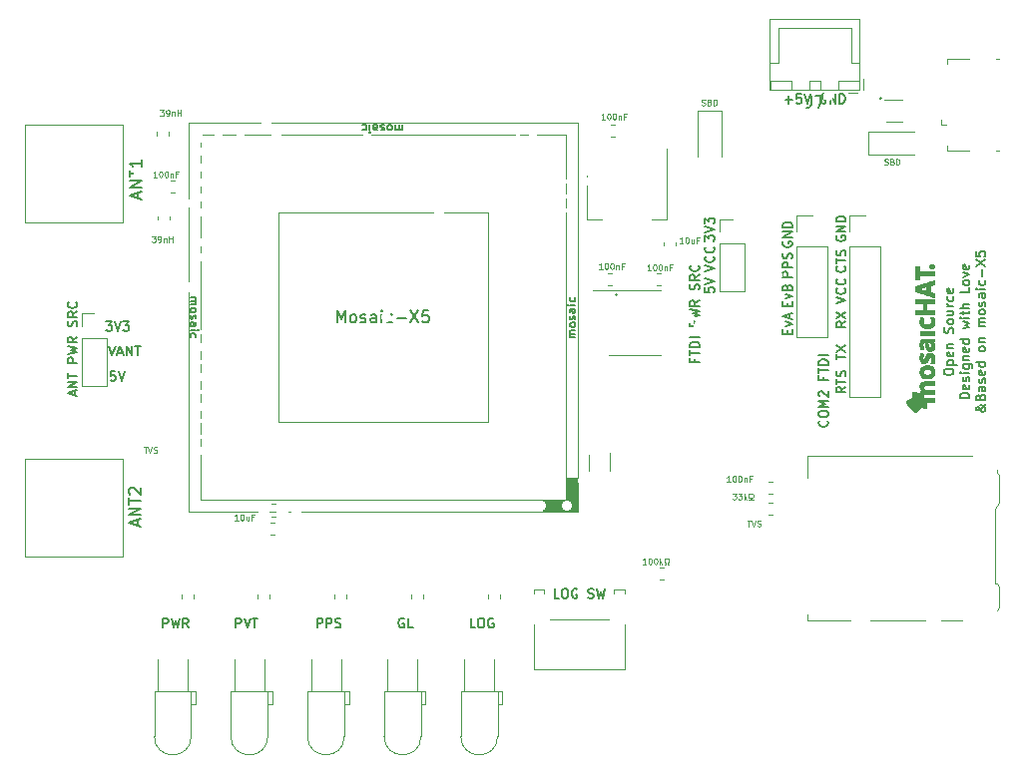
<source format=gto>
G04 #@! TF.GenerationSoftware,KiCad,Pcbnew,(5.1.6)-1*
G04 #@! TF.CreationDate,2021-01-15T17:25:52+09:00*
G04 #@! TF.ProjectId,HATv2.0,48415476-322e-4302-9e6b-696361645f70,rev?*
G04 #@! TF.SameCoordinates,Original*
G04 #@! TF.FileFunction,Legend,Top*
G04 #@! TF.FilePolarity,Positive*
%FSLAX46Y46*%
G04 Gerber Fmt 4.6, Leading zero omitted, Abs format (unit mm)*
G04 Created by KiCad (PCBNEW (5.1.6)-1) date 2021-01-15 17:25:52*
%MOMM*%
%LPD*%
G01*
G04 APERTURE LIST*
%ADD10C,0.100000*%
%ADD11C,0.120000*%
%ADD12C,0.150000*%
%ADD13C,0.010000*%
%ADD14C,1.900000*%
%ADD15R,1.900000X1.900000*%
%ADD16C,1.800000*%
%ADD17C,2.300000*%
%ADD18R,2.000000X1.400000*%
%ADD19R,2.900000X1.100000*%
%ADD20R,0.900000X1.100000*%
%ADD21R,1.300000X1.100000*%
%ADD22R,1.300000X0.800000*%
%ADD23O,1.450000X1.450000*%
%ADD24R,1.450000X1.450000*%
%ADD25R,0.700000X0.350000*%
%ADD26R,2.000000X1.300000*%
%ADD27O,2.000000X1.300000*%
%ADD28R,2.000000X1.600000*%
%ADD29C,1.550000*%
%ADD30R,1.450000X0.500000*%
%ADD31R,1.000000X1.300000*%
%ADD32C,0.700000*%
%ADD33R,1.600000X2.100000*%
%ADD34R,3.900000X2.100000*%
%ADD35O,1.800000X1.800000*%
%ADD36R,1.800000X1.800000*%
%ADD37C,3.000000*%
%ADD38C,2.350000*%
%ADD39R,0.400000X0.550000*%
%ADD40R,1.300000X1.000000*%
%ADD41O,1.800000X2.100000*%
%ADD42C,0.900000*%
%ADD43C,1.100000*%
G04 APERTURE END LIST*
D10*
X140815285Y-65250190D02*
X140529571Y-65250190D01*
X140672428Y-65250190D02*
X140672428Y-64750190D01*
X140624809Y-64821619D01*
X140577190Y-64869238D01*
X140529571Y-64893047D01*
X141124809Y-64750190D02*
X141172428Y-64750190D01*
X141220047Y-64774000D01*
X141243857Y-64797809D01*
X141267666Y-64845428D01*
X141291476Y-64940666D01*
X141291476Y-65059714D01*
X141267666Y-65154952D01*
X141243857Y-65202571D01*
X141220047Y-65226380D01*
X141172428Y-65250190D01*
X141124809Y-65250190D01*
X141077190Y-65226380D01*
X141053380Y-65202571D01*
X141029571Y-65154952D01*
X141005761Y-65059714D01*
X141005761Y-64940666D01*
X141029571Y-64845428D01*
X141053380Y-64797809D01*
X141077190Y-64774000D01*
X141124809Y-64750190D01*
X141720047Y-64916857D02*
X141720047Y-65250190D01*
X141505761Y-64916857D02*
X141505761Y-65178761D01*
X141529571Y-65226380D01*
X141577190Y-65250190D01*
X141648619Y-65250190D01*
X141696238Y-65226380D01*
X141720047Y-65202571D01*
X142124809Y-64988285D02*
X141958142Y-64988285D01*
X141958142Y-65250190D02*
X141958142Y-64750190D01*
X142196238Y-64750190D01*
X175428571Y-68976190D02*
X175142857Y-68976190D01*
X175285714Y-68976190D02*
X175285714Y-68476190D01*
X175238095Y-68547619D01*
X175190476Y-68595238D01*
X175142857Y-68619047D01*
X175738095Y-68476190D02*
X175785714Y-68476190D01*
X175833333Y-68500000D01*
X175857142Y-68523809D01*
X175880952Y-68571428D01*
X175904761Y-68666666D01*
X175904761Y-68785714D01*
X175880952Y-68880952D01*
X175857142Y-68928571D01*
X175833333Y-68952380D01*
X175785714Y-68976190D01*
X175738095Y-68976190D01*
X175690476Y-68952380D01*
X175666666Y-68928571D01*
X175642857Y-68880952D01*
X175619047Y-68785714D01*
X175619047Y-68666666D01*
X175642857Y-68571428D01*
X175666666Y-68523809D01*
X175690476Y-68500000D01*
X175738095Y-68476190D01*
X176214285Y-68476190D02*
X176261904Y-68476190D01*
X176309523Y-68500000D01*
X176333333Y-68523809D01*
X176357142Y-68571428D01*
X176380952Y-68666666D01*
X176380952Y-68785714D01*
X176357142Y-68880952D01*
X176333333Y-68928571D01*
X176309523Y-68952380D01*
X176261904Y-68976190D01*
X176214285Y-68976190D01*
X176166666Y-68952380D01*
X176142857Y-68928571D01*
X176119047Y-68880952D01*
X176095238Y-68785714D01*
X176095238Y-68666666D01*
X176119047Y-68571428D01*
X176142857Y-68523809D01*
X176166666Y-68500000D01*
X176214285Y-68476190D01*
X176595238Y-68976190D02*
X176595238Y-68476190D01*
X176642857Y-68785714D02*
X176785714Y-68976190D01*
X176785714Y-68642857D02*
X176595238Y-68833333D01*
X176976190Y-68976190D02*
X177095238Y-68976190D01*
X177095238Y-68880952D01*
X177047619Y-68857142D01*
X177000000Y-68809523D01*
X176976190Y-68738095D01*
X176976190Y-68619047D01*
X177000000Y-68547619D01*
X177047619Y-68500000D01*
X177119047Y-68476190D01*
X177214285Y-68476190D01*
X177285714Y-68500000D01*
X177333333Y-68547619D01*
X177357142Y-68619047D01*
X177357142Y-68738095D01*
X177333333Y-68809523D01*
X177285714Y-68857142D01*
X177238095Y-68880952D01*
X177238095Y-68976190D01*
X177357142Y-68976190D01*
D11*
X173000000Y-46100000D02*
G75*
G03*
X173000000Y-46100000I-100000J0D01*
G01*
X195400000Y-29450000D02*
G75*
G03*
X195400000Y-29450000I-100000J0D01*
G01*
D10*
X182757142Y-62972190D02*
X183066666Y-62972190D01*
X182900000Y-63162666D01*
X182971428Y-63162666D01*
X183019047Y-63186476D01*
X183042857Y-63210285D01*
X183066666Y-63257904D01*
X183066666Y-63376952D01*
X183042857Y-63424571D01*
X183019047Y-63448380D01*
X182971428Y-63472190D01*
X182828571Y-63472190D01*
X182780952Y-63448380D01*
X182757142Y-63424571D01*
X183233333Y-62972190D02*
X183542857Y-62972190D01*
X183376190Y-63162666D01*
X183447619Y-63162666D01*
X183495238Y-63186476D01*
X183519047Y-63210285D01*
X183542857Y-63257904D01*
X183542857Y-63376952D01*
X183519047Y-63424571D01*
X183495238Y-63448380D01*
X183447619Y-63472190D01*
X183304761Y-63472190D01*
X183257142Y-63448380D01*
X183233333Y-63424571D01*
X183757142Y-63472190D02*
X183757142Y-62972190D01*
X183804761Y-63281714D02*
X183947619Y-63472190D01*
X183947619Y-63138857D02*
X183757142Y-63329333D01*
X184138095Y-63472190D02*
X184257142Y-63472190D01*
X184257142Y-63376952D01*
X184209523Y-63353142D01*
X184161904Y-63305523D01*
X184138095Y-63234095D01*
X184138095Y-63115047D01*
X184161904Y-63043619D01*
X184209523Y-62996000D01*
X184280952Y-62972190D01*
X184376190Y-62972190D01*
X184447619Y-62996000D01*
X184495238Y-63043619D01*
X184519047Y-63115047D01*
X184519047Y-63234095D01*
X184495238Y-63305523D01*
X184447619Y-63353142D01*
X184400000Y-63376952D01*
X184400000Y-63472190D01*
X184519047Y-63472190D01*
X182576190Y-61976190D02*
X182290476Y-61976190D01*
X182433333Y-61976190D02*
X182433333Y-61476190D01*
X182385714Y-61547619D01*
X182338095Y-61595238D01*
X182290476Y-61619047D01*
X182885714Y-61476190D02*
X182933333Y-61476190D01*
X182980952Y-61500000D01*
X183004761Y-61523809D01*
X183028571Y-61571428D01*
X183052380Y-61666666D01*
X183052380Y-61785714D01*
X183028571Y-61880952D01*
X183004761Y-61928571D01*
X182980952Y-61952380D01*
X182933333Y-61976190D01*
X182885714Y-61976190D01*
X182838095Y-61952380D01*
X182814285Y-61928571D01*
X182790476Y-61880952D01*
X182766666Y-61785714D01*
X182766666Y-61666666D01*
X182790476Y-61571428D01*
X182814285Y-61523809D01*
X182838095Y-61500000D01*
X182885714Y-61476190D01*
X183361904Y-61476190D02*
X183409523Y-61476190D01*
X183457142Y-61500000D01*
X183480952Y-61523809D01*
X183504761Y-61571428D01*
X183528571Y-61666666D01*
X183528571Y-61785714D01*
X183504761Y-61880952D01*
X183480952Y-61928571D01*
X183457142Y-61952380D01*
X183409523Y-61976190D01*
X183361904Y-61976190D01*
X183314285Y-61952380D01*
X183290476Y-61928571D01*
X183266666Y-61880952D01*
X183242857Y-61785714D01*
X183242857Y-61666666D01*
X183266666Y-61571428D01*
X183290476Y-61523809D01*
X183314285Y-61500000D01*
X183361904Y-61476190D01*
X183742857Y-61642857D02*
X183742857Y-61976190D01*
X183742857Y-61690476D02*
X183766666Y-61666666D01*
X183814285Y-61642857D01*
X183885714Y-61642857D01*
X183933333Y-61666666D01*
X183957142Y-61714285D01*
X183957142Y-61976190D01*
X184361904Y-61714285D02*
X184195238Y-61714285D01*
X184195238Y-61976190D02*
X184195238Y-61476190D01*
X184433333Y-61476190D01*
X184004761Y-65276190D02*
X184290476Y-65276190D01*
X184147619Y-65776190D02*
X184147619Y-65276190D01*
X184385714Y-65276190D02*
X184552380Y-65776190D01*
X184719047Y-65276190D01*
X184861904Y-65752380D02*
X184933333Y-65776190D01*
X185052380Y-65776190D01*
X185100000Y-65752380D01*
X185123809Y-65728571D01*
X185147619Y-65680952D01*
X185147619Y-65633333D01*
X185123809Y-65585714D01*
X185100000Y-65561904D01*
X185052380Y-65538095D01*
X184957142Y-65514285D01*
X184909523Y-65490476D01*
X184885714Y-65466666D01*
X184861904Y-65419047D01*
X184861904Y-65371428D01*
X184885714Y-65323809D01*
X184909523Y-65300000D01*
X184957142Y-65276190D01*
X185076190Y-65276190D01*
X185147619Y-65300000D01*
X175826190Y-44026190D02*
X175540476Y-44026190D01*
X175683333Y-44026190D02*
X175683333Y-43526190D01*
X175635714Y-43597619D01*
X175588095Y-43645238D01*
X175540476Y-43669047D01*
X176135714Y-43526190D02*
X176183333Y-43526190D01*
X176230952Y-43550000D01*
X176254761Y-43573809D01*
X176278571Y-43621428D01*
X176302380Y-43716666D01*
X176302380Y-43835714D01*
X176278571Y-43930952D01*
X176254761Y-43978571D01*
X176230952Y-44002380D01*
X176183333Y-44026190D01*
X176135714Y-44026190D01*
X176088095Y-44002380D01*
X176064285Y-43978571D01*
X176040476Y-43930952D01*
X176016666Y-43835714D01*
X176016666Y-43716666D01*
X176040476Y-43621428D01*
X176064285Y-43573809D01*
X176088095Y-43550000D01*
X176135714Y-43526190D01*
X176611904Y-43526190D02*
X176659523Y-43526190D01*
X176707142Y-43550000D01*
X176730952Y-43573809D01*
X176754761Y-43621428D01*
X176778571Y-43716666D01*
X176778571Y-43835714D01*
X176754761Y-43930952D01*
X176730952Y-43978571D01*
X176707142Y-44002380D01*
X176659523Y-44026190D01*
X176611904Y-44026190D01*
X176564285Y-44002380D01*
X176540476Y-43978571D01*
X176516666Y-43930952D01*
X176492857Y-43835714D01*
X176492857Y-43716666D01*
X176516666Y-43621428D01*
X176540476Y-43573809D01*
X176564285Y-43550000D01*
X176611904Y-43526190D01*
X176992857Y-43692857D02*
X176992857Y-44026190D01*
X176992857Y-43740476D02*
X177016666Y-43716666D01*
X177064285Y-43692857D01*
X177135714Y-43692857D01*
X177183333Y-43716666D01*
X177207142Y-43764285D01*
X177207142Y-44026190D01*
X177611904Y-43764285D02*
X177445238Y-43764285D01*
X177445238Y-44026190D02*
X177445238Y-43526190D01*
X177683333Y-43526190D01*
X171726190Y-43926190D02*
X171440476Y-43926190D01*
X171583333Y-43926190D02*
X171583333Y-43426190D01*
X171535714Y-43497619D01*
X171488095Y-43545238D01*
X171440476Y-43569047D01*
X172035714Y-43426190D02*
X172083333Y-43426190D01*
X172130952Y-43450000D01*
X172154761Y-43473809D01*
X172178571Y-43521428D01*
X172202380Y-43616666D01*
X172202380Y-43735714D01*
X172178571Y-43830952D01*
X172154761Y-43878571D01*
X172130952Y-43902380D01*
X172083333Y-43926190D01*
X172035714Y-43926190D01*
X171988095Y-43902380D01*
X171964285Y-43878571D01*
X171940476Y-43830952D01*
X171916666Y-43735714D01*
X171916666Y-43616666D01*
X171940476Y-43521428D01*
X171964285Y-43473809D01*
X171988095Y-43450000D01*
X172035714Y-43426190D01*
X172511904Y-43426190D02*
X172559523Y-43426190D01*
X172607142Y-43450000D01*
X172630952Y-43473809D01*
X172654761Y-43521428D01*
X172678571Y-43616666D01*
X172678571Y-43735714D01*
X172654761Y-43830952D01*
X172630952Y-43878571D01*
X172607142Y-43902380D01*
X172559523Y-43926190D01*
X172511904Y-43926190D01*
X172464285Y-43902380D01*
X172440476Y-43878571D01*
X172416666Y-43830952D01*
X172392857Y-43735714D01*
X172392857Y-43616666D01*
X172416666Y-43521428D01*
X172440476Y-43473809D01*
X172464285Y-43450000D01*
X172511904Y-43426190D01*
X172892857Y-43592857D02*
X172892857Y-43926190D01*
X172892857Y-43640476D02*
X172916666Y-43616666D01*
X172964285Y-43592857D01*
X173035714Y-43592857D01*
X173083333Y-43616666D01*
X173107142Y-43664285D01*
X173107142Y-43926190D01*
X173511904Y-43664285D02*
X173345238Y-43664285D01*
X173345238Y-43926190D02*
X173345238Y-43426190D01*
X173583333Y-43426190D01*
X195657142Y-35052380D02*
X195728571Y-35076190D01*
X195847619Y-35076190D01*
X195895238Y-35052380D01*
X195919047Y-35028571D01*
X195942857Y-34980952D01*
X195942857Y-34933333D01*
X195919047Y-34885714D01*
X195895238Y-34861904D01*
X195847619Y-34838095D01*
X195752380Y-34814285D01*
X195704761Y-34790476D01*
X195680952Y-34766666D01*
X195657142Y-34719047D01*
X195657142Y-34671428D01*
X195680952Y-34623809D01*
X195704761Y-34600000D01*
X195752380Y-34576190D01*
X195871428Y-34576190D01*
X195942857Y-34600000D01*
X196323809Y-34814285D02*
X196395238Y-34838095D01*
X196419047Y-34861904D01*
X196442857Y-34909523D01*
X196442857Y-34980952D01*
X196419047Y-35028571D01*
X196395238Y-35052380D01*
X196347619Y-35076190D01*
X196157142Y-35076190D01*
X196157142Y-34576190D01*
X196323809Y-34576190D01*
X196371428Y-34600000D01*
X196395238Y-34623809D01*
X196419047Y-34671428D01*
X196419047Y-34719047D01*
X196395238Y-34766666D01*
X196371428Y-34790476D01*
X196323809Y-34814285D01*
X196157142Y-34814285D01*
X196657142Y-35076190D02*
X196657142Y-34576190D01*
X196776190Y-34576190D01*
X196847619Y-34600000D01*
X196895238Y-34647619D01*
X196919047Y-34695238D01*
X196942857Y-34790476D01*
X196942857Y-34861904D01*
X196919047Y-34957142D01*
X196895238Y-35004761D01*
X196847619Y-35052380D01*
X196776190Y-35076190D01*
X196657142Y-35076190D01*
X180157142Y-30002380D02*
X180228571Y-30026190D01*
X180347619Y-30026190D01*
X180395238Y-30002380D01*
X180419047Y-29978571D01*
X180442857Y-29930952D01*
X180442857Y-29883333D01*
X180419047Y-29835714D01*
X180395238Y-29811904D01*
X180347619Y-29788095D01*
X180252380Y-29764285D01*
X180204761Y-29740476D01*
X180180952Y-29716666D01*
X180157142Y-29669047D01*
X180157142Y-29621428D01*
X180180952Y-29573809D01*
X180204761Y-29550000D01*
X180252380Y-29526190D01*
X180371428Y-29526190D01*
X180442857Y-29550000D01*
X180823809Y-29764285D02*
X180895238Y-29788095D01*
X180919047Y-29811904D01*
X180942857Y-29859523D01*
X180942857Y-29930952D01*
X180919047Y-29978571D01*
X180895238Y-30002380D01*
X180847619Y-30026190D01*
X180657142Y-30026190D01*
X180657142Y-29526190D01*
X180823809Y-29526190D01*
X180871428Y-29550000D01*
X180895238Y-29573809D01*
X180919047Y-29621428D01*
X180919047Y-29669047D01*
X180895238Y-29716666D01*
X180871428Y-29740476D01*
X180823809Y-29764285D01*
X180657142Y-29764285D01*
X181157142Y-30026190D02*
X181157142Y-29526190D01*
X181276190Y-29526190D01*
X181347619Y-29550000D01*
X181395238Y-29597619D01*
X181419047Y-29645238D01*
X181442857Y-29740476D01*
X181442857Y-29811904D01*
X181419047Y-29907142D01*
X181395238Y-29954761D01*
X181347619Y-30002380D01*
X181276190Y-30026190D01*
X181157142Y-30026190D01*
X178564285Y-41726190D02*
X178278571Y-41726190D01*
X178421428Y-41726190D02*
X178421428Y-41226190D01*
X178373809Y-41297619D01*
X178326190Y-41345238D01*
X178278571Y-41369047D01*
X178873809Y-41226190D02*
X178921428Y-41226190D01*
X178969047Y-41250000D01*
X178992857Y-41273809D01*
X179016666Y-41321428D01*
X179040476Y-41416666D01*
X179040476Y-41535714D01*
X179016666Y-41630952D01*
X178992857Y-41678571D01*
X178969047Y-41702380D01*
X178921428Y-41726190D01*
X178873809Y-41726190D01*
X178826190Y-41702380D01*
X178802380Y-41678571D01*
X178778571Y-41630952D01*
X178754761Y-41535714D01*
X178754761Y-41416666D01*
X178778571Y-41321428D01*
X178802380Y-41273809D01*
X178826190Y-41250000D01*
X178873809Y-41226190D01*
X179469047Y-41392857D02*
X179469047Y-41726190D01*
X179254761Y-41392857D02*
X179254761Y-41654761D01*
X179278571Y-41702380D01*
X179326190Y-41726190D01*
X179397619Y-41726190D01*
X179445238Y-41702380D01*
X179469047Y-41678571D01*
X179873809Y-41464285D02*
X179707142Y-41464285D01*
X179707142Y-41726190D02*
X179707142Y-41226190D01*
X179945238Y-41226190D01*
X171926190Y-31226190D02*
X171640476Y-31226190D01*
X171783333Y-31226190D02*
X171783333Y-30726190D01*
X171735714Y-30797619D01*
X171688095Y-30845238D01*
X171640476Y-30869047D01*
X172235714Y-30726190D02*
X172283333Y-30726190D01*
X172330952Y-30750000D01*
X172354761Y-30773809D01*
X172378571Y-30821428D01*
X172402380Y-30916666D01*
X172402380Y-31035714D01*
X172378571Y-31130952D01*
X172354761Y-31178571D01*
X172330952Y-31202380D01*
X172283333Y-31226190D01*
X172235714Y-31226190D01*
X172188095Y-31202380D01*
X172164285Y-31178571D01*
X172140476Y-31130952D01*
X172116666Y-31035714D01*
X172116666Y-30916666D01*
X172140476Y-30821428D01*
X172164285Y-30773809D01*
X172188095Y-30750000D01*
X172235714Y-30726190D01*
X172711904Y-30726190D02*
X172759523Y-30726190D01*
X172807142Y-30750000D01*
X172830952Y-30773809D01*
X172854761Y-30821428D01*
X172878571Y-30916666D01*
X172878571Y-31035714D01*
X172854761Y-31130952D01*
X172830952Y-31178571D01*
X172807142Y-31202380D01*
X172759523Y-31226190D01*
X172711904Y-31226190D01*
X172664285Y-31202380D01*
X172640476Y-31178571D01*
X172616666Y-31130952D01*
X172592857Y-31035714D01*
X172592857Y-30916666D01*
X172616666Y-30821428D01*
X172640476Y-30773809D01*
X172664285Y-30750000D01*
X172711904Y-30726190D01*
X173092857Y-30892857D02*
X173092857Y-31226190D01*
X173092857Y-30940476D02*
X173116666Y-30916666D01*
X173164285Y-30892857D01*
X173235714Y-30892857D01*
X173283333Y-30916666D01*
X173307142Y-30964285D01*
X173307142Y-31226190D01*
X173711904Y-30964285D02*
X173545238Y-30964285D01*
X173545238Y-31226190D02*
X173545238Y-30726190D01*
X173783333Y-30726190D01*
X132804761Y-59026190D02*
X133090476Y-59026190D01*
X132947619Y-59526190D02*
X132947619Y-59026190D01*
X133185714Y-59026190D02*
X133352380Y-59526190D01*
X133519047Y-59026190D01*
X133661904Y-59502380D02*
X133733333Y-59526190D01*
X133852380Y-59526190D01*
X133900000Y-59502380D01*
X133923809Y-59478571D01*
X133947619Y-59430952D01*
X133947619Y-59383333D01*
X133923809Y-59335714D01*
X133900000Y-59311904D01*
X133852380Y-59288095D01*
X133757142Y-59264285D01*
X133709523Y-59240476D01*
X133685714Y-59216666D01*
X133661904Y-59169047D01*
X133661904Y-59121428D01*
X133685714Y-59073809D01*
X133709523Y-59050000D01*
X133757142Y-59026190D01*
X133876190Y-59026190D01*
X133947619Y-59050000D01*
X133507142Y-41126190D02*
X133816666Y-41126190D01*
X133650000Y-41316666D01*
X133721428Y-41316666D01*
X133769047Y-41340476D01*
X133792857Y-41364285D01*
X133816666Y-41411904D01*
X133816666Y-41530952D01*
X133792857Y-41578571D01*
X133769047Y-41602380D01*
X133721428Y-41626190D01*
X133578571Y-41626190D01*
X133530952Y-41602380D01*
X133507142Y-41578571D01*
X134054761Y-41626190D02*
X134150000Y-41626190D01*
X134197619Y-41602380D01*
X134221428Y-41578571D01*
X134269047Y-41507142D01*
X134292857Y-41411904D01*
X134292857Y-41221428D01*
X134269047Y-41173809D01*
X134245238Y-41150000D01*
X134197619Y-41126190D01*
X134102380Y-41126190D01*
X134054761Y-41150000D01*
X134030952Y-41173809D01*
X134007142Y-41221428D01*
X134007142Y-41340476D01*
X134030952Y-41388095D01*
X134054761Y-41411904D01*
X134102380Y-41435714D01*
X134197619Y-41435714D01*
X134245238Y-41411904D01*
X134269047Y-41388095D01*
X134292857Y-41340476D01*
X134507142Y-41292857D02*
X134507142Y-41626190D01*
X134507142Y-41340476D02*
X134530952Y-41316666D01*
X134578571Y-41292857D01*
X134650000Y-41292857D01*
X134697619Y-41316666D01*
X134721428Y-41364285D01*
X134721428Y-41626190D01*
X134959523Y-41626190D02*
X134959523Y-41126190D01*
X134959523Y-41364285D02*
X135245238Y-41364285D01*
X135245238Y-41626190D02*
X135245238Y-41126190D01*
X134207142Y-30426190D02*
X134516666Y-30426190D01*
X134350000Y-30616666D01*
X134421428Y-30616666D01*
X134469047Y-30640476D01*
X134492857Y-30664285D01*
X134516666Y-30711904D01*
X134516666Y-30830952D01*
X134492857Y-30878571D01*
X134469047Y-30902380D01*
X134421428Y-30926190D01*
X134278571Y-30926190D01*
X134230952Y-30902380D01*
X134207142Y-30878571D01*
X134754761Y-30926190D02*
X134850000Y-30926190D01*
X134897619Y-30902380D01*
X134921428Y-30878571D01*
X134969047Y-30807142D01*
X134992857Y-30711904D01*
X134992857Y-30521428D01*
X134969047Y-30473809D01*
X134945238Y-30450000D01*
X134897619Y-30426190D01*
X134802380Y-30426190D01*
X134754761Y-30450000D01*
X134730952Y-30473809D01*
X134707142Y-30521428D01*
X134707142Y-30640476D01*
X134730952Y-30688095D01*
X134754761Y-30711904D01*
X134802380Y-30735714D01*
X134897619Y-30735714D01*
X134945238Y-30711904D01*
X134969047Y-30688095D01*
X134992857Y-30640476D01*
X135207142Y-30592857D02*
X135207142Y-30926190D01*
X135207142Y-30640476D02*
X135230952Y-30616666D01*
X135278571Y-30592857D01*
X135350000Y-30592857D01*
X135397619Y-30616666D01*
X135421428Y-30664285D01*
X135421428Y-30926190D01*
X135659523Y-30926190D02*
X135659523Y-30426190D01*
X135659523Y-30664285D02*
X135945238Y-30664285D01*
X135945238Y-30926190D02*
X135945238Y-30426190D01*
X133926190Y-36126190D02*
X133640476Y-36126190D01*
X133783333Y-36126190D02*
X133783333Y-35626190D01*
X133735714Y-35697619D01*
X133688095Y-35745238D01*
X133640476Y-35769047D01*
X134235714Y-35626190D02*
X134283333Y-35626190D01*
X134330952Y-35650000D01*
X134354761Y-35673809D01*
X134378571Y-35721428D01*
X134402380Y-35816666D01*
X134402380Y-35935714D01*
X134378571Y-36030952D01*
X134354761Y-36078571D01*
X134330952Y-36102380D01*
X134283333Y-36126190D01*
X134235714Y-36126190D01*
X134188095Y-36102380D01*
X134164285Y-36078571D01*
X134140476Y-36030952D01*
X134116666Y-35935714D01*
X134116666Y-35816666D01*
X134140476Y-35721428D01*
X134164285Y-35673809D01*
X134188095Y-35650000D01*
X134235714Y-35626190D01*
X134711904Y-35626190D02*
X134759523Y-35626190D01*
X134807142Y-35650000D01*
X134830952Y-35673809D01*
X134854761Y-35721428D01*
X134878571Y-35816666D01*
X134878571Y-35935714D01*
X134854761Y-36030952D01*
X134830952Y-36078571D01*
X134807142Y-36102380D01*
X134759523Y-36126190D01*
X134711904Y-36126190D01*
X134664285Y-36102380D01*
X134640476Y-36078571D01*
X134616666Y-36030952D01*
X134592857Y-35935714D01*
X134592857Y-35816666D01*
X134616666Y-35721428D01*
X134640476Y-35673809D01*
X134664285Y-35650000D01*
X134711904Y-35626190D01*
X135092857Y-35792857D02*
X135092857Y-36126190D01*
X135092857Y-35840476D02*
X135116666Y-35816666D01*
X135164285Y-35792857D01*
X135235714Y-35792857D01*
X135283333Y-35816666D01*
X135307142Y-35864285D01*
X135307142Y-36126190D01*
X135711904Y-35864285D02*
X135545238Y-35864285D01*
X135545238Y-36126190D02*
X135545238Y-35626190D01*
X135783333Y-35626190D01*
D12*
X187221428Y-29557142D02*
X187830952Y-29557142D01*
X187526190Y-29861904D02*
X187526190Y-29252380D01*
X188592857Y-29061904D02*
X188211904Y-29061904D01*
X188173809Y-29442857D01*
X188211904Y-29404761D01*
X188288095Y-29366666D01*
X188478571Y-29366666D01*
X188554761Y-29404761D01*
X188592857Y-29442857D01*
X188630952Y-29519047D01*
X188630952Y-29709523D01*
X188592857Y-29785714D01*
X188554761Y-29823809D01*
X188478571Y-29861904D01*
X188288095Y-29861904D01*
X188211904Y-29823809D01*
X188173809Y-29785714D01*
X188859523Y-29061904D02*
X189126190Y-29861904D01*
X189392857Y-29061904D01*
X190640476Y-29100000D02*
X190564285Y-29061904D01*
X190450000Y-29061904D01*
X190335714Y-29100000D01*
X190259523Y-29176190D01*
X190221428Y-29252380D01*
X190183333Y-29404761D01*
X190183333Y-29519047D01*
X190221428Y-29671428D01*
X190259523Y-29747619D01*
X190335714Y-29823809D01*
X190450000Y-29861904D01*
X190526190Y-29861904D01*
X190640476Y-29823809D01*
X190678571Y-29785714D01*
X190678571Y-29519047D01*
X190526190Y-29519047D01*
X191021428Y-29861904D02*
X191021428Y-29061904D01*
X191478571Y-29861904D01*
X191478571Y-29061904D01*
X191859523Y-29861904D02*
X191859523Y-29061904D01*
X192050000Y-29061904D01*
X192164285Y-29100000D01*
X192240476Y-29176190D01*
X192278571Y-29252380D01*
X192316666Y-29404761D01*
X192316666Y-29519047D01*
X192278571Y-29671428D01*
X192240476Y-29747619D01*
X192164285Y-29823809D01*
X192050000Y-29861904D01*
X191859523Y-29861904D01*
X168035714Y-71861904D02*
X167654761Y-71861904D01*
X167654761Y-71061904D01*
X168454761Y-71061904D02*
X168607142Y-71061904D01*
X168683333Y-71100000D01*
X168759523Y-71176190D01*
X168797619Y-71328571D01*
X168797619Y-71595238D01*
X168759523Y-71747619D01*
X168683333Y-71823809D01*
X168607142Y-71861904D01*
X168454761Y-71861904D01*
X168378571Y-71823809D01*
X168302380Y-71747619D01*
X168264285Y-71595238D01*
X168264285Y-71328571D01*
X168302380Y-71176190D01*
X168378571Y-71100000D01*
X168454761Y-71061904D01*
X169559523Y-71100000D02*
X169483333Y-71061904D01*
X169369047Y-71061904D01*
X169254761Y-71100000D01*
X169178571Y-71176190D01*
X169140476Y-71252380D01*
X169102380Y-71404761D01*
X169102380Y-71519047D01*
X169140476Y-71671428D01*
X169178571Y-71747619D01*
X169254761Y-71823809D01*
X169369047Y-71861904D01*
X169445238Y-71861904D01*
X169559523Y-71823809D01*
X169597619Y-71785714D01*
X169597619Y-71519047D01*
X169445238Y-71519047D01*
X170511904Y-71823809D02*
X170626190Y-71861904D01*
X170816666Y-71861904D01*
X170892857Y-71823809D01*
X170930952Y-71785714D01*
X170969047Y-71709523D01*
X170969047Y-71633333D01*
X170930952Y-71557142D01*
X170892857Y-71519047D01*
X170816666Y-71480952D01*
X170664285Y-71442857D01*
X170588095Y-71404761D01*
X170550000Y-71366666D01*
X170511904Y-71290476D01*
X170511904Y-71214285D01*
X170550000Y-71138095D01*
X170588095Y-71100000D01*
X170664285Y-71061904D01*
X170854761Y-71061904D01*
X170969047Y-71100000D01*
X171235714Y-71061904D02*
X171426190Y-71861904D01*
X171578571Y-71290476D01*
X171730952Y-71861904D01*
X171921428Y-71061904D01*
X190789714Y-56802380D02*
X190827809Y-56840476D01*
X190865904Y-56954761D01*
X190865904Y-57030952D01*
X190827809Y-57145238D01*
X190751619Y-57221428D01*
X190675428Y-57259523D01*
X190523047Y-57297619D01*
X190408761Y-57297619D01*
X190256380Y-57259523D01*
X190180190Y-57221428D01*
X190104000Y-57145238D01*
X190065904Y-57030952D01*
X190065904Y-56954761D01*
X190104000Y-56840476D01*
X190142095Y-56802380D01*
X190065904Y-56307142D02*
X190065904Y-56154761D01*
X190104000Y-56078571D01*
X190180190Y-56002380D01*
X190332571Y-55964285D01*
X190599238Y-55964285D01*
X190751619Y-56002380D01*
X190827809Y-56078571D01*
X190865904Y-56154761D01*
X190865904Y-56307142D01*
X190827809Y-56383333D01*
X190751619Y-56459523D01*
X190599238Y-56497619D01*
X190332571Y-56497619D01*
X190180190Y-56459523D01*
X190104000Y-56383333D01*
X190065904Y-56307142D01*
X190865904Y-55621428D02*
X190065904Y-55621428D01*
X190637333Y-55354761D01*
X190065904Y-55088095D01*
X190865904Y-55088095D01*
X190142095Y-54745238D02*
X190104000Y-54707142D01*
X190065904Y-54630952D01*
X190065904Y-54440476D01*
X190104000Y-54364285D01*
X190142095Y-54326190D01*
X190218285Y-54288095D01*
X190294476Y-54288095D01*
X190408761Y-54326190D01*
X190865904Y-54783333D01*
X190865904Y-54288095D01*
X190446857Y-53069047D02*
X190446857Y-53335714D01*
X190865904Y-53335714D02*
X190065904Y-53335714D01*
X190065904Y-52954761D01*
X190065904Y-52764285D02*
X190065904Y-52307142D01*
X190865904Y-52535714D02*
X190065904Y-52535714D01*
X190865904Y-52040476D02*
X190065904Y-52040476D01*
X190065904Y-51850000D01*
X190104000Y-51735714D01*
X190180190Y-51659523D01*
X190256380Y-51621428D01*
X190408761Y-51583333D01*
X190523047Y-51583333D01*
X190675428Y-51621428D01*
X190751619Y-51659523D01*
X190827809Y-51735714D01*
X190865904Y-51850000D01*
X190865904Y-52040476D01*
X190865904Y-51240476D02*
X190065904Y-51240476D01*
X200707904Y-52727714D02*
X200707904Y-52575333D01*
X200746000Y-52499142D01*
X200822190Y-52422952D01*
X200974571Y-52384857D01*
X201241238Y-52384857D01*
X201393619Y-52422952D01*
X201469809Y-52499142D01*
X201507904Y-52575333D01*
X201507904Y-52727714D01*
X201469809Y-52803904D01*
X201393619Y-52880095D01*
X201241238Y-52918190D01*
X200974571Y-52918190D01*
X200822190Y-52880095D01*
X200746000Y-52803904D01*
X200707904Y-52727714D01*
X200974571Y-52042000D02*
X201774571Y-52042000D01*
X201012666Y-52042000D02*
X200974571Y-51965809D01*
X200974571Y-51813428D01*
X201012666Y-51737238D01*
X201050761Y-51699142D01*
X201126952Y-51661047D01*
X201355523Y-51661047D01*
X201431714Y-51699142D01*
X201469809Y-51737238D01*
X201507904Y-51813428D01*
X201507904Y-51965809D01*
X201469809Y-52042000D01*
X201469809Y-51013428D02*
X201507904Y-51089619D01*
X201507904Y-51242000D01*
X201469809Y-51318190D01*
X201393619Y-51356285D01*
X201088857Y-51356285D01*
X201012666Y-51318190D01*
X200974571Y-51242000D01*
X200974571Y-51089619D01*
X201012666Y-51013428D01*
X201088857Y-50975333D01*
X201165047Y-50975333D01*
X201241238Y-51356285D01*
X200974571Y-50632476D02*
X201507904Y-50632476D01*
X201050761Y-50632476D02*
X201012666Y-50594380D01*
X200974571Y-50518190D01*
X200974571Y-50403904D01*
X201012666Y-50327714D01*
X201088857Y-50289619D01*
X201507904Y-50289619D01*
X201469809Y-49337238D02*
X201507904Y-49222952D01*
X201507904Y-49032476D01*
X201469809Y-48956285D01*
X201431714Y-48918190D01*
X201355523Y-48880095D01*
X201279333Y-48880095D01*
X201203142Y-48918190D01*
X201165047Y-48956285D01*
X201126952Y-49032476D01*
X201088857Y-49184857D01*
X201050761Y-49261047D01*
X201012666Y-49299142D01*
X200936476Y-49337238D01*
X200860285Y-49337238D01*
X200784095Y-49299142D01*
X200746000Y-49261047D01*
X200707904Y-49184857D01*
X200707904Y-48994380D01*
X200746000Y-48880095D01*
X201507904Y-48422952D02*
X201469809Y-48499142D01*
X201431714Y-48537238D01*
X201355523Y-48575333D01*
X201126952Y-48575333D01*
X201050761Y-48537238D01*
X201012666Y-48499142D01*
X200974571Y-48422952D01*
X200974571Y-48308666D01*
X201012666Y-48232476D01*
X201050761Y-48194380D01*
X201126952Y-48156285D01*
X201355523Y-48156285D01*
X201431714Y-48194380D01*
X201469809Y-48232476D01*
X201507904Y-48308666D01*
X201507904Y-48422952D01*
X200974571Y-47470571D02*
X201507904Y-47470571D01*
X200974571Y-47813428D02*
X201393619Y-47813428D01*
X201469809Y-47775333D01*
X201507904Y-47699142D01*
X201507904Y-47584857D01*
X201469809Y-47508666D01*
X201431714Y-47470571D01*
X201507904Y-47089619D02*
X200974571Y-47089619D01*
X201126952Y-47089619D02*
X201050761Y-47051523D01*
X201012666Y-47013428D01*
X200974571Y-46937238D01*
X200974571Y-46861047D01*
X201469809Y-46251523D02*
X201507904Y-46327714D01*
X201507904Y-46480095D01*
X201469809Y-46556285D01*
X201431714Y-46594380D01*
X201355523Y-46632476D01*
X201126952Y-46632476D01*
X201050761Y-46594380D01*
X201012666Y-46556285D01*
X200974571Y-46480095D01*
X200974571Y-46327714D01*
X201012666Y-46251523D01*
X201469809Y-45603904D02*
X201507904Y-45680095D01*
X201507904Y-45832476D01*
X201469809Y-45908666D01*
X201393619Y-45946761D01*
X201088857Y-45946761D01*
X201012666Y-45908666D01*
X200974571Y-45832476D01*
X200974571Y-45680095D01*
X201012666Y-45603904D01*
X201088857Y-45565809D01*
X201165047Y-45565809D01*
X201241238Y-45946761D01*
X202857904Y-54880095D02*
X202057904Y-54880095D01*
X202057904Y-54689619D01*
X202096000Y-54575333D01*
X202172190Y-54499142D01*
X202248380Y-54461047D01*
X202400761Y-54422952D01*
X202515047Y-54422952D01*
X202667428Y-54461047D01*
X202743619Y-54499142D01*
X202819809Y-54575333D01*
X202857904Y-54689619D01*
X202857904Y-54880095D01*
X202819809Y-53775333D02*
X202857904Y-53851523D01*
X202857904Y-54003904D01*
X202819809Y-54080095D01*
X202743619Y-54118190D01*
X202438857Y-54118190D01*
X202362666Y-54080095D01*
X202324571Y-54003904D01*
X202324571Y-53851523D01*
X202362666Y-53775333D01*
X202438857Y-53737238D01*
X202515047Y-53737238D01*
X202591238Y-54118190D01*
X202819809Y-53432476D02*
X202857904Y-53356285D01*
X202857904Y-53203904D01*
X202819809Y-53127714D01*
X202743619Y-53089619D01*
X202705523Y-53089619D01*
X202629333Y-53127714D01*
X202591238Y-53203904D01*
X202591238Y-53318190D01*
X202553142Y-53394380D01*
X202476952Y-53432476D01*
X202438857Y-53432476D01*
X202362666Y-53394380D01*
X202324571Y-53318190D01*
X202324571Y-53203904D01*
X202362666Y-53127714D01*
X202857904Y-52746761D02*
X202324571Y-52746761D01*
X202057904Y-52746761D02*
X202096000Y-52784857D01*
X202134095Y-52746761D01*
X202096000Y-52708666D01*
X202057904Y-52746761D01*
X202134095Y-52746761D01*
X202324571Y-52022952D02*
X202972190Y-52022952D01*
X203048380Y-52061047D01*
X203086476Y-52099142D01*
X203124571Y-52175333D01*
X203124571Y-52289619D01*
X203086476Y-52365809D01*
X202819809Y-52022952D02*
X202857904Y-52099142D01*
X202857904Y-52251523D01*
X202819809Y-52327714D01*
X202781714Y-52365809D01*
X202705523Y-52403904D01*
X202476952Y-52403904D01*
X202400761Y-52365809D01*
X202362666Y-52327714D01*
X202324571Y-52251523D01*
X202324571Y-52099142D01*
X202362666Y-52022952D01*
X202324571Y-51642000D02*
X202857904Y-51642000D01*
X202400761Y-51642000D02*
X202362666Y-51603904D01*
X202324571Y-51527714D01*
X202324571Y-51413428D01*
X202362666Y-51337238D01*
X202438857Y-51299142D01*
X202857904Y-51299142D01*
X202819809Y-50613428D02*
X202857904Y-50689619D01*
X202857904Y-50842000D01*
X202819809Y-50918190D01*
X202743619Y-50956285D01*
X202438857Y-50956285D01*
X202362666Y-50918190D01*
X202324571Y-50842000D01*
X202324571Y-50689619D01*
X202362666Y-50613428D01*
X202438857Y-50575333D01*
X202515047Y-50575333D01*
X202591238Y-50956285D01*
X202857904Y-49889619D02*
X202057904Y-49889619D01*
X202819809Y-49889619D02*
X202857904Y-49965809D01*
X202857904Y-50118190D01*
X202819809Y-50194380D01*
X202781714Y-50232476D01*
X202705523Y-50270571D01*
X202476952Y-50270571D01*
X202400761Y-50232476D01*
X202362666Y-50194380D01*
X202324571Y-50118190D01*
X202324571Y-49965809D01*
X202362666Y-49889619D01*
X202324571Y-48975333D02*
X202857904Y-48822952D01*
X202476952Y-48670571D01*
X202857904Y-48518190D01*
X202324571Y-48365809D01*
X202857904Y-48061047D02*
X202324571Y-48061047D01*
X202057904Y-48061047D02*
X202096000Y-48099142D01*
X202134095Y-48061047D01*
X202096000Y-48022952D01*
X202057904Y-48061047D01*
X202134095Y-48061047D01*
X202324571Y-47794380D02*
X202324571Y-47489619D01*
X202057904Y-47680095D02*
X202743619Y-47680095D01*
X202819809Y-47642000D01*
X202857904Y-47565809D01*
X202857904Y-47489619D01*
X202857904Y-47222952D02*
X202057904Y-47222952D01*
X202857904Y-46880095D02*
X202438857Y-46880095D01*
X202362666Y-46918190D01*
X202324571Y-46994380D01*
X202324571Y-47108666D01*
X202362666Y-47184857D01*
X202400761Y-47222952D01*
X202857904Y-45508666D02*
X202857904Y-45889619D01*
X202057904Y-45889619D01*
X202857904Y-45127714D02*
X202819809Y-45203904D01*
X202781714Y-45242000D01*
X202705523Y-45280095D01*
X202476952Y-45280095D01*
X202400761Y-45242000D01*
X202362666Y-45203904D01*
X202324571Y-45127714D01*
X202324571Y-45013428D01*
X202362666Y-44937238D01*
X202400761Y-44899142D01*
X202476952Y-44861047D01*
X202705523Y-44861047D01*
X202781714Y-44899142D01*
X202819809Y-44937238D01*
X202857904Y-45013428D01*
X202857904Y-45127714D01*
X202324571Y-44594380D02*
X202857904Y-44403904D01*
X202324571Y-44213428D01*
X202819809Y-43603904D02*
X202857904Y-43680095D01*
X202857904Y-43832476D01*
X202819809Y-43908666D01*
X202743619Y-43946761D01*
X202438857Y-43946761D01*
X202362666Y-43908666D01*
X202324571Y-43832476D01*
X202324571Y-43680095D01*
X202362666Y-43603904D01*
X202438857Y-43565809D01*
X202515047Y-43565809D01*
X202591238Y-43946761D01*
X204207904Y-55394380D02*
X204207904Y-55432476D01*
X204169809Y-55508666D01*
X204055523Y-55622952D01*
X203826952Y-55813428D01*
X203712666Y-55889619D01*
X203598380Y-55927714D01*
X203522190Y-55927714D01*
X203446000Y-55889619D01*
X203407904Y-55813428D01*
X203407904Y-55775333D01*
X203446000Y-55699142D01*
X203522190Y-55661047D01*
X203560285Y-55661047D01*
X203636476Y-55699142D01*
X203674571Y-55737238D01*
X203826952Y-55965809D01*
X203865047Y-56003904D01*
X203941238Y-56042000D01*
X204055523Y-56042000D01*
X204131714Y-56003904D01*
X204169809Y-55965809D01*
X204207904Y-55889619D01*
X204207904Y-55775333D01*
X204169809Y-55699142D01*
X204131714Y-55661047D01*
X203979333Y-55546761D01*
X203865047Y-55508666D01*
X203788857Y-55508666D01*
X203788857Y-54784857D02*
X203826952Y-54670571D01*
X203865047Y-54632476D01*
X203941238Y-54594380D01*
X204055523Y-54594380D01*
X204131714Y-54632476D01*
X204169809Y-54670571D01*
X204207904Y-54746761D01*
X204207904Y-55051523D01*
X203407904Y-55051523D01*
X203407904Y-54784857D01*
X203446000Y-54708666D01*
X203484095Y-54670571D01*
X203560285Y-54632476D01*
X203636476Y-54632476D01*
X203712666Y-54670571D01*
X203750761Y-54708666D01*
X203788857Y-54784857D01*
X203788857Y-55051523D01*
X204207904Y-53908666D02*
X203788857Y-53908666D01*
X203712666Y-53946761D01*
X203674571Y-54022952D01*
X203674571Y-54175333D01*
X203712666Y-54251523D01*
X204169809Y-53908666D02*
X204207904Y-53984857D01*
X204207904Y-54175333D01*
X204169809Y-54251523D01*
X204093619Y-54289619D01*
X204017428Y-54289619D01*
X203941238Y-54251523D01*
X203903142Y-54175333D01*
X203903142Y-53984857D01*
X203865047Y-53908666D01*
X204169809Y-53565809D02*
X204207904Y-53489619D01*
X204207904Y-53337238D01*
X204169809Y-53261047D01*
X204093619Y-53222952D01*
X204055523Y-53222952D01*
X203979333Y-53261047D01*
X203941238Y-53337238D01*
X203941238Y-53451523D01*
X203903142Y-53527714D01*
X203826952Y-53565809D01*
X203788857Y-53565809D01*
X203712666Y-53527714D01*
X203674571Y-53451523D01*
X203674571Y-53337238D01*
X203712666Y-53261047D01*
X204169809Y-52575333D02*
X204207904Y-52651523D01*
X204207904Y-52803904D01*
X204169809Y-52880095D01*
X204093619Y-52918190D01*
X203788857Y-52918190D01*
X203712666Y-52880095D01*
X203674571Y-52803904D01*
X203674571Y-52651523D01*
X203712666Y-52575333D01*
X203788857Y-52537238D01*
X203865047Y-52537238D01*
X203941238Y-52918190D01*
X204207904Y-51851523D02*
X203407904Y-51851523D01*
X204169809Y-51851523D02*
X204207904Y-51927714D01*
X204207904Y-52080095D01*
X204169809Y-52156285D01*
X204131714Y-52194380D01*
X204055523Y-52232476D01*
X203826952Y-52232476D01*
X203750761Y-52194380D01*
X203712666Y-52156285D01*
X203674571Y-52080095D01*
X203674571Y-51927714D01*
X203712666Y-51851523D01*
X204207904Y-50746761D02*
X204169809Y-50822952D01*
X204131714Y-50861047D01*
X204055523Y-50899142D01*
X203826952Y-50899142D01*
X203750761Y-50861047D01*
X203712666Y-50822952D01*
X203674571Y-50746761D01*
X203674571Y-50632476D01*
X203712666Y-50556285D01*
X203750761Y-50518190D01*
X203826952Y-50480095D01*
X204055523Y-50480095D01*
X204131714Y-50518190D01*
X204169809Y-50556285D01*
X204207904Y-50632476D01*
X204207904Y-50746761D01*
X203674571Y-50137238D02*
X204207904Y-50137238D01*
X203750761Y-50137238D02*
X203712666Y-50099142D01*
X203674571Y-50022952D01*
X203674571Y-49908666D01*
X203712666Y-49832476D01*
X203788857Y-49794380D01*
X204207904Y-49794380D01*
X204207904Y-48803904D02*
X203674571Y-48803904D01*
X203750761Y-48803904D02*
X203712666Y-48765809D01*
X203674571Y-48689619D01*
X203674571Y-48575333D01*
X203712666Y-48499142D01*
X203788857Y-48461047D01*
X204207904Y-48461047D01*
X203788857Y-48461047D02*
X203712666Y-48422952D01*
X203674571Y-48346761D01*
X203674571Y-48232476D01*
X203712666Y-48156285D01*
X203788857Y-48118190D01*
X204207904Y-48118190D01*
X204207904Y-47622952D02*
X204169809Y-47699142D01*
X204131714Y-47737238D01*
X204055523Y-47775333D01*
X203826952Y-47775333D01*
X203750761Y-47737238D01*
X203712666Y-47699142D01*
X203674571Y-47622952D01*
X203674571Y-47508666D01*
X203712666Y-47432476D01*
X203750761Y-47394380D01*
X203826952Y-47356285D01*
X204055523Y-47356285D01*
X204131714Y-47394380D01*
X204169809Y-47432476D01*
X204207904Y-47508666D01*
X204207904Y-47622952D01*
X204169809Y-47051523D02*
X204207904Y-46975333D01*
X204207904Y-46822952D01*
X204169809Y-46746761D01*
X204093619Y-46708666D01*
X204055523Y-46708666D01*
X203979333Y-46746761D01*
X203941238Y-46822952D01*
X203941238Y-46937238D01*
X203903142Y-47013428D01*
X203826952Y-47051523D01*
X203788857Y-47051523D01*
X203712666Y-47013428D01*
X203674571Y-46937238D01*
X203674571Y-46822952D01*
X203712666Y-46746761D01*
X204207904Y-46022952D02*
X203788857Y-46022952D01*
X203712666Y-46061047D01*
X203674571Y-46137238D01*
X203674571Y-46289619D01*
X203712666Y-46365809D01*
X204169809Y-46022952D02*
X204207904Y-46099142D01*
X204207904Y-46289619D01*
X204169809Y-46365809D01*
X204093619Y-46403904D01*
X204017428Y-46403904D01*
X203941238Y-46365809D01*
X203903142Y-46289619D01*
X203903142Y-46099142D01*
X203865047Y-46022952D01*
X204207904Y-45642000D02*
X203674571Y-45642000D01*
X203407904Y-45642000D02*
X203446000Y-45680095D01*
X203484095Y-45642000D01*
X203446000Y-45603904D01*
X203407904Y-45642000D01*
X203484095Y-45642000D01*
X204169809Y-44918190D02*
X204207904Y-44994380D01*
X204207904Y-45146761D01*
X204169809Y-45222952D01*
X204131714Y-45261047D01*
X204055523Y-45299142D01*
X203826952Y-45299142D01*
X203750761Y-45261047D01*
X203712666Y-45222952D01*
X203674571Y-45146761D01*
X203674571Y-44994380D01*
X203712666Y-44918190D01*
X203903142Y-44575333D02*
X203903142Y-43965809D01*
X203407904Y-43661047D02*
X204207904Y-43127714D01*
X203407904Y-43127714D02*
X204207904Y-43661047D01*
X203407904Y-42442000D02*
X203407904Y-42822952D01*
X203788857Y-42861047D01*
X203750761Y-42822952D01*
X203712666Y-42746761D01*
X203712666Y-42556285D01*
X203750761Y-42480095D01*
X203788857Y-42442000D01*
X203865047Y-42403904D01*
X204055523Y-42403904D01*
X204131714Y-42442000D01*
X204169809Y-42480095D01*
X204207904Y-42556285D01*
X204207904Y-42746761D01*
X204169809Y-42822952D01*
X204131714Y-42861047D01*
X179520857Y-51580571D02*
X179520857Y-51847238D01*
X179939904Y-51847238D02*
X179139904Y-51847238D01*
X179139904Y-51466285D01*
X179139904Y-51275809D02*
X179139904Y-50818666D01*
X179939904Y-51047238D02*
X179139904Y-51047238D01*
X179939904Y-50552000D02*
X179139904Y-50552000D01*
X179139904Y-50361523D01*
X179178000Y-50247238D01*
X179254190Y-50171047D01*
X179330380Y-50132952D01*
X179482761Y-50094857D01*
X179597047Y-50094857D01*
X179749428Y-50132952D01*
X179825619Y-50171047D01*
X179901809Y-50247238D01*
X179939904Y-50361523D01*
X179939904Y-50552000D01*
X179939904Y-49752000D02*
X179139904Y-49752000D01*
X179939904Y-48761523D02*
X179139904Y-48761523D01*
X179139904Y-48456761D01*
X179178000Y-48380571D01*
X179216095Y-48342476D01*
X179292285Y-48304380D01*
X179406571Y-48304380D01*
X179482761Y-48342476D01*
X179520857Y-48380571D01*
X179558952Y-48456761D01*
X179558952Y-48761523D01*
X179139904Y-48037714D02*
X179939904Y-47847238D01*
X179368476Y-47694857D01*
X179939904Y-47542476D01*
X179139904Y-47352000D01*
X179939904Y-46590095D02*
X179558952Y-46856761D01*
X179939904Y-47047238D02*
X179139904Y-47047238D01*
X179139904Y-46742476D01*
X179178000Y-46666285D01*
X179216095Y-46628190D01*
X179292285Y-46590095D01*
X179406571Y-46590095D01*
X179482761Y-46628190D01*
X179520857Y-46666285D01*
X179558952Y-46742476D01*
X179558952Y-47047238D01*
X179901809Y-45675809D02*
X179939904Y-45561523D01*
X179939904Y-45371047D01*
X179901809Y-45294857D01*
X179863714Y-45256761D01*
X179787523Y-45218666D01*
X179711333Y-45218666D01*
X179635142Y-45256761D01*
X179597047Y-45294857D01*
X179558952Y-45371047D01*
X179520857Y-45523428D01*
X179482761Y-45599619D01*
X179444666Y-45637714D01*
X179368476Y-45675809D01*
X179292285Y-45675809D01*
X179216095Y-45637714D01*
X179178000Y-45599619D01*
X179139904Y-45523428D01*
X179139904Y-45332952D01*
X179178000Y-45218666D01*
X179939904Y-44418666D02*
X179558952Y-44685333D01*
X179939904Y-44875809D02*
X179139904Y-44875809D01*
X179139904Y-44571047D01*
X179178000Y-44494857D01*
X179216095Y-44456761D01*
X179292285Y-44418666D01*
X179406571Y-44418666D01*
X179482761Y-44456761D01*
X179520857Y-44494857D01*
X179558952Y-44571047D01*
X179558952Y-44875809D01*
X179863714Y-43618666D02*
X179901809Y-43656761D01*
X179939904Y-43771047D01*
X179939904Y-43847238D01*
X179901809Y-43961523D01*
X179825619Y-44037714D01*
X179749428Y-44075809D01*
X179597047Y-44113904D01*
X179482761Y-44113904D01*
X179330380Y-44075809D01*
X179254190Y-44037714D01*
X179178000Y-43961523D01*
X179139904Y-43847238D01*
X179139904Y-43771047D01*
X179178000Y-43656761D01*
X179216095Y-43618666D01*
X126933333Y-54661904D02*
X126933333Y-54280952D01*
X127161904Y-54738095D02*
X126361904Y-54471428D01*
X127161904Y-54204761D01*
X127161904Y-53938095D02*
X126361904Y-53938095D01*
X127161904Y-53480952D01*
X126361904Y-53480952D01*
X126361904Y-53214285D02*
X126361904Y-52757142D01*
X127161904Y-52985714D02*
X126361904Y-52985714D01*
X127161904Y-51880952D02*
X126361904Y-51880952D01*
X126361904Y-51576190D01*
X126400000Y-51500000D01*
X126438095Y-51461904D01*
X126514285Y-51423809D01*
X126628571Y-51423809D01*
X126704761Y-51461904D01*
X126742857Y-51500000D01*
X126780952Y-51576190D01*
X126780952Y-51880952D01*
X126361904Y-51157142D02*
X127161904Y-50966666D01*
X126590476Y-50814285D01*
X127161904Y-50661904D01*
X126361904Y-50471428D01*
X127161904Y-49709523D02*
X126780952Y-49976190D01*
X127161904Y-50166666D02*
X126361904Y-50166666D01*
X126361904Y-49861904D01*
X126400000Y-49785714D01*
X126438095Y-49747619D01*
X126514285Y-49709523D01*
X126628571Y-49709523D01*
X126704761Y-49747619D01*
X126742857Y-49785714D01*
X126780952Y-49861904D01*
X126780952Y-50166666D01*
X127123809Y-48795238D02*
X127161904Y-48680952D01*
X127161904Y-48490476D01*
X127123809Y-48414285D01*
X127085714Y-48376190D01*
X127009523Y-48338095D01*
X126933333Y-48338095D01*
X126857142Y-48376190D01*
X126819047Y-48414285D01*
X126780952Y-48490476D01*
X126742857Y-48642857D01*
X126704761Y-48719047D01*
X126666666Y-48757142D01*
X126590476Y-48795238D01*
X126514285Y-48795238D01*
X126438095Y-48757142D01*
X126400000Y-48719047D01*
X126361904Y-48642857D01*
X126361904Y-48452380D01*
X126400000Y-48338095D01*
X127161904Y-47538095D02*
X126780952Y-47804761D01*
X127161904Y-47995238D02*
X126361904Y-47995238D01*
X126361904Y-47690476D01*
X126400000Y-47614285D01*
X126438095Y-47576190D01*
X126514285Y-47538095D01*
X126628571Y-47538095D01*
X126704761Y-47576190D01*
X126742857Y-47614285D01*
X126780952Y-47690476D01*
X126780952Y-47995238D01*
X127085714Y-46738095D02*
X127123809Y-46776190D01*
X127161904Y-46890476D01*
X127161904Y-46966666D01*
X127123809Y-47080952D01*
X127047619Y-47157142D01*
X126971428Y-47195238D01*
X126819047Y-47233333D01*
X126704761Y-47233333D01*
X126552380Y-47195238D01*
X126476190Y-47157142D01*
X126400000Y-47080952D01*
X126361904Y-46966666D01*
X126361904Y-46890476D01*
X126400000Y-46776190D01*
X126438095Y-46738095D01*
X192365904Y-48383333D02*
X191984952Y-48650000D01*
X192365904Y-48840476D02*
X191565904Y-48840476D01*
X191565904Y-48535714D01*
X191604000Y-48459523D01*
X191642095Y-48421428D01*
X191718285Y-48383333D01*
X191832571Y-48383333D01*
X191908761Y-48421428D01*
X191946857Y-48459523D01*
X191984952Y-48535714D01*
X191984952Y-48840476D01*
X191565904Y-48116666D02*
X192365904Y-47583333D01*
X191565904Y-47583333D02*
X192365904Y-48116666D01*
X191565904Y-46816666D02*
X192365904Y-46550000D01*
X191565904Y-46283333D01*
X192289714Y-45559523D02*
X192327809Y-45597619D01*
X192365904Y-45711904D01*
X192365904Y-45788095D01*
X192327809Y-45902380D01*
X192251619Y-45978571D01*
X192175428Y-46016666D01*
X192023047Y-46054761D01*
X191908761Y-46054761D01*
X191756380Y-46016666D01*
X191680190Y-45978571D01*
X191604000Y-45902380D01*
X191565904Y-45788095D01*
X191565904Y-45711904D01*
X191604000Y-45597619D01*
X191642095Y-45559523D01*
X192289714Y-44759523D02*
X192327809Y-44797619D01*
X192365904Y-44911904D01*
X192365904Y-44988095D01*
X192327809Y-45102380D01*
X192251619Y-45178571D01*
X192175428Y-45216666D01*
X192023047Y-45254761D01*
X191908761Y-45254761D01*
X191756380Y-45216666D01*
X191680190Y-45178571D01*
X191604000Y-45102380D01*
X191565904Y-44988095D01*
X191565904Y-44911904D01*
X191604000Y-44797619D01*
X191642095Y-44759523D01*
X180411904Y-44116666D02*
X181211904Y-43850000D01*
X180411904Y-43583333D01*
X181135714Y-42859523D02*
X181173809Y-42897619D01*
X181211904Y-43011904D01*
X181211904Y-43088095D01*
X181173809Y-43202380D01*
X181097619Y-43278571D01*
X181021428Y-43316666D01*
X180869047Y-43354761D01*
X180754761Y-43354761D01*
X180602380Y-43316666D01*
X180526190Y-43278571D01*
X180450000Y-43202380D01*
X180411904Y-43088095D01*
X180411904Y-43011904D01*
X180450000Y-42897619D01*
X180488095Y-42859523D01*
X181135714Y-42059523D02*
X181173809Y-42097619D01*
X181211904Y-42211904D01*
X181211904Y-42288095D01*
X181173809Y-42402380D01*
X181097619Y-42478571D01*
X181021428Y-42516666D01*
X180869047Y-42554761D01*
X180754761Y-42554761D01*
X180602380Y-42516666D01*
X180526190Y-42478571D01*
X180450000Y-42402380D01*
X180411904Y-42288095D01*
X180411904Y-42211904D01*
X180450000Y-42097619D01*
X180488095Y-42059523D01*
X180411904Y-41540476D02*
X180411904Y-41045238D01*
X180716666Y-41311904D01*
X180716666Y-41197619D01*
X180754761Y-41121428D01*
X180792857Y-41083333D01*
X180869047Y-41045238D01*
X181059523Y-41045238D01*
X181135714Y-41083333D01*
X181173809Y-41121428D01*
X181211904Y-41197619D01*
X181211904Y-41426190D01*
X181173809Y-41502380D01*
X181135714Y-41540476D01*
X180411904Y-40816666D02*
X181211904Y-40550000D01*
X180411904Y-40283333D01*
X180411904Y-40092857D02*
X180411904Y-39597619D01*
X180716666Y-39864285D01*
X180716666Y-39750000D01*
X180754761Y-39673809D01*
X180792857Y-39635714D01*
X180869047Y-39597619D01*
X181059523Y-39597619D01*
X181135714Y-39635714D01*
X181173809Y-39673809D01*
X181211904Y-39750000D01*
X181211904Y-39978571D01*
X181173809Y-40054761D01*
X181135714Y-40092857D01*
X180411904Y-45502380D02*
X180411904Y-45883333D01*
X180792857Y-45921428D01*
X180754761Y-45883333D01*
X180716666Y-45807142D01*
X180716666Y-45616666D01*
X180754761Y-45540476D01*
X180792857Y-45502380D01*
X180869047Y-45464285D01*
X181059523Y-45464285D01*
X181135714Y-45502380D01*
X181173809Y-45540476D01*
X181211904Y-45616666D01*
X181211904Y-45807142D01*
X181173809Y-45883333D01*
X181135714Y-45921428D01*
X180411904Y-45235714D02*
X181211904Y-44969047D01*
X180411904Y-44702380D01*
X160928571Y-74361904D02*
X160547619Y-74361904D01*
X160547619Y-73561904D01*
X161347619Y-73561904D02*
X161500000Y-73561904D01*
X161576190Y-73600000D01*
X161652380Y-73676190D01*
X161690476Y-73828571D01*
X161690476Y-74095238D01*
X161652380Y-74247619D01*
X161576190Y-74323809D01*
X161500000Y-74361904D01*
X161347619Y-74361904D01*
X161271428Y-74323809D01*
X161195238Y-74247619D01*
X161157142Y-74095238D01*
X161157142Y-73828571D01*
X161195238Y-73676190D01*
X161271428Y-73600000D01*
X161347619Y-73561904D01*
X162452380Y-73600000D02*
X162376190Y-73561904D01*
X162261904Y-73561904D01*
X162147619Y-73600000D01*
X162071428Y-73676190D01*
X162033333Y-73752380D01*
X161995238Y-73904761D01*
X161995238Y-74019047D01*
X162033333Y-74171428D01*
X162071428Y-74247619D01*
X162147619Y-74323809D01*
X162261904Y-74361904D01*
X162338095Y-74361904D01*
X162452380Y-74323809D01*
X162490476Y-74285714D01*
X162490476Y-74019047D01*
X162338095Y-74019047D01*
X154885714Y-73600000D02*
X154809523Y-73561904D01*
X154695238Y-73561904D01*
X154580952Y-73600000D01*
X154504761Y-73676190D01*
X154466666Y-73752380D01*
X154428571Y-73904761D01*
X154428571Y-74019047D01*
X154466666Y-74171428D01*
X154504761Y-74247619D01*
X154580952Y-74323809D01*
X154695238Y-74361904D01*
X154771428Y-74361904D01*
X154885714Y-74323809D01*
X154923809Y-74285714D01*
X154923809Y-74019047D01*
X154771428Y-74019047D01*
X155647619Y-74361904D02*
X155266666Y-74361904D01*
X155266666Y-73561904D01*
X130397619Y-52611904D02*
X130016666Y-52611904D01*
X129978571Y-52992857D01*
X130016666Y-52954761D01*
X130092857Y-52916666D01*
X130283333Y-52916666D01*
X130359523Y-52954761D01*
X130397619Y-52992857D01*
X130435714Y-53069047D01*
X130435714Y-53259523D01*
X130397619Y-53335714D01*
X130359523Y-53373809D01*
X130283333Y-53411904D01*
X130092857Y-53411904D01*
X130016666Y-53373809D01*
X129978571Y-53335714D01*
X130664285Y-52611904D02*
X130930952Y-53411904D01*
X131197619Y-52611904D01*
X129866666Y-50461904D02*
X130133333Y-51261904D01*
X130400000Y-50461904D01*
X130628571Y-51033333D02*
X131009523Y-51033333D01*
X130552380Y-51261904D02*
X130819047Y-50461904D01*
X131085714Y-51261904D01*
X131352380Y-51261904D02*
X131352380Y-50461904D01*
X131809523Y-51261904D01*
X131809523Y-50461904D01*
X132076190Y-50461904D02*
X132533333Y-50461904D01*
X132304761Y-51261904D02*
X132304761Y-50461904D01*
D10*
G36*
X169610000Y-62000000D02*
G01*
X168600000Y-62000000D01*
X168600000Y-61690000D01*
X169610000Y-61690000D01*
X169610000Y-62000000D01*
G37*
X169610000Y-62000000D02*
X168600000Y-62000000D01*
X168600000Y-61690000D01*
X169610000Y-61690000D01*
X169610000Y-62000000D01*
G36*
X167540000Y-64480000D02*
G01*
X166720000Y-64480000D01*
X166720000Y-63550000D01*
X167540000Y-63550000D01*
X167540000Y-64480000D01*
G37*
X167540000Y-64480000D02*
X166720000Y-64480000D01*
X166720000Y-63550000D01*
X167540000Y-63550000D01*
X167540000Y-64480000D01*
G36*
X168910000Y-64460000D02*
G01*
X167050000Y-64460000D01*
X167050000Y-63510000D01*
X168910000Y-63510000D01*
X168910000Y-64460000D01*
G37*
X168910000Y-64460000D02*
X167050000Y-64460000D01*
X167050000Y-63510000D01*
X168910000Y-63510000D01*
X168910000Y-64460000D01*
G36*
X169600000Y-64470000D02*
G01*
X168590000Y-64470000D01*
X168590000Y-61940000D01*
X169600000Y-61940000D01*
X169600000Y-64470000D01*
G37*
X169600000Y-64470000D02*
X168590000Y-64470000D01*
X168590000Y-61940000D01*
X169600000Y-61940000D01*
X169600000Y-64470000D01*
D12*
X136763333Y-46336666D02*
X137230000Y-46336666D01*
X137163333Y-46336666D02*
X137196666Y-46370000D01*
X137230000Y-46436666D01*
X137230000Y-46536666D01*
X137196666Y-46603333D01*
X137130000Y-46636666D01*
X136763333Y-46636666D01*
X137130000Y-46636666D02*
X137196666Y-46670000D01*
X137230000Y-46736666D01*
X137230000Y-46836666D01*
X137196666Y-46903333D01*
X137130000Y-46936666D01*
X136763333Y-46936666D01*
X136763333Y-47370000D02*
X136796666Y-47303333D01*
X136830000Y-47270000D01*
X136896666Y-47236666D01*
X137096666Y-47236666D01*
X137163333Y-47270000D01*
X137196666Y-47303333D01*
X137230000Y-47370000D01*
X137230000Y-47470000D01*
X137196666Y-47536666D01*
X137163333Y-47570000D01*
X137096666Y-47603333D01*
X136896666Y-47603333D01*
X136830000Y-47570000D01*
X136796666Y-47536666D01*
X136763333Y-47470000D01*
X136763333Y-47370000D01*
X136796666Y-47870000D02*
X136763333Y-47936666D01*
X136763333Y-48070000D01*
X136796666Y-48136666D01*
X136863333Y-48170000D01*
X136896666Y-48170000D01*
X136963333Y-48136666D01*
X136996666Y-48070000D01*
X136996666Y-47970000D01*
X137030000Y-47903333D01*
X137096666Y-47870000D01*
X137130000Y-47870000D01*
X137196666Y-47903333D01*
X137230000Y-47970000D01*
X137230000Y-48070000D01*
X137196666Y-48136666D01*
X136763333Y-48770000D02*
X137130000Y-48770000D01*
X137196666Y-48736666D01*
X137230000Y-48670000D01*
X137230000Y-48536666D01*
X137196666Y-48470000D01*
X136796666Y-48770000D02*
X136763333Y-48703333D01*
X136763333Y-48536666D01*
X136796666Y-48470000D01*
X136863333Y-48436666D01*
X136930000Y-48436666D01*
X136996666Y-48470000D01*
X137030000Y-48536666D01*
X137030000Y-48703333D01*
X137063333Y-48770000D01*
X136763333Y-49103333D02*
X137230000Y-49103333D01*
X137463333Y-49103333D02*
X137430000Y-49070000D01*
X137396666Y-49103333D01*
X137430000Y-49136666D01*
X137463333Y-49103333D01*
X137396666Y-49103333D01*
X136796666Y-49736666D02*
X136763333Y-49670000D01*
X136763333Y-49536666D01*
X136796666Y-49470000D01*
X136830000Y-49436666D01*
X136896666Y-49403333D01*
X137096666Y-49403333D01*
X137163333Y-49436666D01*
X137196666Y-49470000D01*
X137230000Y-49536666D01*
X137230000Y-49670000D01*
X137196666Y-49736666D01*
X154753333Y-31673333D02*
X154753333Y-32140000D01*
X154753333Y-32073333D02*
X154720000Y-32106666D01*
X154653333Y-32140000D01*
X154553333Y-32140000D01*
X154486666Y-32106666D01*
X154453333Y-32040000D01*
X154453333Y-31673333D01*
X154453333Y-32040000D02*
X154420000Y-32106666D01*
X154353333Y-32140000D01*
X154253333Y-32140000D01*
X154186666Y-32106666D01*
X154153333Y-32040000D01*
X154153333Y-31673333D01*
X153720000Y-31673333D02*
X153786666Y-31706666D01*
X153820000Y-31740000D01*
X153853333Y-31806666D01*
X153853333Y-32006666D01*
X153820000Y-32073333D01*
X153786666Y-32106666D01*
X153720000Y-32140000D01*
X153620000Y-32140000D01*
X153553333Y-32106666D01*
X153520000Y-32073333D01*
X153486666Y-32006666D01*
X153486666Y-31806666D01*
X153520000Y-31740000D01*
X153553333Y-31706666D01*
X153620000Y-31673333D01*
X153720000Y-31673333D01*
X153220000Y-31706666D02*
X153153333Y-31673333D01*
X153020000Y-31673333D01*
X152953333Y-31706666D01*
X152920000Y-31773333D01*
X152920000Y-31806666D01*
X152953333Y-31873333D01*
X153020000Y-31906666D01*
X153120000Y-31906666D01*
X153186666Y-31940000D01*
X153220000Y-32006666D01*
X153220000Y-32040000D01*
X153186666Y-32106666D01*
X153120000Y-32140000D01*
X153020000Y-32140000D01*
X152953333Y-32106666D01*
X152320000Y-31673333D02*
X152320000Y-32040000D01*
X152353333Y-32106666D01*
X152420000Y-32140000D01*
X152553333Y-32140000D01*
X152620000Y-32106666D01*
X152320000Y-31706666D02*
X152386666Y-31673333D01*
X152553333Y-31673333D01*
X152620000Y-31706666D01*
X152653333Y-31773333D01*
X152653333Y-31840000D01*
X152620000Y-31906666D01*
X152553333Y-31940000D01*
X152386666Y-31940000D01*
X152320000Y-31973333D01*
X151986666Y-31673333D02*
X151986666Y-32140000D01*
X151986666Y-32373333D02*
X152020000Y-32340000D01*
X151986666Y-32306666D01*
X151953333Y-32340000D01*
X151986666Y-32373333D01*
X151986666Y-32306666D01*
X151353333Y-31706666D02*
X151420000Y-31673333D01*
X151553333Y-31673333D01*
X151620000Y-31706666D01*
X151653333Y-31740000D01*
X151686666Y-31806666D01*
X151686666Y-32006666D01*
X151653333Y-32073333D01*
X151620000Y-32106666D01*
X151553333Y-32140000D01*
X151420000Y-32140000D01*
X151353333Y-32106666D01*
X169426666Y-49743333D02*
X168960000Y-49743333D01*
X169026666Y-49743333D02*
X168993333Y-49710000D01*
X168960000Y-49643333D01*
X168960000Y-49543333D01*
X168993333Y-49476666D01*
X169060000Y-49443333D01*
X169426666Y-49443333D01*
X169060000Y-49443333D02*
X168993333Y-49410000D01*
X168960000Y-49343333D01*
X168960000Y-49243333D01*
X168993333Y-49176666D01*
X169060000Y-49143333D01*
X169426666Y-49143333D01*
X169426666Y-48710000D02*
X169393333Y-48776666D01*
X169360000Y-48810000D01*
X169293333Y-48843333D01*
X169093333Y-48843333D01*
X169026666Y-48810000D01*
X168993333Y-48776666D01*
X168960000Y-48710000D01*
X168960000Y-48610000D01*
X168993333Y-48543333D01*
X169026666Y-48510000D01*
X169093333Y-48476666D01*
X169293333Y-48476666D01*
X169360000Y-48510000D01*
X169393333Y-48543333D01*
X169426666Y-48610000D01*
X169426666Y-48710000D01*
X169393333Y-48210000D02*
X169426666Y-48143333D01*
X169426666Y-48010000D01*
X169393333Y-47943333D01*
X169326666Y-47910000D01*
X169293333Y-47910000D01*
X169226666Y-47943333D01*
X169193333Y-48010000D01*
X169193333Y-48110000D01*
X169160000Y-48176666D01*
X169093333Y-48210000D01*
X169060000Y-48210000D01*
X168993333Y-48176666D01*
X168960000Y-48110000D01*
X168960000Y-48010000D01*
X168993333Y-47943333D01*
X169426666Y-47310000D02*
X169060000Y-47310000D01*
X168993333Y-47343333D01*
X168960000Y-47410000D01*
X168960000Y-47543333D01*
X168993333Y-47610000D01*
X169393333Y-47310000D02*
X169426666Y-47376666D01*
X169426666Y-47543333D01*
X169393333Y-47610000D01*
X169326666Y-47643333D01*
X169260000Y-47643333D01*
X169193333Y-47610000D01*
X169160000Y-47543333D01*
X169160000Y-47376666D01*
X169126666Y-47310000D01*
X169426666Y-46976666D02*
X168960000Y-46976666D01*
X168726666Y-46976666D02*
X168760000Y-47010000D01*
X168793333Y-46976666D01*
X168760000Y-46943333D01*
X168726666Y-46976666D01*
X168793333Y-46976666D01*
X169393333Y-46343333D02*
X169426666Y-46410000D01*
X169426666Y-46543333D01*
X169393333Y-46610000D01*
X169360000Y-46643333D01*
X169293333Y-46676666D01*
X169093333Y-46676666D01*
X169026666Y-46643333D01*
X168993333Y-46610000D01*
X168960000Y-46543333D01*
X168960000Y-46410000D01*
X168993333Y-46343333D01*
X129609523Y-48361904D02*
X130104761Y-48361904D01*
X129838095Y-48666666D01*
X129952380Y-48666666D01*
X130028571Y-48704761D01*
X130066666Y-48742857D01*
X130104761Y-48819047D01*
X130104761Y-49009523D01*
X130066666Y-49085714D01*
X130028571Y-49123809D01*
X129952380Y-49161904D01*
X129723809Y-49161904D01*
X129647619Y-49123809D01*
X129609523Y-49085714D01*
X130333333Y-48361904D02*
X130600000Y-49161904D01*
X130866666Y-48361904D01*
X131057142Y-48361904D02*
X131552380Y-48361904D01*
X131285714Y-48666666D01*
X131400000Y-48666666D01*
X131476190Y-48704761D01*
X131514285Y-48742857D01*
X131552380Y-48819047D01*
X131552380Y-49009523D01*
X131514285Y-49085714D01*
X131476190Y-49123809D01*
X131400000Y-49161904D01*
X131171428Y-49161904D01*
X131095238Y-49123809D01*
X131057142Y-49085714D01*
X187054000Y-41609523D02*
X187015904Y-41685714D01*
X187015904Y-41800000D01*
X187054000Y-41914285D01*
X187130190Y-41990476D01*
X187206380Y-42028571D01*
X187358761Y-42066666D01*
X187473047Y-42066666D01*
X187625428Y-42028571D01*
X187701619Y-41990476D01*
X187777809Y-41914285D01*
X187815904Y-41800000D01*
X187815904Y-41723809D01*
X187777809Y-41609523D01*
X187739714Y-41571428D01*
X187473047Y-41571428D01*
X187473047Y-41723809D01*
X187815904Y-41228571D02*
X187015904Y-41228571D01*
X187815904Y-40771428D01*
X187015904Y-40771428D01*
X187815904Y-40390476D02*
X187015904Y-40390476D01*
X187015904Y-40200000D01*
X187054000Y-40085714D01*
X187130190Y-40009523D01*
X187206380Y-39971428D01*
X187358761Y-39933333D01*
X187473047Y-39933333D01*
X187625428Y-39971428D01*
X187701619Y-40009523D01*
X187777809Y-40085714D01*
X187815904Y-40200000D01*
X187815904Y-40390476D01*
X187815904Y-44590476D02*
X187015904Y-44590476D01*
X187015904Y-44285714D01*
X187054000Y-44209523D01*
X187092095Y-44171428D01*
X187168285Y-44133333D01*
X187282571Y-44133333D01*
X187358761Y-44171428D01*
X187396857Y-44209523D01*
X187434952Y-44285714D01*
X187434952Y-44590476D01*
X187815904Y-43790476D02*
X187015904Y-43790476D01*
X187015904Y-43485714D01*
X187054000Y-43409523D01*
X187092095Y-43371428D01*
X187168285Y-43333333D01*
X187282571Y-43333333D01*
X187358761Y-43371428D01*
X187396857Y-43409523D01*
X187434952Y-43485714D01*
X187434952Y-43790476D01*
X187777809Y-43028571D02*
X187815904Y-42914285D01*
X187815904Y-42723809D01*
X187777809Y-42647619D01*
X187739714Y-42609523D01*
X187663523Y-42571428D01*
X187587333Y-42571428D01*
X187511142Y-42609523D01*
X187473047Y-42647619D01*
X187434952Y-42723809D01*
X187396857Y-42876190D01*
X187358761Y-42952380D01*
X187320666Y-42990476D01*
X187244476Y-43028571D01*
X187168285Y-43028571D01*
X187092095Y-42990476D01*
X187054000Y-42952380D01*
X187015904Y-42876190D01*
X187015904Y-42685714D01*
X187054000Y-42571428D01*
X187396857Y-47076190D02*
X187396857Y-46809523D01*
X187815904Y-46695238D02*
X187815904Y-47076190D01*
X187015904Y-47076190D01*
X187015904Y-46695238D01*
X187282571Y-46428571D02*
X187815904Y-46238095D01*
X187282571Y-46047619D01*
X187396857Y-45476190D02*
X187434952Y-45361904D01*
X187473047Y-45323809D01*
X187549238Y-45285714D01*
X187663523Y-45285714D01*
X187739714Y-45323809D01*
X187777809Y-45361904D01*
X187815904Y-45438095D01*
X187815904Y-45742857D01*
X187015904Y-45742857D01*
X187015904Y-45476190D01*
X187054000Y-45400000D01*
X187092095Y-45361904D01*
X187168285Y-45323809D01*
X187244476Y-45323809D01*
X187320666Y-45361904D01*
X187358761Y-45400000D01*
X187396857Y-45476190D01*
X187396857Y-45742857D01*
X187396857Y-49419047D02*
X187396857Y-49152380D01*
X187815904Y-49038095D02*
X187815904Y-49419047D01*
X187015904Y-49419047D01*
X187015904Y-49038095D01*
X187282571Y-48771428D02*
X187815904Y-48580952D01*
X187282571Y-48390476D01*
X187587333Y-48123809D02*
X187587333Y-47742857D01*
X187815904Y-48200000D02*
X187015904Y-47933333D01*
X187815904Y-47666666D01*
X191565904Y-51609523D02*
X191565904Y-51152380D01*
X192365904Y-51380952D02*
X191565904Y-51380952D01*
X191565904Y-50961904D02*
X192365904Y-50428571D01*
X191565904Y-50428571D02*
X192365904Y-50961904D01*
X192289714Y-43688095D02*
X192327809Y-43726190D01*
X192365904Y-43840476D01*
X192365904Y-43916666D01*
X192327809Y-44030952D01*
X192251619Y-44107142D01*
X192175428Y-44145238D01*
X192023047Y-44183333D01*
X191908761Y-44183333D01*
X191756380Y-44145238D01*
X191680190Y-44107142D01*
X191604000Y-44030952D01*
X191565904Y-43916666D01*
X191565904Y-43840476D01*
X191604000Y-43726190D01*
X191642095Y-43688095D01*
X191565904Y-43459523D02*
X191565904Y-43002380D01*
X192365904Y-43230952D02*
X191565904Y-43230952D01*
X192327809Y-42773809D02*
X192365904Y-42659523D01*
X192365904Y-42469047D01*
X192327809Y-42392857D01*
X192289714Y-42354761D01*
X192213523Y-42316666D01*
X192137333Y-42316666D01*
X192061142Y-42354761D01*
X192023047Y-42392857D01*
X191984952Y-42469047D01*
X191946857Y-42621428D01*
X191908761Y-42697619D01*
X191870666Y-42735714D01*
X191794476Y-42773809D01*
X191718285Y-42773809D01*
X191642095Y-42735714D01*
X191604000Y-42697619D01*
X191565904Y-42621428D01*
X191565904Y-42430952D01*
X191604000Y-42316666D01*
X192365904Y-53938095D02*
X191984952Y-54204761D01*
X192365904Y-54395238D02*
X191565904Y-54395238D01*
X191565904Y-54090476D01*
X191604000Y-54014285D01*
X191642095Y-53976190D01*
X191718285Y-53938095D01*
X191832571Y-53938095D01*
X191908761Y-53976190D01*
X191946857Y-54014285D01*
X191984952Y-54090476D01*
X191984952Y-54395238D01*
X191565904Y-53709523D02*
X191565904Y-53252380D01*
X192365904Y-53480952D02*
X191565904Y-53480952D01*
X192327809Y-53023809D02*
X192365904Y-52909523D01*
X192365904Y-52719047D01*
X192327809Y-52642857D01*
X192289714Y-52604761D01*
X192213523Y-52566666D01*
X192137333Y-52566666D01*
X192061142Y-52604761D01*
X192023047Y-52642857D01*
X191984952Y-52719047D01*
X191946857Y-52871428D01*
X191908761Y-52947619D01*
X191870666Y-52985714D01*
X191794476Y-53023809D01*
X191718285Y-53023809D01*
X191642095Y-52985714D01*
X191604000Y-52947619D01*
X191565904Y-52871428D01*
X191565904Y-52680952D01*
X191604000Y-52566666D01*
X191604000Y-41109523D02*
X191565904Y-41185714D01*
X191565904Y-41300000D01*
X191604000Y-41414285D01*
X191680190Y-41490476D01*
X191756380Y-41528571D01*
X191908761Y-41566666D01*
X192023047Y-41566666D01*
X192175428Y-41528571D01*
X192251619Y-41490476D01*
X192327809Y-41414285D01*
X192365904Y-41300000D01*
X192365904Y-41223809D01*
X192327809Y-41109523D01*
X192289714Y-41071428D01*
X192023047Y-41071428D01*
X192023047Y-41223809D01*
X192365904Y-40728571D02*
X191565904Y-40728571D01*
X192365904Y-40271428D01*
X191565904Y-40271428D01*
X192365904Y-39890476D02*
X191565904Y-39890476D01*
X191565904Y-39700000D01*
X191604000Y-39585714D01*
X191680190Y-39509523D01*
X191756380Y-39471428D01*
X191908761Y-39433333D01*
X192023047Y-39433333D01*
X192175428Y-39471428D01*
X192251619Y-39509523D01*
X192327809Y-39585714D01*
X192365904Y-39700000D01*
X192365904Y-39890476D01*
X132316666Y-37919047D02*
X132316666Y-37442857D01*
X132602380Y-38014285D02*
X131602380Y-37680952D01*
X132602380Y-37347619D01*
X132602380Y-37014285D02*
X131602380Y-37014285D01*
X132602380Y-36442857D01*
X131602380Y-36442857D01*
X131602380Y-36109523D02*
X131602380Y-35538095D01*
X132602380Y-35823809D02*
X131602380Y-35823809D01*
X132602380Y-34680952D02*
X132602380Y-35252380D01*
X132602380Y-34966666D02*
X131602380Y-34966666D01*
X131745238Y-35061904D01*
X131840476Y-35157142D01*
X131888095Y-35252380D01*
X132266666Y-65719047D02*
X132266666Y-65242857D01*
X132552380Y-65814285D02*
X131552380Y-65480952D01*
X132552380Y-65147619D01*
X132552380Y-64814285D02*
X131552380Y-64814285D01*
X132552380Y-64242857D01*
X131552380Y-64242857D01*
X131552380Y-63909523D02*
X131552380Y-63338095D01*
X132552380Y-63623809D02*
X131552380Y-63623809D01*
X131647619Y-63052380D02*
X131600000Y-63004761D01*
X131552380Y-62909523D01*
X131552380Y-62671428D01*
X131600000Y-62576190D01*
X131647619Y-62528571D01*
X131742857Y-62480952D01*
X131838095Y-62480952D01*
X131980952Y-62528571D01*
X132552380Y-63100000D01*
X132552380Y-62480952D01*
X140642857Y-74361904D02*
X140642857Y-73561904D01*
X140947619Y-73561904D01*
X141023809Y-73600000D01*
X141061904Y-73638095D01*
X141100000Y-73714285D01*
X141100000Y-73828571D01*
X141061904Y-73904761D01*
X141023809Y-73942857D01*
X140947619Y-73980952D01*
X140642857Y-73980952D01*
X141328571Y-73561904D02*
X141595238Y-74361904D01*
X141861904Y-73561904D01*
X142014285Y-73561904D02*
X142471428Y-73561904D01*
X142242857Y-74361904D02*
X142242857Y-73561904D01*
X147509523Y-74361904D02*
X147509523Y-73561904D01*
X147814285Y-73561904D01*
X147890476Y-73600000D01*
X147928571Y-73638095D01*
X147966666Y-73714285D01*
X147966666Y-73828571D01*
X147928571Y-73904761D01*
X147890476Y-73942857D01*
X147814285Y-73980952D01*
X147509523Y-73980952D01*
X148309523Y-74361904D02*
X148309523Y-73561904D01*
X148614285Y-73561904D01*
X148690476Y-73600000D01*
X148728571Y-73638095D01*
X148766666Y-73714285D01*
X148766666Y-73828571D01*
X148728571Y-73904761D01*
X148690476Y-73942857D01*
X148614285Y-73980952D01*
X148309523Y-73980952D01*
X149071428Y-74323809D02*
X149185714Y-74361904D01*
X149376190Y-74361904D01*
X149452380Y-74323809D01*
X149490476Y-74285714D01*
X149528571Y-74209523D01*
X149528571Y-74133333D01*
X149490476Y-74057142D01*
X149452380Y-74019047D01*
X149376190Y-73980952D01*
X149223809Y-73942857D01*
X149147619Y-73904761D01*
X149109523Y-73866666D01*
X149071428Y-73790476D01*
X149071428Y-73714285D01*
X149109523Y-73638095D01*
X149147619Y-73600000D01*
X149223809Y-73561904D01*
X149414285Y-73561904D01*
X149528571Y-73600000D01*
X134433333Y-74361904D02*
X134433333Y-73561904D01*
X134738095Y-73561904D01*
X134814285Y-73600000D01*
X134852380Y-73638095D01*
X134890476Y-73714285D01*
X134890476Y-73828571D01*
X134852380Y-73904761D01*
X134814285Y-73942857D01*
X134738095Y-73980952D01*
X134433333Y-73980952D01*
X135157142Y-73561904D02*
X135347619Y-74361904D01*
X135500000Y-73790476D01*
X135652380Y-74361904D01*
X135842857Y-73561904D01*
X136604761Y-74361904D02*
X136338095Y-73980952D01*
X136147619Y-74361904D02*
X136147619Y-73561904D01*
X136452380Y-73561904D01*
X136528571Y-73600000D01*
X136566666Y-73638095D01*
X136604761Y-73714285D01*
X136604761Y-73828571D01*
X136566666Y-73904761D01*
X136528571Y-73942857D01*
X136452380Y-73980952D01*
X136147619Y-73980952D01*
D11*
X156330000Y-83610000D02*
G75*
G02*
X153210000Y-83610000I-1560000J0D01*
G01*
X156040000Y-77080000D02*
X156040000Y-77080000D01*
X156040000Y-79750000D02*
X156040000Y-77080000D01*
X156040000Y-79750000D02*
X156040000Y-79750000D01*
X156040000Y-77080000D02*
X156040000Y-79750000D01*
X153500000Y-77080000D02*
X153500000Y-77080000D01*
X153500000Y-79750000D02*
X153500000Y-77080000D01*
X153500000Y-79750000D02*
X153500000Y-79750000D01*
X153500000Y-77080000D02*
X153500000Y-79750000D01*
X156330000Y-79750000D02*
X156730000Y-79750000D01*
X156330000Y-80870000D02*
X156330000Y-79750000D01*
X156730000Y-80870000D02*
X156330000Y-80870000D01*
X156730000Y-79750000D02*
X156730000Y-80870000D01*
X153210000Y-79750000D02*
X156330000Y-79750000D01*
X156330000Y-79750000D02*
X156330000Y-83610000D01*
X153210000Y-79750000D02*
X153210000Y-83610000D01*
X162830000Y-83610000D02*
G75*
G02*
X159710000Y-83610000I-1560000J0D01*
G01*
X162540000Y-77080000D02*
X162540000Y-77080000D01*
X162540000Y-79750000D02*
X162540000Y-77080000D01*
X162540000Y-79750000D02*
X162540000Y-79750000D01*
X162540000Y-77080000D02*
X162540000Y-79750000D01*
X160000000Y-77080000D02*
X160000000Y-77080000D01*
X160000000Y-79750000D02*
X160000000Y-77080000D01*
X160000000Y-79750000D02*
X160000000Y-79750000D01*
X160000000Y-77080000D02*
X160000000Y-79750000D01*
X162830000Y-79750000D02*
X163230000Y-79750000D01*
X162830000Y-80870000D02*
X162830000Y-79750000D01*
X163230000Y-80870000D02*
X162830000Y-80870000D01*
X163230000Y-79750000D02*
X163230000Y-80870000D01*
X159710000Y-79750000D02*
X162830000Y-79750000D01*
X162830000Y-79750000D02*
X162830000Y-83610000D01*
X159710000Y-79750000D02*
X159710000Y-83610000D01*
X136830000Y-83610000D02*
G75*
G02*
X133710000Y-83610000I-1560000J0D01*
G01*
X136540000Y-77080000D02*
X136540000Y-77080000D01*
X136540000Y-79750000D02*
X136540000Y-77080000D01*
X136540000Y-79750000D02*
X136540000Y-79750000D01*
X136540000Y-77080000D02*
X136540000Y-79750000D01*
X134000000Y-77080000D02*
X134000000Y-77080000D01*
X134000000Y-79750000D02*
X134000000Y-77080000D01*
X134000000Y-79750000D02*
X134000000Y-79750000D01*
X134000000Y-77080000D02*
X134000000Y-79750000D01*
X136830000Y-79750000D02*
X137230000Y-79750000D01*
X136830000Y-80870000D02*
X136830000Y-79750000D01*
X137230000Y-80870000D02*
X136830000Y-80870000D01*
X137230000Y-79750000D02*
X137230000Y-80870000D01*
X133710000Y-79750000D02*
X136830000Y-79750000D01*
X136830000Y-79750000D02*
X136830000Y-83610000D01*
X133710000Y-79750000D02*
X133710000Y-83610000D01*
X149830000Y-83610000D02*
G75*
G02*
X146710000Y-83610000I-1560000J0D01*
G01*
X149540000Y-77080000D02*
X149540000Y-77080000D01*
X149540000Y-79750000D02*
X149540000Y-77080000D01*
X149540000Y-79750000D02*
X149540000Y-79750000D01*
X149540000Y-77080000D02*
X149540000Y-79750000D01*
X147000000Y-77080000D02*
X147000000Y-77080000D01*
X147000000Y-79750000D02*
X147000000Y-77080000D01*
X147000000Y-79750000D02*
X147000000Y-79750000D01*
X147000000Y-77080000D02*
X147000000Y-79750000D01*
X149830000Y-79750000D02*
X150230000Y-79750000D01*
X149830000Y-80870000D02*
X149830000Y-79750000D01*
X150230000Y-80870000D02*
X149830000Y-80870000D01*
X150230000Y-79750000D02*
X150230000Y-80870000D01*
X146710000Y-79750000D02*
X149830000Y-79750000D01*
X149830000Y-79750000D02*
X149830000Y-83610000D01*
X146710000Y-79750000D02*
X146710000Y-83610000D01*
X143330000Y-83610000D02*
G75*
G02*
X140210000Y-83610000I-1560000J0D01*
G01*
X143040000Y-77080000D02*
X143040000Y-77080000D01*
X143040000Y-79750000D02*
X143040000Y-77080000D01*
X143040000Y-79750000D02*
X143040000Y-79750000D01*
X143040000Y-77080000D02*
X143040000Y-79750000D01*
X140500000Y-77080000D02*
X140500000Y-77080000D01*
X140500000Y-79750000D02*
X140500000Y-77080000D01*
X140500000Y-79750000D02*
X140500000Y-79750000D01*
X140500000Y-77080000D02*
X140500000Y-79750000D01*
X143330000Y-79750000D02*
X143730000Y-79750000D01*
X143330000Y-80870000D02*
X143330000Y-79750000D01*
X143730000Y-80870000D02*
X143330000Y-80870000D01*
X143730000Y-79750000D02*
X143730000Y-80870000D01*
X140210000Y-79750000D02*
X143330000Y-79750000D01*
X143330000Y-79750000D02*
X143330000Y-83610000D01*
X140210000Y-79750000D02*
X140210000Y-83610000D01*
X173620000Y-71430000D02*
X173620000Y-71130000D01*
X172730000Y-71130000D02*
X172730000Y-71480000D01*
X172730000Y-71130000D02*
X173620000Y-71130000D01*
X172240000Y-73680000D02*
X167260000Y-73680000D01*
X173620000Y-77920000D02*
X173620000Y-74070000D01*
X165880000Y-77920000D02*
X173620000Y-77920000D01*
X165880000Y-74070000D02*
X165880000Y-77920000D01*
X165880000Y-71430000D02*
X165880000Y-71130000D01*
X165880000Y-71130000D02*
X166770000Y-71130000D01*
X166770000Y-71130000D02*
X166770000Y-71480000D01*
X189115000Y-61675000D02*
X189115000Y-59755000D01*
X189115000Y-59755000D02*
X203125000Y-59755000D01*
X189115000Y-73275000D02*
X189115000Y-73725000D01*
X189115000Y-73725000D02*
X192725000Y-73725000D01*
X205385000Y-61435000D02*
X205385000Y-63745000D01*
X205385000Y-72695000D02*
X205385000Y-70835000D01*
X205385000Y-72695000D02*
X205185000Y-72895000D01*
X194425000Y-73725000D02*
X199125000Y-73725000D01*
X200425000Y-73725000D02*
X202225000Y-73725000D01*
X205035000Y-70625000D02*
X205035000Y-64255000D01*
X205035000Y-70625000D02*
X205185000Y-70625000D01*
X205385000Y-70835000D02*
X205185000Y-70625000D01*
X205385000Y-61435000D02*
X205185000Y-61235000D01*
X205185000Y-61235000D02*
X205185000Y-60975000D01*
X205385000Y-63745000D02*
X205035000Y-64255000D01*
X181690000Y-39690000D02*
X182750000Y-39690000D01*
X181690000Y-40750000D02*
X181690000Y-39690000D01*
X181690000Y-41750000D02*
X183810000Y-41750000D01*
X183810000Y-41750000D02*
X183810000Y-45810000D01*
X181690000Y-41750000D02*
X181690000Y-45810000D01*
X181690000Y-45810000D02*
X183810000Y-45810000D01*
X197200000Y-31410000D02*
X195800000Y-31410000D01*
X197200000Y-29590000D02*
X195610000Y-29590000D01*
X200987500Y-33900000D02*
X200987500Y-33450000D01*
X202837500Y-33900000D02*
X200987500Y-33900000D01*
X205387500Y-26100000D02*
X205137500Y-26100000D01*
X205387500Y-33900000D02*
X205137500Y-33900000D01*
X202837500Y-26100000D02*
X200987500Y-26100000D01*
X200987500Y-26100000D02*
X200987500Y-26550000D01*
X200437500Y-31700000D02*
X200437500Y-31250000D01*
X200437500Y-31700000D02*
X200887500Y-31700000D01*
X194250000Y-32250000D02*
X194250000Y-34250000D01*
X194250000Y-34250000D02*
X198150000Y-34250000D01*
X194250000Y-32250000D02*
X198150000Y-32250000D01*
X143587221Y-65490000D02*
X143912779Y-65490000D01*
X143587221Y-66510000D02*
X143912779Y-66510000D01*
X143624721Y-63890000D02*
X143950279Y-63890000D01*
X143624721Y-64910000D02*
X143950279Y-64910000D01*
D13*
G36*
X198634796Y-52603098D02*
G01*
X198638316Y-52569435D01*
X198643632Y-52537383D01*
X198651000Y-52505142D01*
X198653171Y-52496923D01*
X198669608Y-52446289D01*
X198690626Y-52398692D01*
X198716082Y-52354242D01*
X198745832Y-52313050D01*
X198779733Y-52275226D01*
X198817642Y-52240880D01*
X198859415Y-52210122D01*
X198904910Y-52183064D01*
X198953982Y-52159815D01*
X199006489Y-52140486D01*
X199062287Y-52125188D01*
X199121233Y-52114030D01*
X199155973Y-52109587D01*
X199227491Y-52104426D01*
X199298215Y-52104228D01*
X199367705Y-52108973D01*
X199435523Y-52118643D01*
X199458911Y-52123213D01*
X199514343Y-52137294D01*
X199566781Y-52155596D01*
X199616018Y-52177975D01*
X199661851Y-52204285D01*
X199704075Y-52234379D01*
X199742485Y-52268111D01*
X199776877Y-52305336D01*
X199807047Y-52345908D01*
X199832790Y-52389681D01*
X199833047Y-52390179D01*
X199850481Y-52428374D01*
X199865462Y-52470317D01*
X199877617Y-52514787D01*
X199886571Y-52560561D01*
X199887881Y-52569316D01*
X199888760Y-52577848D01*
X199889609Y-52590346D01*
X199890401Y-52605836D01*
X199891112Y-52623341D01*
X199891714Y-52641886D01*
X199892181Y-52660495D01*
X199892488Y-52678193D01*
X199892608Y-52694004D01*
X199892515Y-52706952D01*
X199892183Y-52716062D01*
X199891895Y-52719042D01*
X199891058Y-52725239D01*
X199889815Y-52735063D01*
X199888377Y-52746823D01*
X199887703Y-52752463D01*
X199878739Y-52804315D01*
X199864323Y-52855237D01*
X199844624Y-52904792D01*
X199819810Y-52952541D01*
X199797004Y-52988263D01*
X199776138Y-53015342D01*
X199751196Y-53042787D01*
X199723486Y-53069360D01*
X199694315Y-53093822D01*
X199664993Y-53114935D01*
X199659522Y-53118459D01*
X199613580Y-53144570D01*
X199564161Y-53167281D01*
X199512538Y-53186081D01*
X199459983Y-53200459D01*
X199449928Y-53202663D01*
X199395779Y-53212101D01*
X199339471Y-53218251D01*
X199281915Y-53221154D01*
X199261355Y-53221048D01*
X199261355Y-52898148D01*
X199287296Y-52898111D01*
X199308432Y-52897992D01*
X199325603Y-52897749D01*
X199339649Y-52897343D01*
X199351410Y-52896732D01*
X199361725Y-52895875D01*
X199371434Y-52894731D01*
X199381376Y-52893259D01*
X199389599Y-52891898D01*
X199418472Y-52886516D01*
X199443218Y-52880786D01*
X199465353Y-52874265D01*
X199486393Y-52866514D01*
X199505477Y-52858200D01*
X199533843Y-52843210D01*
X199557406Y-52826542D01*
X199576900Y-52807550D01*
X199593061Y-52785588D01*
X199598335Y-52776594D01*
X199611439Y-52747353D01*
X199620238Y-52715205D01*
X199624638Y-52680804D01*
X199624545Y-52644802D01*
X199621307Y-52616105D01*
X199614245Y-52584901D01*
X199603495Y-52556861D01*
X199588879Y-52531855D01*
X199570220Y-52509747D01*
X199547341Y-52490406D01*
X199520066Y-52473697D01*
X199488216Y-52459488D01*
X199451614Y-52447646D01*
X199410085Y-52438037D01*
X199377066Y-52432432D01*
X199360305Y-52430553D01*
X199339056Y-52429098D01*
X199314456Y-52428065D01*
X199287644Y-52427454D01*
X199259758Y-52427267D01*
X199231936Y-52427502D01*
X199205317Y-52428160D01*
X199181039Y-52429240D01*
X199160239Y-52430743D01*
X199145644Y-52432427D01*
X199100562Y-52440565D01*
X199060491Y-52451000D01*
X199025278Y-52463862D01*
X198994773Y-52479285D01*
X198968824Y-52497401D01*
X198947280Y-52518340D01*
X198929990Y-52542236D01*
X198916802Y-52569219D01*
X198907565Y-52599423D01*
X198902129Y-52632979D01*
X198901082Y-52645756D01*
X198900948Y-52682480D01*
X198905228Y-52716905D01*
X198913814Y-52748695D01*
X198926599Y-52777514D01*
X198943474Y-52803027D01*
X198955925Y-52817018D01*
X198976296Y-52834898D01*
X198999596Y-52850362D01*
X199026315Y-52863615D01*
X199056945Y-52874860D01*
X199091975Y-52884303D01*
X199131897Y-52892149D01*
X199138589Y-52893240D01*
X199148544Y-52894682D01*
X199158787Y-52895823D01*
X199170121Y-52896695D01*
X199183347Y-52897330D01*
X199199267Y-52897760D01*
X199218682Y-52898017D01*
X199242395Y-52898133D01*
X199261355Y-52898148D01*
X199261355Y-53221048D01*
X199224019Y-53220855D01*
X199166694Y-53217396D01*
X199110849Y-53210821D01*
X199057394Y-53201173D01*
X199007239Y-53188495D01*
X198981955Y-53180441D01*
X198962215Y-53172943D01*
X198939759Y-53163263D01*
X198916154Y-53152170D01*
X198892968Y-53140433D01*
X198871768Y-53128820D01*
X198854121Y-53118100D01*
X198852133Y-53116787D01*
X198836057Y-53105090D01*
X198817965Y-53090330D01*
X198798908Y-53073507D01*
X198779936Y-53055617D01*
X198762100Y-53037659D01*
X198746448Y-53020631D01*
X198734032Y-53005531D01*
X198731594Y-53002225D01*
X198703211Y-52957899D01*
X198679595Y-52910714D01*
X198660748Y-52860682D01*
X198646673Y-52807814D01*
X198637374Y-52752121D01*
X198632853Y-52693613D01*
X198632817Y-52640169D01*
X198634796Y-52603098D01*
G37*
X198634796Y-52603098D02*
X198638316Y-52569435D01*
X198643632Y-52537383D01*
X198651000Y-52505142D01*
X198653171Y-52496923D01*
X198669608Y-52446289D01*
X198690626Y-52398692D01*
X198716082Y-52354242D01*
X198745832Y-52313050D01*
X198779733Y-52275226D01*
X198817642Y-52240880D01*
X198859415Y-52210122D01*
X198904910Y-52183064D01*
X198953982Y-52159815D01*
X199006489Y-52140486D01*
X199062287Y-52125188D01*
X199121233Y-52114030D01*
X199155973Y-52109587D01*
X199227491Y-52104426D01*
X199298215Y-52104228D01*
X199367705Y-52108973D01*
X199435523Y-52118643D01*
X199458911Y-52123213D01*
X199514343Y-52137294D01*
X199566781Y-52155596D01*
X199616018Y-52177975D01*
X199661851Y-52204285D01*
X199704075Y-52234379D01*
X199742485Y-52268111D01*
X199776877Y-52305336D01*
X199807047Y-52345908D01*
X199832790Y-52389681D01*
X199833047Y-52390179D01*
X199850481Y-52428374D01*
X199865462Y-52470317D01*
X199877617Y-52514787D01*
X199886571Y-52560561D01*
X199887881Y-52569316D01*
X199888760Y-52577848D01*
X199889609Y-52590346D01*
X199890401Y-52605836D01*
X199891112Y-52623341D01*
X199891714Y-52641886D01*
X199892181Y-52660495D01*
X199892488Y-52678193D01*
X199892608Y-52694004D01*
X199892515Y-52706952D01*
X199892183Y-52716062D01*
X199891895Y-52719042D01*
X199891058Y-52725239D01*
X199889815Y-52735063D01*
X199888377Y-52746823D01*
X199887703Y-52752463D01*
X199878739Y-52804315D01*
X199864323Y-52855237D01*
X199844624Y-52904792D01*
X199819810Y-52952541D01*
X199797004Y-52988263D01*
X199776138Y-53015342D01*
X199751196Y-53042787D01*
X199723486Y-53069360D01*
X199694315Y-53093822D01*
X199664993Y-53114935D01*
X199659522Y-53118459D01*
X199613580Y-53144570D01*
X199564161Y-53167281D01*
X199512538Y-53186081D01*
X199459983Y-53200459D01*
X199449928Y-53202663D01*
X199395779Y-53212101D01*
X199339471Y-53218251D01*
X199281915Y-53221154D01*
X199261355Y-53221048D01*
X199261355Y-52898148D01*
X199287296Y-52898111D01*
X199308432Y-52897992D01*
X199325603Y-52897749D01*
X199339649Y-52897343D01*
X199351410Y-52896732D01*
X199361725Y-52895875D01*
X199371434Y-52894731D01*
X199381376Y-52893259D01*
X199389599Y-52891898D01*
X199418472Y-52886516D01*
X199443218Y-52880786D01*
X199465353Y-52874265D01*
X199486393Y-52866514D01*
X199505477Y-52858200D01*
X199533843Y-52843210D01*
X199557406Y-52826542D01*
X199576900Y-52807550D01*
X199593061Y-52785588D01*
X199598335Y-52776594D01*
X199611439Y-52747353D01*
X199620238Y-52715205D01*
X199624638Y-52680804D01*
X199624545Y-52644802D01*
X199621307Y-52616105D01*
X199614245Y-52584901D01*
X199603495Y-52556861D01*
X199588879Y-52531855D01*
X199570220Y-52509747D01*
X199547341Y-52490406D01*
X199520066Y-52473697D01*
X199488216Y-52459488D01*
X199451614Y-52447646D01*
X199410085Y-52438037D01*
X199377066Y-52432432D01*
X199360305Y-52430553D01*
X199339056Y-52429098D01*
X199314456Y-52428065D01*
X199287644Y-52427454D01*
X199259758Y-52427267D01*
X199231936Y-52427502D01*
X199205317Y-52428160D01*
X199181039Y-52429240D01*
X199160239Y-52430743D01*
X199145644Y-52432427D01*
X199100562Y-52440565D01*
X199060491Y-52451000D01*
X199025278Y-52463862D01*
X198994773Y-52479285D01*
X198968824Y-52497401D01*
X198947280Y-52518340D01*
X198929990Y-52542236D01*
X198916802Y-52569219D01*
X198907565Y-52599423D01*
X198902129Y-52632979D01*
X198901082Y-52645756D01*
X198900948Y-52682480D01*
X198905228Y-52716905D01*
X198913814Y-52748695D01*
X198926599Y-52777514D01*
X198943474Y-52803027D01*
X198955925Y-52817018D01*
X198976296Y-52834898D01*
X198999596Y-52850362D01*
X199026315Y-52863615D01*
X199056945Y-52874860D01*
X199091975Y-52884303D01*
X199131897Y-52892149D01*
X199138589Y-52893240D01*
X199148544Y-52894682D01*
X199158787Y-52895823D01*
X199170121Y-52896695D01*
X199183347Y-52897330D01*
X199199267Y-52897760D01*
X199218682Y-52898017D01*
X199242395Y-52898133D01*
X199261355Y-52898148D01*
X199261355Y-53221048D01*
X199224019Y-53220855D01*
X199166694Y-53217396D01*
X199110849Y-53210821D01*
X199057394Y-53201173D01*
X199007239Y-53188495D01*
X198981955Y-53180441D01*
X198962215Y-53172943D01*
X198939759Y-53163263D01*
X198916154Y-53152170D01*
X198892968Y-53140433D01*
X198871768Y-53128820D01*
X198854121Y-53118100D01*
X198852133Y-53116787D01*
X198836057Y-53105090D01*
X198817965Y-53090330D01*
X198798908Y-53073507D01*
X198779936Y-53055617D01*
X198762100Y-53037659D01*
X198746448Y-53020631D01*
X198734032Y-53005531D01*
X198731594Y-53002225D01*
X198703211Y-52957899D01*
X198679595Y-52910714D01*
X198660748Y-52860682D01*
X198646673Y-52807814D01*
X198637374Y-52752121D01*
X198632853Y-52693613D01*
X198632817Y-52640169D01*
X198634796Y-52603098D01*
G36*
X198633506Y-51435229D02*
G01*
X198633948Y-51410480D01*
X198634782Y-51388014D01*
X198636015Y-51368920D01*
X198637120Y-51358137D01*
X198647709Y-51291220D01*
X198662285Y-51227318D01*
X198681079Y-51165457D01*
X198685658Y-51152426D01*
X198691301Y-51137180D01*
X198697516Y-51121128D01*
X198703954Y-51105088D01*
X198710270Y-51089880D01*
X198716116Y-51076322D01*
X198721144Y-51065233D01*
X198725009Y-51057432D01*
X198727362Y-51053737D01*
X198727543Y-51053599D01*
X198730362Y-51054412D01*
X198737745Y-51057057D01*
X198749053Y-51061285D01*
X198763652Y-51066845D01*
X198780905Y-51073488D01*
X198800176Y-51080963D01*
X198820830Y-51089021D01*
X198842228Y-51097410D01*
X198863737Y-51105881D01*
X198884720Y-51114184D01*
X198904539Y-51122069D01*
X198922561Y-51129285D01*
X198938147Y-51135583D01*
X198950663Y-51140711D01*
X198959472Y-51144421D01*
X198963938Y-51146462D01*
X198964335Y-51146710D01*
X198963820Y-51149531D01*
X198961471Y-51156521D01*
X198957582Y-51166900D01*
X198952446Y-51179885D01*
X198946359Y-51194694D01*
X198945648Y-51196391D01*
X198926269Y-51244581D01*
X198910244Y-51288971D01*
X198897482Y-51329997D01*
X198887892Y-51368094D01*
X198881383Y-51403698D01*
X198877864Y-51437246D01*
X198877245Y-51469173D01*
X198879433Y-51499915D01*
X198880532Y-51508338D01*
X198885761Y-51535035D01*
X198893180Y-51556949D01*
X198902923Y-51574276D01*
X198915126Y-51587216D01*
X198929927Y-51595965D01*
X198943626Y-51600060D01*
X198963416Y-51601338D01*
X198982687Y-51597431D01*
X199001135Y-51588498D01*
X199018456Y-51574696D01*
X199034345Y-51556185D01*
X199038054Y-51550846D01*
X199043550Y-51542395D01*
X199048985Y-51533546D01*
X199054556Y-51523889D01*
X199060463Y-51513014D01*
X199066905Y-51500508D01*
X199074080Y-51485962D01*
X199082189Y-51468963D01*
X199091429Y-51449101D01*
X199101999Y-51425965D01*
X199114099Y-51399143D01*
X199127927Y-51368225D01*
X199143683Y-51332800D01*
X199144898Y-51330063D01*
X199166003Y-51284696D01*
X199186845Y-51244383D01*
X199207599Y-51208846D01*
X199228439Y-51177807D01*
X199249539Y-51150988D01*
X199271072Y-51128113D01*
X199272403Y-51126839D01*
X199301121Y-51102245D01*
X199331057Y-51082164D01*
X199362900Y-51066303D01*
X199397339Y-51054370D01*
X199435062Y-51046074D01*
X199474145Y-51041329D01*
X199517103Y-51039838D01*
X199559754Y-51042240D01*
X199601152Y-51048374D01*
X199640353Y-51058077D01*
X199676410Y-51071187D01*
X199692513Y-51078738D01*
X199727324Y-51099296D01*
X199758761Y-51123856D01*
X199786853Y-51152471D01*
X199811627Y-51185190D01*
X199833109Y-51222064D01*
X199851326Y-51263145D01*
X199866306Y-51308484D01*
X199878076Y-51358131D01*
X199886663Y-51412138D01*
X199890703Y-51451436D01*
X199891518Y-51464855D01*
X199892163Y-51482391D01*
X199892630Y-51502819D01*
X199892910Y-51524909D01*
X199892997Y-51547435D01*
X199892884Y-51569170D01*
X199892563Y-51588886D01*
X199892027Y-51605355D01*
X199891666Y-51612137D01*
X199886692Y-51669737D01*
X199879258Y-51723339D01*
X199869182Y-51773838D01*
X199856282Y-51822131D01*
X199840375Y-51869111D01*
X199837951Y-51875495D01*
X199824070Y-51911590D01*
X199686334Y-51912284D01*
X199653853Y-51912422D01*
X199626624Y-51912478D01*
X199604253Y-51912444D01*
X199586349Y-51912311D01*
X199572517Y-51912073D01*
X199562366Y-51911721D01*
X199555504Y-51911248D01*
X199551536Y-51910645D01*
X199550071Y-51909906D01*
X199550079Y-51909610D01*
X199551717Y-51905932D01*
X199555069Y-51898436D01*
X199559640Y-51888227D01*
X199564747Y-51876832D01*
X199578626Y-51843614D01*
X199592334Y-51806565D01*
X199605409Y-51767192D01*
X199617389Y-51727005D01*
X199627810Y-51687513D01*
X199636210Y-51650222D01*
X199639392Y-51633526D01*
X199645995Y-51589555D01*
X199649708Y-51548567D01*
X199650558Y-51510802D01*
X199648572Y-51476501D01*
X199643776Y-51445905D01*
X199636197Y-51419253D01*
X199625861Y-51396786D01*
X199612795Y-51378746D01*
X199610985Y-51376828D01*
X199599508Y-51366327D01*
X199588164Y-51359226D01*
X199575320Y-51354857D01*
X199559347Y-51352551D01*
X199550290Y-51351991D01*
X199537391Y-51351583D01*
X199528139Y-51351919D01*
X199520557Y-51353284D01*
X199512668Y-51355963D01*
X199507258Y-51358195D01*
X199494905Y-51364546D01*
X199483525Y-51372979D01*
X199472259Y-51384308D01*
X199460248Y-51399343D01*
X199452935Y-51409601D01*
X199444480Y-51422752D01*
X199434300Y-51440131D01*
X199422776Y-51461004D01*
X199410288Y-51484638D01*
X199397219Y-51510300D01*
X199383949Y-51537256D01*
X199370859Y-51564774D01*
X199360152Y-51588074D01*
X199339115Y-51633481D01*
X199319150Y-51674031D01*
X199300017Y-51710068D01*
X199281474Y-51741935D01*
X199263282Y-51769977D01*
X199245201Y-51794536D01*
X199226989Y-51815957D01*
X199208407Y-51834583D01*
X199189214Y-51850759D01*
X199169169Y-51864828D01*
X199164595Y-51867690D01*
X199137186Y-51882636D01*
X199108676Y-51894323D01*
X199078030Y-51903048D01*
X199044211Y-51909110D01*
X199007969Y-51912688D01*
X198961906Y-51913741D01*
X198919070Y-51910460D01*
X198879320Y-51902800D01*
X198842514Y-51890717D01*
X198808511Y-51874167D01*
X198777168Y-51853105D01*
X198754403Y-51833445D01*
X198728744Y-51805657D01*
X198706178Y-51774269D01*
X198686617Y-51739078D01*
X198669972Y-51699883D01*
X198656154Y-51656485D01*
X198645076Y-51608682D01*
X198638639Y-51570695D01*
X198636895Y-51555111D01*
X198635496Y-51535279D01*
X198634450Y-51512285D01*
X198633765Y-51487220D01*
X198633447Y-51461172D01*
X198633506Y-51435229D01*
G37*
X198633506Y-51435229D02*
X198633948Y-51410480D01*
X198634782Y-51388014D01*
X198636015Y-51368920D01*
X198637120Y-51358137D01*
X198647709Y-51291220D01*
X198662285Y-51227318D01*
X198681079Y-51165457D01*
X198685658Y-51152426D01*
X198691301Y-51137180D01*
X198697516Y-51121128D01*
X198703954Y-51105088D01*
X198710270Y-51089880D01*
X198716116Y-51076322D01*
X198721144Y-51065233D01*
X198725009Y-51057432D01*
X198727362Y-51053737D01*
X198727543Y-51053599D01*
X198730362Y-51054412D01*
X198737745Y-51057057D01*
X198749053Y-51061285D01*
X198763652Y-51066845D01*
X198780905Y-51073488D01*
X198800176Y-51080963D01*
X198820830Y-51089021D01*
X198842228Y-51097410D01*
X198863737Y-51105881D01*
X198884720Y-51114184D01*
X198904539Y-51122069D01*
X198922561Y-51129285D01*
X198938147Y-51135583D01*
X198950663Y-51140711D01*
X198959472Y-51144421D01*
X198963938Y-51146462D01*
X198964335Y-51146710D01*
X198963820Y-51149531D01*
X198961471Y-51156521D01*
X198957582Y-51166900D01*
X198952446Y-51179885D01*
X198946359Y-51194694D01*
X198945648Y-51196391D01*
X198926269Y-51244581D01*
X198910244Y-51288971D01*
X198897482Y-51329997D01*
X198887892Y-51368094D01*
X198881383Y-51403698D01*
X198877864Y-51437246D01*
X198877245Y-51469173D01*
X198879433Y-51499915D01*
X198880532Y-51508338D01*
X198885761Y-51535035D01*
X198893180Y-51556949D01*
X198902923Y-51574276D01*
X198915126Y-51587216D01*
X198929927Y-51595965D01*
X198943626Y-51600060D01*
X198963416Y-51601338D01*
X198982687Y-51597431D01*
X199001135Y-51588498D01*
X199018456Y-51574696D01*
X199034345Y-51556185D01*
X199038054Y-51550846D01*
X199043550Y-51542395D01*
X199048985Y-51533546D01*
X199054556Y-51523889D01*
X199060463Y-51513014D01*
X199066905Y-51500508D01*
X199074080Y-51485962D01*
X199082189Y-51468963D01*
X199091429Y-51449101D01*
X199101999Y-51425965D01*
X199114099Y-51399143D01*
X199127927Y-51368225D01*
X199143683Y-51332800D01*
X199144898Y-51330063D01*
X199166003Y-51284696D01*
X199186845Y-51244383D01*
X199207599Y-51208846D01*
X199228439Y-51177807D01*
X199249539Y-51150988D01*
X199271072Y-51128113D01*
X199272403Y-51126839D01*
X199301121Y-51102245D01*
X199331057Y-51082164D01*
X199362900Y-51066303D01*
X199397339Y-51054370D01*
X199435062Y-51046074D01*
X199474145Y-51041329D01*
X199517103Y-51039838D01*
X199559754Y-51042240D01*
X199601152Y-51048374D01*
X199640353Y-51058077D01*
X199676410Y-51071187D01*
X199692513Y-51078738D01*
X199727324Y-51099296D01*
X199758761Y-51123856D01*
X199786853Y-51152471D01*
X199811627Y-51185190D01*
X199833109Y-51222064D01*
X199851326Y-51263145D01*
X199866306Y-51308484D01*
X199878076Y-51358131D01*
X199886663Y-51412138D01*
X199890703Y-51451436D01*
X199891518Y-51464855D01*
X199892163Y-51482391D01*
X199892630Y-51502819D01*
X199892910Y-51524909D01*
X199892997Y-51547435D01*
X199892884Y-51569170D01*
X199892563Y-51588886D01*
X199892027Y-51605355D01*
X199891666Y-51612137D01*
X199886692Y-51669737D01*
X199879258Y-51723339D01*
X199869182Y-51773838D01*
X199856282Y-51822131D01*
X199840375Y-51869111D01*
X199837951Y-51875495D01*
X199824070Y-51911590D01*
X199686334Y-51912284D01*
X199653853Y-51912422D01*
X199626624Y-51912478D01*
X199604253Y-51912444D01*
X199586349Y-51912311D01*
X199572517Y-51912073D01*
X199562366Y-51911721D01*
X199555504Y-51911248D01*
X199551536Y-51910645D01*
X199550071Y-51909906D01*
X199550079Y-51909610D01*
X199551717Y-51905932D01*
X199555069Y-51898436D01*
X199559640Y-51888227D01*
X199564747Y-51876832D01*
X199578626Y-51843614D01*
X199592334Y-51806565D01*
X199605409Y-51767192D01*
X199617389Y-51727005D01*
X199627810Y-51687513D01*
X199636210Y-51650222D01*
X199639392Y-51633526D01*
X199645995Y-51589555D01*
X199649708Y-51548567D01*
X199650558Y-51510802D01*
X199648572Y-51476501D01*
X199643776Y-51445905D01*
X199636197Y-51419253D01*
X199625861Y-51396786D01*
X199612795Y-51378746D01*
X199610985Y-51376828D01*
X199599508Y-51366327D01*
X199588164Y-51359226D01*
X199575320Y-51354857D01*
X199559347Y-51352551D01*
X199550290Y-51351991D01*
X199537391Y-51351583D01*
X199528139Y-51351919D01*
X199520557Y-51353284D01*
X199512668Y-51355963D01*
X199507258Y-51358195D01*
X199494905Y-51364546D01*
X199483525Y-51372979D01*
X199472259Y-51384308D01*
X199460248Y-51399343D01*
X199452935Y-51409601D01*
X199444480Y-51422752D01*
X199434300Y-51440131D01*
X199422776Y-51461004D01*
X199410288Y-51484638D01*
X199397219Y-51510300D01*
X199383949Y-51537256D01*
X199370859Y-51564774D01*
X199360152Y-51588074D01*
X199339115Y-51633481D01*
X199319150Y-51674031D01*
X199300017Y-51710068D01*
X199281474Y-51741935D01*
X199263282Y-51769977D01*
X199245201Y-51794536D01*
X199226989Y-51815957D01*
X199208407Y-51834583D01*
X199189214Y-51850759D01*
X199169169Y-51864828D01*
X199164595Y-51867690D01*
X199137186Y-51882636D01*
X199108676Y-51894323D01*
X199078030Y-51903048D01*
X199044211Y-51909110D01*
X199007969Y-51912688D01*
X198961906Y-51913741D01*
X198919070Y-51910460D01*
X198879320Y-51902800D01*
X198842514Y-51890717D01*
X198808511Y-51874167D01*
X198777168Y-51853105D01*
X198754403Y-51833445D01*
X198728744Y-51805657D01*
X198706178Y-51774269D01*
X198686617Y-51739078D01*
X198669972Y-51699883D01*
X198656154Y-51656485D01*
X198645076Y-51608682D01*
X198638639Y-51570695D01*
X198636895Y-51555111D01*
X198635496Y-51535279D01*
X198634450Y-51512285D01*
X198633765Y-51487220D01*
X198633447Y-51461172D01*
X198633506Y-51435229D01*
G36*
X198630626Y-50299269D02*
G01*
X198631037Y-50274407D01*
X198631829Y-50251922D01*
X198633007Y-50232862D01*
X198634272Y-50220484D01*
X198643402Y-50166454D01*
X198656067Y-50116591D01*
X198672269Y-50070893D01*
X198692011Y-50029356D01*
X198715296Y-49991977D01*
X198742127Y-49958752D01*
X198772507Y-49929680D01*
X198806438Y-49904755D01*
X198843922Y-49883976D01*
X198884964Y-49867338D01*
X198929565Y-49854838D01*
X198945084Y-49851617D01*
X198952725Y-49850202D01*
X198960289Y-49848915D01*
X198968067Y-49847752D01*
X198976351Y-49846706D01*
X198985432Y-49845770D01*
X198995601Y-49844939D01*
X199007150Y-49844207D01*
X199020370Y-49843567D01*
X199035552Y-49843013D01*
X199052988Y-49842539D01*
X199072969Y-49842138D01*
X199095786Y-49841805D01*
X199121731Y-49841534D01*
X199151095Y-49841318D01*
X199184170Y-49841150D01*
X199221246Y-49841026D01*
X199262615Y-49840938D01*
X199308569Y-49840881D01*
X199359399Y-49840848D01*
X199415396Y-49840833D01*
X199453972Y-49840830D01*
X199870955Y-49840821D01*
X199870945Y-49951111D01*
X199870935Y-50061400D01*
X199847662Y-50069972D01*
X199816759Y-50081367D01*
X199790715Y-50091005D01*
X199769119Y-50099052D01*
X199751562Y-50105673D01*
X199737635Y-50111031D01*
X199726927Y-50115292D01*
X199719030Y-50118622D01*
X199713533Y-50121183D01*
X199710028Y-50123142D01*
X199708104Y-50124662D01*
X199707352Y-50125909D01*
X199707286Y-50126437D01*
X199709363Y-50130165D01*
X199714845Y-50135998D01*
X199722644Y-50142808D01*
X199724511Y-50144284D01*
X199746871Y-50163028D01*
X199769458Y-50184465D01*
X199791352Y-50207557D01*
X199811637Y-50231264D01*
X199829395Y-50254547D01*
X199843708Y-50276366D01*
X199848270Y-50284464D01*
X199859857Y-50309694D01*
X199870163Y-50339077D01*
X199878890Y-50371502D01*
X199885740Y-50405855D01*
X199890416Y-50441025D01*
X199890550Y-50442400D01*
X199891923Y-50461363D01*
X199892761Y-50483165D01*
X199893066Y-50506243D01*
X199892838Y-50529032D01*
X199892080Y-50549969D01*
X199890793Y-50567491D01*
X199890438Y-50570737D01*
X199882814Y-50614238D01*
X199870556Y-50655128D01*
X199853773Y-50693183D01*
X199832577Y-50728181D01*
X199807079Y-50759899D01*
X199786046Y-50780645D01*
X199755453Y-50804745D01*
X199721766Y-50824915D01*
X199684647Y-50841309D01*
X199643758Y-50854077D01*
X199603848Y-50862528D01*
X199582986Y-50865314D01*
X199558664Y-50867295D01*
X199532295Y-50868461D01*
X199505291Y-50868802D01*
X199499833Y-50868700D01*
X199499833Y-50545817D01*
X199531261Y-50545323D01*
X199559029Y-50540759D01*
X199583135Y-50532125D01*
X199603580Y-50519422D01*
X199620363Y-50502649D01*
X199633485Y-50481807D01*
X199642945Y-50456895D01*
X199647822Y-50434379D01*
X199649853Y-50414177D01*
X199650302Y-50391103D01*
X199649198Y-50367407D01*
X199646701Y-50346148D01*
X199639965Y-50314557D01*
X199630295Y-50286770D01*
X199617153Y-50261751D01*
X199600005Y-50238465D01*
X199580266Y-50217718D01*
X199562102Y-50201695D01*
X199543855Y-50188400D01*
X199524815Y-50177619D01*
X199504272Y-50169137D01*
X199481516Y-50162739D01*
X199455835Y-50158212D01*
X199426519Y-50155342D01*
X199392859Y-50153914D01*
X199367789Y-50153658D01*
X199309123Y-50153642D01*
X199310821Y-50199763D01*
X199312418Y-50239121D01*
X199314177Y-50273659D01*
X199316184Y-50303903D01*
X199318526Y-50330379D01*
X199321289Y-50353614D01*
X199324559Y-50374135D01*
X199328422Y-50392468D01*
X199332965Y-50409139D01*
X199338273Y-50424674D01*
X199344432Y-50439601D01*
X199351529Y-50454446D01*
X199352968Y-50457256D01*
X199368807Y-50482861D01*
X199387619Y-50503994D01*
X199409550Y-50520745D01*
X199434748Y-50533201D01*
X199463358Y-50541452D01*
X199495527Y-50545584D01*
X199499833Y-50545817D01*
X199499833Y-50868700D01*
X199479064Y-50868309D01*
X199455028Y-50866973D01*
X199434595Y-50864785D01*
X199427866Y-50863691D01*
X199386536Y-50854067D01*
X199348731Y-50840950D01*
X199314297Y-50824182D01*
X199283081Y-50803605D01*
X199254928Y-50779059D01*
X199229685Y-50750386D01*
X199207199Y-50717427D01*
X199187316Y-50680024D01*
X199169882Y-50638018D01*
X199154743Y-50591250D01*
X199151022Y-50577759D01*
X199147373Y-50562895D01*
X199143409Y-50544822D01*
X199139566Y-50525632D01*
X199136278Y-50507418D01*
X199135734Y-50504129D01*
X199133706Y-50491542D01*
X199131911Y-50480003D01*
X199130321Y-50469074D01*
X199128906Y-50458316D01*
X199127638Y-50447291D01*
X199126487Y-50435558D01*
X199125425Y-50422680D01*
X199124421Y-50408216D01*
X199123449Y-50391730D01*
X199122478Y-50372781D01*
X199121478Y-50350930D01*
X199120423Y-50325740D01*
X199119281Y-50296770D01*
X199118025Y-50263582D01*
X199116625Y-50225737D01*
X199115757Y-50202080D01*
X199113958Y-50152929D01*
X199065595Y-50154369D01*
X199043308Y-50155250D01*
X199025530Y-50156480D01*
X199011133Y-50158171D01*
X198998987Y-50160433D01*
X198995661Y-50161228D01*
X198966492Y-50170833D01*
X198941501Y-50184006D01*
X198920559Y-50200868D01*
X198903537Y-50221540D01*
X198890304Y-50246146D01*
X198882640Y-50267771D01*
X198879441Y-50283088D01*
X198877303Y-50302464D01*
X198876226Y-50324708D01*
X198876212Y-50348627D01*
X198877260Y-50373028D01*
X198879372Y-50396718D01*
X198882532Y-50418418D01*
X198888842Y-50449790D01*
X198896427Y-50480807D01*
X198905565Y-50512303D01*
X198916533Y-50545117D01*
X198929610Y-50580084D01*
X198945072Y-50618041D01*
X198961264Y-50655462D01*
X198959130Y-50657453D01*
X198952091Y-50661592D01*
X198940358Y-50667774D01*
X198924144Y-50675890D01*
X198903661Y-50685836D01*
X198879122Y-50697504D01*
X198855906Y-50708382D01*
X198832948Y-50719047D01*
X198811408Y-50728995D01*
X198791846Y-50737970D01*
X198774822Y-50745719D01*
X198760896Y-50751987D01*
X198750628Y-50756520D01*
X198744578Y-50759064D01*
X198743306Y-50759511D01*
X198740520Y-50759538D01*
X198737730Y-50757712D01*
X198734389Y-50753296D01*
X198729951Y-50745547D01*
X198723869Y-50733725D01*
X198722999Y-50731992D01*
X198695799Y-50671728D01*
X198672935Y-50608423D01*
X198654576Y-50542640D01*
X198640889Y-50474944D01*
X198635746Y-50439726D01*
X198634024Y-50422591D01*
X198632641Y-50401550D01*
X198631602Y-50377650D01*
X198630916Y-50351938D01*
X198630588Y-50325462D01*
X198630626Y-50299269D01*
G37*
X198630626Y-50299269D02*
X198631037Y-50274407D01*
X198631829Y-50251922D01*
X198633007Y-50232862D01*
X198634272Y-50220484D01*
X198643402Y-50166454D01*
X198656067Y-50116591D01*
X198672269Y-50070893D01*
X198692011Y-50029356D01*
X198715296Y-49991977D01*
X198742127Y-49958752D01*
X198772507Y-49929680D01*
X198806438Y-49904755D01*
X198843922Y-49883976D01*
X198884964Y-49867338D01*
X198929565Y-49854838D01*
X198945084Y-49851617D01*
X198952725Y-49850202D01*
X198960289Y-49848915D01*
X198968067Y-49847752D01*
X198976351Y-49846706D01*
X198985432Y-49845770D01*
X198995601Y-49844939D01*
X199007150Y-49844207D01*
X199020370Y-49843567D01*
X199035552Y-49843013D01*
X199052988Y-49842539D01*
X199072969Y-49842138D01*
X199095786Y-49841805D01*
X199121731Y-49841534D01*
X199151095Y-49841318D01*
X199184170Y-49841150D01*
X199221246Y-49841026D01*
X199262615Y-49840938D01*
X199308569Y-49840881D01*
X199359399Y-49840848D01*
X199415396Y-49840833D01*
X199453972Y-49840830D01*
X199870955Y-49840821D01*
X199870945Y-49951111D01*
X199870935Y-50061400D01*
X199847662Y-50069972D01*
X199816759Y-50081367D01*
X199790715Y-50091005D01*
X199769119Y-50099052D01*
X199751562Y-50105673D01*
X199737635Y-50111031D01*
X199726927Y-50115292D01*
X199719030Y-50118622D01*
X199713533Y-50121183D01*
X199710028Y-50123142D01*
X199708104Y-50124662D01*
X199707352Y-50125909D01*
X199707286Y-50126437D01*
X199709363Y-50130165D01*
X199714845Y-50135998D01*
X199722644Y-50142808D01*
X199724511Y-50144284D01*
X199746871Y-50163028D01*
X199769458Y-50184465D01*
X199791352Y-50207557D01*
X199811637Y-50231264D01*
X199829395Y-50254547D01*
X199843708Y-50276366D01*
X199848270Y-50284464D01*
X199859857Y-50309694D01*
X199870163Y-50339077D01*
X199878890Y-50371502D01*
X199885740Y-50405855D01*
X199890416Y-50441025D01*
X199890550Y-50442400D01*
X199891923Y-50461363D01*
X199892761Y-50483165D01*
X199893066Y-50506243D01*
X199892838Y-50529032D01*
X199892080Y-50549969D01*
X199890793Y-50567491D01*
X199890438Y-50570737D01*
X199882814Y-50614238D01*
X199870556Y-50655128D01*
X199853773Y-50693183D01*
X199832577Y-50728181D01*
X199807079Y-50759899D01*
X199786046Y-50780645D01*
X199755453Y-50804745D01*
X199721766Y-50824915D01*
X199684647Y-50841309D01*
X199643758Y-50854077D01*
X199603848Y-50862528D01*
X199582986Y-50865314D01*
X199558664Y-50867295D01*
X199532295Y-50868461D01*
X199505291Y-50868802D01*
X199499833Y-50868700D01*
X199499833Y-50545817D01*
X199531261Y-50545323D01*
X199559029Y-50540759D01*
X199583135Y-50532125D01*
X199603580Y-50519422D01*
X199620363Y-50502649D01*
X199633485Y-50481807D01*
X199642945Y-50456895D01*
X199647822Y-50434379D01*
X199649853Y-50414177D01*
X199650302Y-50391103D01*
X199649198Y-50367407D01*
X199646701Y-50346148D01*
X199639965Y-50314557D01*
X199630295Y-50286770D01*
X199617153Y-50261751D01*
X199600005Y-50238465D01*
X199580266Y-50217718D01*
X199562102Y-50201695D01*
X199543855Y-50188400D01*
X199524815Y-50177619D01*
X199504272Y-50169137D01*
X199481516Y-50162739D01*
X199455835Y-50158212D01*
X199426519Y-50155342D01*
X199392859Y-50153914D01*
X199367789Y-50153658D01*
X199309123Y-50153642D01*
X199310821Y-50199763D01*
X199312418Y-50239121D01*
X199314177Y-50273659D01*
X199316184Y-50303903D01*
X199318526Y-50330379D01*
X199321289Y-50353614D01*
X199324559Y-50374135D01*
X199328422Y-50392468D01*
X199332965Y-50409139D01*
X199338273Y-50424674D01*
X199344432Y-50439601D01*
X199351529Y-50454446D01*
X199352968Y-50457256D01*
X199368807Y-50482861D01*
X199387619Y-50503994D01*
X199409550Y-50520745D01*
X199434748Y-50533201D01*
X199463358Y-50541452D01*
X199495527Y-50545584D01*
X199499833Y-50545817D01*
X199499833Y-50868700D01*
X199479064Y-50868309D01*
X199455028Y-50866973D01*
X199434595Y-50864785D01*
X199427866Y-50863691D01*
X199386536Y-50854067D01*
X199348731Y-50840950D01*
X199314297Y-50824182D01*
X199283081Y-50803605D01*
X199254928Y-50779059D01*
X199229685Y-50750386D01*
X199207199Y-50717427D01*
X199187316Y-50680024D01*
X199169882Y-50638018D01*
X199154743Y-50591250D01*
X199151022Y-50577759D01*
X199147373Y-50562895D01*
X199143409Y-50544822D01*
X199139566Y-50525632D01*
X199136278Y-50507418D01*
X199135734Y-50504129D01*
X199133706Y-50491542D01*
X199131911Y-50480003D01*
X199130321Y-50469074D01*
X199128906Y-50458316D01*
X199127638Y-50447291D01*
X199126487Y-50435558D01*
X199125425Y-50422680D01*
X199124421Y-50408216D01*
X199123449Y-50391730D01*
X199122478Y-50372781D01*
X199121478Y-50350930D01*
X199120423Y-50325740D01*
X199119281Y-50296770D01*
X199118025Y-50263582D01*
X199116625Y-50225737D01*
X199115757Y-50202080D01*
X199113958Y-50152929D01*
X199065595Y-50154369D01*
X199043308Y-50155250D01*
X199025530Y-50156480D01*
X199011133Y-50158171D01*
X198998987Y-50160433D01*
X198995661Y-50161228D01*
X198966492Y-50170833D01*
X198941501Y-50184006D01*
X198920559Y-50200868D01*
X198903537Y-50221540D01*
X198890304Y-50246146D01*
X198882640Y-50267771D01*
X198879441Y-50283088D01*
X198877303Y-50302464D01*
X198876226Y-50324708D01*
X198876212Y-50348627D01*
X198877260Y-50373028D01*
X198879372Y-50396718D01*
X198882532Y-50418418D01*
X198888842Y-50449790D01*
X198896427Y-50480807D01*
X198905565Y-50512303D01*
X198916533Y-50545117D01*
X198929610Y-50580084D01*
X198945072Y-50618041D01*
X198961264Y-50655462D01*
X198959130Y-50657453D01*
X198952091Y-50661592D01*
X198940358Y-50667774D01*
X198924144Y-50675890D01*
X198903661Y-50685836D01*
X198879122Y-50697504D01*
X198855906Y-50708382D01*
X198832948Y-50719047D01*
X198811408Y-50728995D01*
X198791846Y-50737970D01*
X198774822Y-50745719D01*
X198760896Y-50751987D01*
X198750628Y-50756520D01*
X198744578Y-50759064D01*
X198743306Y-50759511D01*
X198740520Y-50759538D01*
X198737730Y-50757712D01*
X198734389Y-50753296D01*
X198729951Y-50745547D01*
X198723869Y-50733725D01*
X198722999Y-50731992D01*
X198695799Y-50671728D01*
X198672935Y-50608423D01*
X198654576Y-50542640D01*
X198640889Y-50474944D01*
X198635746Y-50439726D01*
X198634024Y-50422591D01*
X198632641Y-50401550D01*
X198631602Y-50377650D01*
X198630916Y-50351938D01*
X198630588Y-50325462D01*
X198630626Y-50299269D01*
G36*
X198633750Y-48341073D02*
G01*
X198634617Y-48315308D01*
X198635960Y-48291919D01*
X198637777Y-48272007D01*
X198638719Y-48264684D01*
X198650287Y-48200401D01*
X198665973Y-48139563D01*
X198685744Y-48082275D01*
X198705098Y-48037784D01*
X198709920Y-48028274D01*
X198713510Y-48022887D01*
X198716619Y-48020741D01*
X198719524Y-48020826D01*
X198723814Y-48022182D01*
X198732579Y-48025184D01*
X198745181Y-48029602D01*
X198760984Y-48035205D01*
X198779352Y-48041762D01*
X198799646Y-48049043D01*
X198821229Y-48056817D01*
X198843466Y-48064852D01*
X198865719Y-48072920D01*
X198887351Y-48080788D01*
X198907724Y-48088227D01*
X198926203Y-48095005D01*
X198942150Y-48100892D01*
X198954927Y-48105658D01*
X198963899Y-48109071D01*
X198968428Y-48110900D01*
X198968834Y-48111112D01*
X198968732Y-48114176D01*
X198966846Y-48121287D01*
X198963468Y-48131520D01*
X198958892Y-48143951D01*
X198956478Y-48150119D01*
X198940750Y-48191142D01*
X198927594Y-48228785D01*
X198917137Y-48262657D01*
X198909508Y-48292369D01*
X198909421Y-48292758D01*
X198906582Y-48306145D01*
X198904556Y-48317812D01*
X198903213Y-48329193D01*
X198902421Y-48341725D01*
X198902049Y-48356843D01*
X198901964Y-48374305D01*
X198902064Y-48392803D01*
X198902424Y-48407101D01*
X198903145Y-48418347D01*
X198904326Y-48427687D01*
X198906070Y-48436266D01*
X198908070Y-48443821D01*
X198919469Y-48475312D01*
X198934855Y-48503538D01*
X198954357Y-48528593D01*
X198978103Y-48550571D01*
X199006223Y-48569566D01*
X199038847Y-48585673D01*
X199076104Y-48598987D01*
X199118122Y-48609600D01*
X199141411Y-48614001D01*
X199152321Y-48615782D01*
X199162319Y-48617190D01*
X199172271Y-48618269D01*
X199183042Y-48619062D01*
X199195497Y-48619612D01*
X199210501Y-48619961D01*
X199228920Y-48620154D01*
X199251619Y-48620232D01*
X199267000Y-48620243D01*
X199292651Y-48620212D01*
X199313512Y-48620088D01*
X199330437Y-48619830D01*
X199344278Y-48619397D01*
X199355890Y-48618747D01*
X199366126Y-48617839D01*
X199375841Y-48616631D01*
X199385887Y-48615083D01*
X199390814Y-48614252D01*
X199434686Y-48604894D01*
X199473833Y-48592669D01*
X199508337Y-48577516D01*
X199538276Y-48559376D01*
X199563730Y-48538187D01*
X199584780Y-48513892D01*
X199601505Y-48486428D01*
X199613985Y-48455737D01*
X199617472Y-48443821D01*
X199619841Y-48434174D01*
X199621550Y-48425080D01*
X199622700Y-48415364D01*
X199623392Y-48403853D01*
X199623727Y-48389371D01*
X199623806Y-48370743D01*
X199623806Y-48370295D01*
X199622404Y-48326878D01*
X199618108Y-48286786D01*
X199610665Y-48248616D01*
X199599819Y-48210967D01*
X199590186Y-48184474D01*
X199582245Y-48165764D01*
X199572366Y-48144839D01*
X199561372Y-48123277D01*
X199550085Y-48102659D01*
X199539329Y-48084562D01*
X199533446Y-48075535D01*
X199527676Y-48066937D01*
X199523326Y-48060177D01*
X199521129Y-48056403D01*
X199521000Y-48056029D01*
X199523733Y-48055793D01*
X199531578Y-48055598D01*
X199544000Y-48055446D01*
X199560469Y-48055339D01*
X199580449Y-48055281D01*
X199603409Y-48055272D01*
X199628815Y-48055315D01*
X199656135Y-48055413D01*
X199662816Y-48055444D01*
X199804633Y-48056137D01*
X199821753Y-48084568D01*
X199839763Y-48117157D01*
X199854710Y-48150319D01*
X199866916Y-48185051D01*
X199876706Y-48222349D01*
X199884402Y-48263210D01*
X199888011Y-48288748D01*
X199889097Y-48300294D01*
X199890046Y-48316081D01*
X199890845Y-48335111D01*
X199891479Y-48356384D01*
X199891936Y-48378902D01*
X199892202Y-48401668D01*
X199892264Y-48423682D01*
X199892108Y-48443945D01*
X199891722Y-48461461D01*
X199891090Y-48475230D01*
X199890591Y-48481253D01*
X199883364Y-48533476D01*
X199873222Y-48581505D01*
X199860005Y-48625815D01*
X199843553Y-48666880D01*
X199823704Y-48705175D01*
X199804495Y-48735253D01*
X199775869Y-48771507D01*
X199742890Y-48804401D01*
X199705626Y-48833901D01*
X199664143Y-48859972D01*
X199618508Y-48882579D01*
X199568788Y-48901690D01*
X199515051Y-48917269D01*
X199457363Y-48929281D01*
X199412350Y-48935833D01*
X199371314Y-48939811D01*
X199327130Y-48942326D01*
X199281350Y-48943382D01*
X199235529Y-48942980D01*
X199191220Y-48941122D01*
X199149977Y-48937810D01*
X199130122Y-48935495D01*
X199069357Y-48925477D01*
X199012722Y-48911891D01*
X198960087Y-48894681D01*
X198911327Y-48873792D01*
X198866314Y-48849167D01*
X198824919Y-48820752D01*
X198787017Y-48788491D01*
X198781305Y-48783005D01*
X198750088Y-48749577D01*
X198722847Y-48713992D01*
X198699386Y-48675841D01*
X198679510Y-48634714D01*
X198663024Y-48590203D01*
X198649734Y-48541900D01*
X198639444Y-48489395D01*
X198638577Y-48483926D01*
X198636575Y-48467018D01*
X198635053Y-48445881D01*
X198634011Y-48421618D01*
X198633446Y-48395329D01*
X198633360Y-48368114D01*
X198633750Y-48341073D01*
G37*
X198633750Y-48341073D02*
X198634617Y-48315308D01*
X198635960Y-48291919D01*
X198637777Y-48272007D01*
X198638719Y-48264684D01*
X198650287Y-48200401D01*
X198665973Y-48139563D01*
X198685744Y-48082275D01*
X198705098Y-48037784D01*
X198709920Y-48028274D01*
X198713510Y-48022887D01*
X198716619Y-48020741D01*
X198719524Y-48020826D01*
X198723814Y-48022182D01*
X198732579Y-48025184D01*
X198745181Y-48029602D01*
X198760984Y-48035205D01*
X198779352Y-48041762D01*
X198799646Y-48049043D01*
X198821229Y-48056817D01*
X198843466Y-48064852D01*
X198865719Y-48072920D01*
X198887351Y-48080788D01*
X198907724Y-48088227D01*
X198926203Y-48095005D01*
X198942150Y-48100892D01*
X198954927Y-48105658D01*
X198963899Y-48109071D01*
X198968428Y-48110900D01*
X198968834Y-48111112D01*
X198968732Y-48114176D01*
X198966846Y-48121287D01*
X198963468Y-48131520D01*
X198958892Y-48143951D01*
X198956478Y-48150119D01*
X198940750Y-48191142D01*
X198927594Y-48228785D01*
X198917137Y-48262657D01*
X198909508Y-48292369D01*
X198909421Y-48292758D01*
X198906582Y-48306145D01*
X198904556Y-48317812D01*
X198903213Y-48329193D01*
X198902421Y-48341725D01*
X198902049Y-48356843D01*
X198901964Y-48374305D01*
X198902064Y-48392803D01*
X198902424Y-48407101D01*
X198903145Y-48418347D01*
X198904326Y-48427687D01*
X198906070Y-48436266D01*
X198908070Y-48443821D01*
X198919469Y-48475312D01*
X198934855Y-48503538D01*
X198954357Y-48528593D01*
X198978103Y-48550571D01*
X199006223Y-48569566D01*
X199038847Y-48585673D01*
X199076104Y-48598987D01*
X199118122Y-48609600D01*
X199141411Y-48614001D01*
X199152321Y-48615782D01*
X199162319Y-48617190D01*
X199172271Y-48618269D01*
X199183042Y-48619062D01*
X199195497Y-48619612D01*
X199210501Y-48619961D01*
X199228920Y-48620154D01*
X199251619Y-48620232D01*
X199267000Y-48620243D01*
X199292651Y-48620212D01*
X199313512Y-48620088D01*
X199330437Y-48619830D01*
X199344278Y-48619397D01*
X199355890Y-48618747D01*
X199366126Y-48617839D01*
X199375841Y-48616631D01*
X199385887Y-48615083D01*
X199390814Y-48614252D01*
X199434686Y-48604894D01*
X199473833Y-48592669D01*
X199508337Y-48577516D01*
X199538276Y-48559376D01*
X199563730Y-48538187D01*
X199584780Y-48513892D01*
X199601505Y-48486428D01*
X199613985Y-48455737D01*
X199617472Y-48443821D01*
X199619841Y-48434174D01*
X199621550Y-48425080D01*
X199622700Y-48415364D01*
X199623392Y-48403853D01*
X199623727Y-48389371D01*
X199623806Y-48370743D01*
X199623806Y-48370295D01*
X199622404Y-48326878D01*
X199618108Y-48286786D01*
X199610665Y-48248616D01*
X199599819Y-48210967D01*
X199590186Y-48184474D01*
X199582245Y-48165764D01*
X199572366Y-48144839D01*
X199561372Y-48123277D01*
X199550085Y-48102659D01*
X199539329Y-48084562D01*
X199533446Y-48075535D01*
X199527676Y-48066937D01*
X199523326Y-48060177D01*
X199521129Y-48056403D01*
X199521000Y-48056029D01*
X199523733Y-48055793D01*
X199531578Y-48055598D01*
X199544000Y-48055446D01*
X199560469Y-48055339D01*
X199580449Y-48055281D01*
X199603409Y-48055272D01*
X199628815Y-48055315D01*
X199656135Y-48055413D01*
X199662816Y-48055444D01*
X199804633Y-48056137D01*
X199821753Y-48084568D01*
X199839763Y-48117157D01*
X199854710Y-48150319D01*
X199866916Y-48185051D01*
X199876706Y-48222349D01*
X199884402Y-48263210D01*
X199888011Y-48288748D01*
X199889097Y-48300294D01*
X199890046Y-48316081D01*
X199890845Y-48335111D01*
X199891479Y-48356384D01*
X199891936Y-48378902D01*
X199892202Y-48401668D01*
X199892264Y-48423682D01*
X199892108Y-48443945D01*
X199891722Y-48461461D01*
X199891090Y-48475230D01*
X199890591Y-48481253D01*
X199883364Y-48533476D01*
X199873222Y-48581505D01*
X199860005Y-48625815D01*
X199843553Y-48666880D01*
X199823704Y-48705175D01*
X199804495Y-48735253D01*
X199775869Y-48771507D01*
X199742890Y-48804401D01*
X199705626Y-48833901D01*
X199664143Y-48859972D01*
X199618508Y-48882579D01*
X199568788Y-48901690D01*
X199515051Y-48917269D01*
X199457363Y-48929281D01*
X199412350Y-48935833D01*
X199371314Y-48939811D01*
X199327130Y-48942326D01*
X199281350Y-48943382D01*
X199235529Y-48942980D01*
X199191220Y-48941122D01*
X199149977Y-48937810D01*
X199130122Y-48935495D01*
X199069357Y-48925477D01*
X199012722Y-48911891D01*
X198960087Y-48894681D01*
X198911327Y-48873792D01*
X198866314Y-48849167D01*
X198824919Y-48820752D01*
X198787017Y-48788491D01*
X198781305Y-48783005D01*
X198750088Y-48749577D01*
X198722847Y-48713992D01*
X198699386Y-48675841D01*
X198679510Y-48634714D01*
X198663024Y-48590203D01*
X198649734Y-48541900D01*
X198639444Y-48489395D01*
X198638577Y-48483926D01*
X198636575Y-48467018D01*
X198635053Y-48445881D01*
X198634011Y-48421618D01*
X198633446Y-48395329D01*
X198633360Y-48368114D01*
X198633750Y-48341073D01*
G36*
X197472388Y-55141383D02*
G01*
X197473831Y-55136791D01*
X197476875Y-55132724D01*
X197479456Y-55130042D01*
X197485685Y-55125320D01*
X197495809Y-55119395D01*
X197508469Y-55113023D01*
X197517222Y-55109080D01*
X197527512Y-55104515D01*
X197541939Y-55097915D01*
X197559624Y-55089699D01*
X197579688Y-55080286D01*
X197601253Y-55070094D01*
X197623440Y-55059542D01*
X197645369Y-55049047D01*
X197666162Y-55039029D01*
X197684941Y-55029906D01*
X197700826Y-55022096D01*
X197712939Y-55016017D01*
X197716189Y-55014343D01*
X197756036Y-54993483D01*
X197791813Y-54974486D01*
X197824486Y-54956798D01*
X197855020Y-54939866D01*
X197884381Y-54923134D01*
X197913533Y-54906050D01*
X197943442Y-54888060D01*
X197975073Y-54868609D01*
X198009392Y-54847145D01*
X198027339Y-54835815D01*
X198044402Y-54824902D01*
X198057193Y-54816425D01*
X198066232Y-54809991D01*
X198072037Y-54805208D01*
X198075127Y-54801685D01*
X198076022Y-54799071D01*
X198074215Y-54792797D01*
X198071789Y-54789811D01*
X198068239Y-54785924D01*
X198067555Y-54784083D01*
X198066157Y-54780546D01*
X198062626Y-54774390D01*
X198060605Y-54771254D01*
X198055150Y-54762449D01*
X198048011Y-54750048D01*
X198039863Y-54735312D01*
X198031380Y-54719504D01*
X198023239Y-54703884D01*
X198016112Y-54689715D01*
X198010677Y-54678258D01*
X198009754Y-54676179D01*
X198005558Y-54666793D01*
X198002000Y-54659262D01*
X197999769Y-54655036D01*
X197999601Y-54654790D01*
X197997412Y-54650291D01*
X197994170Y-54641667D01*
X197990200Y-54629978D01*
X197985829Y-54616283D01*
X197981382Y-54601642D01*
X197977186Y-54587115D01*
X197973568Y-54573762D01*
X197970852Y-54562643D01*
X197969989Y-54558537D01*
X197967600Y-54541347D01*
X197966503Y-54522274D01*
X197966649Y-54502822D01*
X197967992Y-54484489D01*
X197970486Y-54468779D01*
X197973086Y-54459611D01*
X197982838Y-54440179D01*
X197996962Y-54421152D01*
X198014253Y-54403755D01*
X198033504Y-54389214D01*
X198052033Y-54379362D01*
X198080083Y-54370374D01*
X198111639Y-54365426D01*
X198146520Y-54364510D01*
X198184544Y-54367615D01*
X198225534Y-54374732D01*
X198269307Y-54385851D01*
X198289100Y-54391912D01*
X198333518Y-54407728D01*
X198380296Y-54427256D01*
X198428381Y-54449948D01*
X198476719Y-54475259D01*
X198524256Y-54502641D01*
X198569939Y-54531547D01*
X198605471Y-54556144D01*
X198615350Y-54563165D01*
X198623423Y-54568675D01*
X198628749Y-54572047D01*
X198630404Y-54572777D01*
X198630889Y-54569945D01*
X198631729Y-54562765D01*
X198632819Y-54552218D01*
X198634055Y-54539287D01*
X198634494Y-54534474D01*
X198640558Y-54487297D01*
X198649940Y-54444246D01*
X198662764Y-54405040D01*
X198679154Y-54369396D01*
X198699235Y-54337030D01*
X198723132Y-54307661D01*
X198743133Y-54287883D01*
X198755386Y-54277315D01*
X198768477Y-54266899D01*
X198780758Y-54257898D01*
X198789793Y-54252034D01*
X198809751Y-54240369D01*
X198809775Y-54226804D01*
X198809800Y-54213239D01*
X198789339Y-54200136D01*
X198771071Y-54186944D01*
X198751752Y-54170413D01*
X198732871Y-54151981D01*
X198715916Y-54133082D01*
X198704520Y-54118283D01*
X198681087Y-54080141D01*
X198662118Y-54038904D01*
X198647692Y-53994845D01*
X198637890Y-53948238D01*
X198632793Y-53899357D01*
X198632023Y-53871196D01*
X198634008Y-53820563D01*
X198639995Y-53772971D01*
X198649919Y-53728577D01*
X198663714Y-53687534D01*
X198681313Y-53649997D01*
X198702653Y-53616121D01*
X198727667Y-53586062D01*
X198756290Y-53559974D01*
X198767139Y-53551816D01*
X198791716Y-53536370D01*
X198820467Y-53521859D01*
X198851935Y-53508877D01*
X198884662Y-53498017D01*
X198917190Y-53489873D01*
X198921277Y-53489054D01*
X198929991Y-53487354D01*
X198937992Y-53485809D01*
X198945575Y-53484411D01*
X198953033Y-53483152D01*
X198960661Y-53482023D01*
X198968754Y-53481018D01*
X198977607Y-53480128D01*
X198987513Y-53479345D01*
X198998767Y-53478661D01*
X199011664Y-53478068D01*
X199026499Y-53477559D01*
X199043565Y-53477124D01*
X199063157Y-53476757D01*
X199085569Y-53476449D01*
X199111097Y-53476192D01*
X199140034Y-53475978D01*
X199172676Y-53475799D01*
X199209316Y-53475648D01*
X199250249Y-53475516D01*
X199295769Y-53475395D01*
X199346172Y-53475278D01*
X199401750Y-53475156D01*
X199437039Y-53475079D01*
X199870955Y-53474121D01*
X199870955Y-53789853D01*
X199513239Y-53789876D01*
X199463026Y-53789901D01*
X199414910Y-53789968D01*
X199369205Y-53790074D01*
X199326226Y-53790218D01*
X199286287Y-53790397D01*
X199249703Y-53790609D01*
X199216789Y-53790852D01*
X199187859Y-53791124D01*
X199163229Y-53791423D01*
X199143212Y-53791747D01*
X199128123Y-53792093D01*
X199118278Y-53792459D01*
X199116529Y-53792563D01*
X199087562Y-53795057D01*
X199062532Y-53798430D01*
X199039764Y-53802978D01*
X199017583Y-53808993D01*
X199010851Y-53811110D01*
X198981125Y-53823050D01*
X198955924Y-53838187D01*
X198935249Y-53856518D01*
X198919102Y-53878040D01*
X198907486Y-53902748D01*
X198900404Y-53930641D01*
X198897856Y-53961715D01*
X198898277Y-53978348D01*
X198900357Y-54001634D01*
X198903995Y-54021671D01*
X198909721Y-54040470D01*
X198918066Y-54060038D01*
X198921824Y-54067679D01*
X198937789Y-54093115D01*
X198958498Y-54115768D01*
X198983819Y-54135550D01*
X199013621Y-54152371D01*
X199047770Y-54166142D01*
X199082144Y-54175863D01*
X199093066Y-54178377D01*
X199103429Y-54180643D01*
X199113571Y-54182671D01*
X199123831Y-54184476D01*
X199134546Y-54186070D01*
X199146054Y-54187467D01*
X199158693Y-54188679D01*
X199172802Y-54189719D01*
X199188717Y-54190601D01*
X199206779Y-54191338D01*
X199227323Y-54191943D01*
X199250689Y-54192428D01*
X199277214Y-54192806D01*
X199307236Y-54193092D01*
X199341094Y-54193297D01*
X199379124Y-54193435D01*
X199421667Y-54193519D01*
X199469058Y-54193561D01*
X199521637Y-54193576D01*
X199541461Y-54193577D01*
X199870955Y-54193579D01*
X199870955Y-54508896D01*
X199479372Y-54509830D01*
X199424037Y-54509966D01*
X199374056Y-54510101D01*
X199329137Y-54510237D01*
X199288990Y-54510379D01*
X199253322Y-54510530D01*
X199221843Y-54510694D01*
X199194262Y-54510876D01*
X199170288Y-54511079D01*
X199149629Y-54511306D01*
X199131995Y-54511563D01*
X199117094Y-54511851D01*
X199104636Y-54512176D01*
X199094328Y-54512541D01*
X199085881Y-54512950D01*
X199079003Y-54513407D01*
X199073403Y-54513915D01*
X199068789Y-54514479D01*
X199064871Y-54515103D01*
X199063800Y-54515299D01*
X199027742Y-54523588D01*
X198996672Y-54533972D01*
X198970301Y-54546650D01*
X198948341Y-54561820D01*
X198930501Y-54579682D01*
X198916494Y-54600432D01*
X198906336Y-54623390D01*
X198903443Y-54632129D01*
X198901434Y-54639944D01*
X198900154Y-54648143D01*
X198899447Y-54658033D01*
X198899159Y-54670921D01*
X198899126Y-54684200D01*
X198899323Y-54701895D01*
X198899944Y-54715652D01*
X198901129Y-54726877D01*
X198903017Y-54736972D01*
X198905275Y-54745695D01*
X198915127Y-54773146D01*
X198928384Y-54797812D01*
X198945231Y-54819785D01*
X198965857Y-54839158D01*
X198990449Y-54856024D01*
X199019195Y-54870476D01*
X199052281Y-54882606D01*
X199089895Y-54892507D01*
X199132224Y-54900272D01*
X199179456Y-54905994D01*
X199231779Y-54909764D01*
X199237366Y-54910041D01*
X199248214Y-54910420D01*
X199264229Y-54910784D01*
X199284932Y-54911129D01*
X199309848Y-54911452D01*
X199338498Y-54911747D01*
X199370405Y-54912013D01*
X199405091Y-54912244D01*
X199442078Y-54912438D01*
X199480890Y-54912590D01*
X199521048Y-54912697D01*
X199562075Y-54912754D01*
X199582383Y-54912763D01*
X199870955Y-54912800D01*
X199870955Y-55225621D01*
X199511122Y-55225621D01*
X199452360Y-55225639D01*
X199399148Y-55225692D01*
X199351391Y-55225782D01*
X199308992Y-55225909D01*
X199271858Y-55226074D01*
X199239893Y-55226278D01*
X199213003Y-55226522D01*
X199191092Y-55226805D01*
X199174065Y-55227130D01*
X199161827Y-55227496D01*
X199154284Y-55227904D01*
X199151339Y-55228356D01*
X199151289Y-55228428D01*
X199152495Y-55232590D01*
X199155414Y-55238791D01*
X199155555Y-55239051D01*
X199157729Y-55243921D01*
X199161316Y-55252971D01*
X199165977Y-55265300D01*
X199171372Y-55280005D01*
X199177161Y-55296185D01*
X199178358Y-55299579D01*
X199194930Y-55350301D01*
X199208322Y-55399025D01*
X199218514Y-55445480D01*
X199225485Y-55489391D01*
X199229217Y-55530488D01*
X199229688Y-55568498D01*
X199226880Y-55603148D01*
X199220771Y-55634167D01*
X199211341Y-55661282D01*
X199205767Y-55672581D01*
X199190155Y-55696077D01*
X199171666Y-55715006D01*
X199150400Y-55729341D01*
X199126456Y-55739061D01*
X199099932Y-55744139D01*
X199070929Y-55744553D01*
X199039544Y-55740279D01*
X199031344Y-55738090D01*
X199031344Y-55006379D01*
X199032755Y-55005042D01*
X199031344Y-55003705D01*
X199029933Y-55005042D01*
X199031344Y-55006379D01*
X199031344Y-55738090D01*
X199005877Y-55731291D01*
X198989116Y-55725364D01*
X198961847Y-55713637D01*
X198932055Y-55698396D01*
X198909989Y-55685628D01*
X198909989Y-54840611D01*
X198911400Y-54839274D01*
X198909989Y-54837937D01*
X198908577Y-54839274D01*
X198909989Y-54840611D01*
X198909989Y-55685628D01*
X198900761Y-55680288D01*
X198895877Y-55677164D01*
X198895877Y-54824569D01*
X198897289Y-54823232D01*
X198895877Y-54821895D01*
X198894466Y-54823232D01*
X198895877Y-54824569D01*
X198895877Y-55677164D01*
X198868987Y-55659960D01*
X198837755Y-55638058D01*
X198808086Y-55615231D01*
X198786540Y-55597070D01*
X198778834Y-55590619D01*
X198772497Y-55585931D01*
X198768818Y-55583954D01*
X198768684Y-55583942D01*
X198765109Y-55585869D01*
X198758182Y-55591465D01*
X198748257Y-55600366D01*
X198735691Y-55612210D01*
X198720840Y-55626634D01*
X198704059Y-55643276D01*
X198685705Y-55661771D01*
X198666133Y-55681759D01*
X198645699Y-55702876D01*
X198624760Y-55724758D01*
X198603670Y-55747045D01*
X198582786Y-55769372D01*
X198562464Y-55791376D01*
X198543059Y-55812697D01*
X198530050Y-55827200D01*
X198511643Y-55848215D01*
X198490882Y-55872520D01*
X198468494Y-55899219D01*
X198445208Y-55927419D01*
X198421749Y-55956225D01*
X198398845Y-55984743D01*
X198377224Y-56012079D01*
X198357610Y-56037339D01*
X198340733Y-56059628D01*
X198337077Y-56064562D01*
X198329499Y-56073991D01*
X198322187Y-56081621D01*
X198316343Y-56086233D01*
X198315244Y-56086774D01*
X198303966Y-56088546D01*
X198289299Y-56086441D01*
X198271564Y-56080613D01*
X198251080Y-56071218D01*
X198228166Y-56058409D01*
X198203141Y-56042341D01*
X198176324Y-56023171D01*
X198162898Y-56012902D01*
X198133457Y-55989063D01*
X198101260Y-55961420D01*
X198066857Y-55930506D01*
X198030796Y-55896851D01*
X197993628Y-55860988D01*
X197955900Y-55823449D01*
X197918162Y-55784765D01*
X197880964Y-55745467D01*
X197844854Y-55706088D01*
X197837164Y-55697526D01*
X197800734Y-55656045D01*
X197763606Y-55612322D01*
X197726583Y-55567362D01*
X197690469Y-55522170D01*
X197656068Y-55477750D01*
X197624182Y-55435106D01*
X197597597Y-55398074D01*
X197577760Y-55369508D01*
X197560786Y-55344402D01*
X197546164Y-55321930D01*
X197533378Y-55301265D01*
X197521916Y-55281584D01*
X197511264Y-55262061D01*
X197502861Y-55245762D01*
X197492393Y-55224255D01*
X197484547Y-55206273D01*
X197478973Y-55190797D01*
X197475318Y-55176809D01*
X197473232Y-55163287D01*
X197472813Y-55158547D01*
X197472173Y-55148101D01*
X197472388Y-55141383D01*
G37*
X197472388Y-55141383D02*
X197473831Y-55136791D01*
X197476875Y-55132724D01*
X197479456Y-55130042D01*
X197485685Y-55125320D01*
X197495809Y-55119395D01*
X197508469Y-55113023D01*
X197517222Y-55109080D01*
X197527512Y-55104515D01*
X197541939Y-55097915D01*
X197559624Y-55089699D01*
X197579688Y-55080286D01*
X197601253Y-55070094D01*
X197623440Y-55059542D01*
X197645369Y-55049047D01*
X197666162Y-55039029D01*
X197684941Y-55029906D01*
X197700826Y-55022096D01*
X197712939Y-55016017D01*
X197716189Y-55014343D01*
X197756036Y-54993483D01*
X197791813Y-54974486D01*
X197824486Y-54956798D01*
X197855020Y-54939866D01*
X197884381Y-54923134D01*
X197913533Y-54906050D01*
X197943442Y-54888060D01*
X197975073Y-54868609D01*
X198009392Y-54847145D01*
X198027339Y-54835815D01*
X198044402Y-54824902D01*
X198057193Y-54816425D01*
X198066232Y-54809991D01*
X198072037Y-54805208D01*
X198075127Y-54801685D01*
X198076022Y-54799071D01*
X198074215Y-54792797D01*
X198071789Y-54789811D01*
X198068239Y-54785924D01*
X198067555Y-54784083D01*
X198066157Y-54780546D01*
X198062626Y-54774390D01*
X198060605Y-54771254D01*
X198055150Y-54762449D01*
X198048011Y-54750048D01*
X198039863Y-54735312D01*
X198031380Y-54719504D01*
X198023239Y-54703884D01*
X198016112Y-54689715D01*
X198010677Y-54678258D01*
X198009754Y-54676179D01*
X198005558Y-54666793D01*
X198002000Y-54659262D01*
X197999769Y-54655036D01*
X197999601Y-54654790D01*
X197997412Y-54650291D01*
X197994170Y-54641667D01*
X197990200Y-54629978D01*
X197985829Y-54616283D01*
X197981382Y-54601642D01*
X197977186Y-54587115D01*
X197973568Y-54573762D01*
X197970852Y-54562643D01*
X197969989Y-54558537D01*
X197967600Y-54541347D01*
X197966503Y-54522274D01*
X197966649Y-54502822D01*
X197967992Y-54484489D01*
X197970486Y-54468779D01*
X197973086Y-54459611D01*
X197982838Y-54440179D01*
X197996962Y-54421152D01*
X198014253Y-54403755D01*
X198033504Y-54389214D01*
X198052033Y-54379362D01*
X198080083Y-54370374D01*
X198111639Y-54365426D01*
X198146520Y-54364510D01*
X198184544Y-54367615D01*
X198225534Y-54374732D01*
X198269307Y-54385851D01*
X198289100Y-54391912D01*
X198333518Y-54407728D01*
X198380296Y-54427256D01*
X198428381Y-54449948D01*
X198476719Y-54475259D01*
X198524256Y-54502641D01*
X198569939Y-54531547D01*
X198605471Y-54556144D01*
X198615350Y-54563165D01*
X198623423Y-54568675D01*
X198628749Y-54572047D01*
X198630404Y-54572777D01*
X198630889Y-54569945D01*
X198631729Y-54562765D01*
X198632819Y-54552218D01*
X198634055Y-54539287D01*
X198634494Y-54534474D01*
X198640558Y-54487297D01*
X198649940Y-54444246D01*
X198662764Y-54405040D01*
X198679154Y-54369396D01*
X198699235Y-54337030D01*
X198723132Y-54307661D01*
X198743133Y-54287883D01*
X198755386Y-54277315D01*
X198768477Y-54266899D01*
X198780758Y-54257898D01*
X198789793Y-54252034D01*
X198809751Y-54240369D01*
X198809775Y-54226804D01*
X198809800Y-54213239D01*
X198789339Y-54200136D01*
X198771071Y-54186944D01*
X198751752Y-54170413D01*
X198732871Y-54151981D01*
X198715916Y-54133082D01*
X198704520Y-54118283D01*
X198681087Y-54080141D01*
X198662118Y-54038904D01*
X198647692Y-53994845D01*
X198637890Y-53948238D01*
X198632793Y-53899357D01*
X198632023Y-53871196D01*
X198634008Y-53820563D01*
X198639995Y-53772971D01*
X198649919Y-53728577D01*
X198663714Y-53687534D01*
X198681313Y-53649997D01*
X198702653Y-53616121D01*
X198727667Y-53586062D01*
X198756290Y-53559974D01*
X198767139Y-53551816D01*
X198791716Y-53536370D01*
X198820467Y-53521859D01*
X198851935Y-53508877D01*
X198884662Y-53498017D01*
X198917190Y-53489873D01*
X198921277Y-53489054D01*
X198929991Y-53487354D01*
X198937992Y-53485809D01*
X198945575Y-53484411D01*
X198953033Y-53483152D01*
X198960661Y-53482023D01*
X198968754Y-53481018D01*
X198977607Y-53480128D01*
X198987513Y-53479345D01*
X198998767Y-53478661D01*
X199011664Y-53478068D01*
X199026499Y-53477559D01*
X199043565Y-53477124D01*
X199063157Y-53476757D01*
X199085569Y-53476449D01*
X199111097Y-53476192D01*
X199140034Y-53475978D01*
X199172676Y-53475799D01*
X199209316Y-53475648D01*
X199250249Y-53475516D01*
X199295769Y-53475395D01*
X199346172Y-53475278D01*
X199401750Y-53475156D01*
X199437039Y-53475079D01*
X199870955Y-53474121D01*
X199870955Y-53789853D01*
X199513239Y-53789876D01*
X199463026Y-53789901D01*
X199414910Y-53789968D01*
X199369205Y-53790074D01*
X199326226Y-53790218D01*
X199286287Y-53790397D01*
X199249703Y-53790609D01*
X199216789Y-53790852D01*
X199187859Y-53791124D01*
X199163229Y-53791423D01*
X199143212Y-53791747D01*
X199128123Y-53792093D01*
X199118278Y-53792459D01*
X199116529Y-53792563D01*
X199087562Y-53795057D01*
X199062532Y-53798430D01*
X199039764Y-53802978D01*
X199017583Y-53808993D01*
X199010851Y-53811110D01*
X198981125Y-53823050D01*
X198955924Y-53838187D01*
X198935249Y-53856518D01*
X198919102Y-53878040D01*
X198907486Y-53902748D01*
X198900404Y-53930641D01*
X198897856Y-53961715D01*
X198898277Y-53978348D01*
X198900357Y-54001634D01*
X198903995Y-54021671D01*
X198909721Y-54040470D01*
X198918066Y-54060038D01*
X198921824Y-54067679D01*
X198937789Y-54093115D01*
X198958498Y-54115768D01*
X198983819Y-54135550D01*
X199013621Y-54152371D01*
X199047770Y-54166142D01*
X199082144Y-54175863D01*
X199093066Y-54178377D01*
X199103429Y-54180643D01*
X199113571Y-54182671D01*
X199123831Y-54184476D01*
X199134546Y-54186070D01*
X199146054Y-54187467D01*
X199158693Y-54188679D01*
X199172802Y-54189719D01*
X199188717Y-54190601D01*
X199206779Y-54191338D01*
X199227323Y-54191943D01*
X199250689Y-54192428D01*
X199277214Y-54192806D01*
X199307236Y-54193092D01*
X199341094Y-54193297D01*
X199379124Y-54193435D01*
X199421667Y-54193519D01*
X199469058Y-54193561D01*
X199521637Y-54193576D01*
X199541461Y-54193577D01*
X199870955Y-54193579D01*
X199870955Y-54508896D01*
X199479372Y-54509830D01*
X199424037Y-54509966D01*
X199374056Y-54510101D01*
X199329137Y-54510237D01*
X199288990Y-54510379D01*
X199253322Y-54510530D01*
X199221843Y-54510694D01*
X199194262Y-54510876D01*
X199170288Y-54511079D01*
X199149629Y-54511306D01*
X199131995Y-54511563D01*
X199117094Y-54511851D01*
X199104636Y-54512176D01*
X199094328Y-54512541D01*
X199085881Y-54512950D01*
X199079003Y-54513407D01*
X199073403Y-54513915D01*
X199068789Y-54514479D01*
X199064871Y-54515103D01*
X199063800Y-54515299D01*
X199027742Y-54523588D01*
X198996672Y-54533972D01*
X198970301Y-54546650D01*
X198948341Y-54561820D01*
X198930501Y-54579682D01*
X198916494Y-54600432D01*
X198906336Y-54623390D01*
X198903443Y-54632129D01*
X198901434Y-54639944D01*
X198900154Y-54648143D01*
X198899447Y-54658033D01*
X198899159Y-54670921D01*
X198899126Y-54684200D01*
X198899323Y-54701895D01*
X198899944Y-54715652D01*
X198901129Y-54726877D01*
X198903017Y-54736972D01*
X198905275Y-54745695D01*
X198915127Y-54773146D01*
X198928384Y-54797812D01*
X198945231Y-54819785D01*
X198965857Y-54839158D01*
X198990449Y-54856024D01*
X199019195Y-54870476D01*
X199052281Y-54882606D01*
X199089895Y-54892507D01*
X199132224Y-54900272D01*
X199179456Y-54905994D01*
X199231779Y-54909764D01*
X199237366Y-54910041D01*
X199248214Y-54910420D01*
X199264229Y-54910784D01*
X199284932Y-54911129D01*
X199309848Y-54911452D01*
X199338498Y-54911747D01*
X199370405Y-54912013D01*
X199405091Y-54912244D01*
X199442078Y-54912438D01*
X199480890Y-54912590D01*
X199521048Y-54912697D01*
X199562075Y-54912754D01*
X199582383Y-54912763D01*
X199870955Y-54912800D01*
X199870955Y-55225621D01*
X199511122Y-55225621D01*
X199452360Y-55225639D01*
X199399148Y-55225692D01*
X199351391Y-55225782D01*
X199308992Y-55225909D01*
X199271858Y-55226074D01*
X199239893Y-55226278D01*
X199213003Y-55226522D01*
X199191092Y-55226805D01*
X199174065Y-55227130D01*
X199161827Y-55227496D01*
X199154284Y-55227904D01*
X199151339Y-55228356D01*
X199151289Y-55228428D01*
X199152495Y-55232590D01*
X199155414Y-55238791D01*
X199155555Y-55239051D01*
X199157729Y-55243921D01*
X199161316Y-55252971D01*
X199165977Y-55265300D01*
X199171372Y-55280005D01*
X199177161Y-55296185D01*
X199178358Y-55299579D01*
X199194930Y-55350301D01*
X199208322Y-55399025D01*
X199218514Y-55445480D01*
X199225485Y-55489391D01*
X199229217Y-55530488D01*
X199229688Y-55568498D01*
X199226880Y-55603148D01*
X199220771Y-55634167D01*
X199211341Y-55661282D01*
X199205767Y-55672581D01*
X199190155Y-55696077D01*
X199171666Y-55715006D01*
X199150400Y-55729341D01*
X199126456Y-55739061D01*
X199099932Y-55744139D01*
X199070929Y-55744553D01*
X199039544Y-55740279D01*
X199031344Y-55738090D01*
X199031344Y-55006379D01*
X199032755Y-55005042D01*
X199031344Y-55003705D01*
X199029933Y-55005042D01*
X199031344Y-55006379D01*
X199031344Y-55738090D01*
X199005877Y-55731291D01*
X198989116Y-55725364D01*
X198961847Y-55713637D01*
X198932055Y-55698396D01*
X198909989Y-55685628D01*
X198909989Y-54840611D01*
X198911400Y-54839274D01*
X198909989Y-54837937D01*
X198908577Y-54839274D01*
X198909989Y-54840611D01*
X198909989Y-55685628D01*
X198900761Y-55680288D01*
X198895877Y-55677164D01*
X198895877Y-54824569D01*
X198897289Y-54823232D01*
X198895877Y-54821895D01*
X198894466Y-54823232D01*
X198895877Y-54824569D01*
X198895877Y-55677164D01*
X198868987Y-55659960D01*
X198837755Y-55638058D01*
X198808086Y-55615231D01*
X198786540Y-55597070D01*
X198778834Y-55590619D01*
X198772497Y-55585931D01*
X198768818Y-55583954D01*
X198768684Y-55583942D01*
X198765109Y-55585869D01*
X198758182Y-55591465D01*
X198748257Y-55600366D01*
X198735691Y-55612210D01*
X198720840Y-55626634D01*
X198704059Y-55643276D01*
X198685705Y-55661771D01*
X198666133Y-55681759D01*
X198645699Y-55702876D01*
X198624760Y-55724758D01*
X198603670Y-55747045D01*
X198582786Y-55769372D01*
X198562464Y-55791376D01*
X198543059Y-55812697D01*
X198530050Y-55827200D01*
X198511643Y-55848215D01*
X198490882Y-55872520D01*
X198468494Y-55899219D01*
X198445208Y-55927419D01*
X198421749Y-55956225D01*
X198398845Y-55984743D01*
X198377224Y-56012079D01*
X198357610Y-56037339D01*
X198340733Y-56059628D01*
X198337077Y-56064562D01*
X198329499Y-56073991D01*
X198322187Y-56081621D01*
X198316343Y-56086233D01*
X198315244Y-56086774D01*
X198303966Y-56088546D01*
X198289299Y-56086441D01*
X198271564Y-56080613D01*
X198251080Y-56071218D01*
X198228166Y-56058409D01*
X198203141Y-56042341D01*
X198176324Y-56023171D01*
X198162898Y-56012902D01*
X198133457Y-55989063D01*
X198101260Y-55961420D01*
X198066857Y-55930506D01*
X198030796Y-55896851D01*
X197993628Y-55860988D01*
X197955900Y-55823449D01*
X197918162Y-55784765D01*
X197880964Y-55745467D01*
X197844854Y-55706088D01*
X197837164Y-55697526D01*
X197800734Y-55656045D01*
X197763606Y-55612322D01*
X197726583Y-55567362D01*
X197690469Y-55522170D01*
X197656068Y-55477750D01*
X197624182Y-55435106D01*
X197597597Y-55398074D01*
X197577760Y-55369508D01*
X197560786Y-55344402D01*
X197546164Y-55321930D01*
X197533378Y-55301265D01*
X197521916Y-55281584D01*
X197511264Y-55262061D01*
X197502861Y-55245762D01*
X197492393Y-55224255D01*
X197484547Y-55206273D01*
X197478973Y-55190797D01*
X197475318Y-55176809D01*
X197473232Y-55163287D01*
X197472813Y-55158547D01*
X197472173Y-55148101D01*
X197472388Y-55141383D01*
G36*
X199870955Y-49204484D02*
G01*
X199870955Y-49517305D01*
X198654577Y-49517305D01*
X198654577Y-49204484D01*
X199870955Y-49204484D01*
G37*
X199870955Y-49204484D02*
X199870955Y-49517305D01*
X198654577Y-49517305D01*
X198654577Y-49204484D01*
X199870955Y-49204484D01*
G36*
X198902933Y-47442526D02*
G01*
X198902933Y-46846295D01*
X198279222Y-46846295D01*
X198279222Y-46528126D01*
X199870955Y-46528126D01*
X199870955Y-46846295D01*
X199185155Y-46846295D01*
X199185155Y-47442526D01*
X199870955Y-47442526D01*
X199870955Y-47763369D01*
X198279222Y-47763369D01*
X198279222Y-47442526D01*
X198902933Y-47442526D01*
G37*
X198902933Y-47442526D02*
X198902933Y-46846295D01*
X198279222Y-46846295D01*
X198279222Y-46528126D01*
X199870955Y-46528126D01*
X199870955Y-46846295D01*
X199185155Y-46846295D01*
X199185155Y-47442526D01*
X199870955Y-47442526D01*
X199870955Y-47763369D01*
X198279222Y-47763369D01*
X198279222Y-47442526D01*
X198902933Y-47442526D01*
G36*
X199068033Y-45146616D02*
G01*
X199132705Y-45124976D01*
X199196018Y-45103791D01*
X199257763Y-45083131D01*
X199317733Y-45063065D01*
X199375720Y-45043664D01*
X199431515Y-45024997D01*
X199484910Y-45007132D01*
X199535698Y-44990141D01*
X199583669Y-44974093D01*
X199628617Y-44959057D01*
X199670332Y-44945102D01*
X199708608Y-44932300D01*
X199743235Y-44920718D01*
X199774005Y-44910427D01*
X199800712Y-44901496D01*
X199823145Y-44893995D01*
X199841099Y-44887993D01*
X199854363Y-44883561D01*
X199862731Y-44880768D01*
X199865993Y-44879682D01*
X199866016Y-44879675D01*
X199867008Y-44879586D01*
X199867858Y-44880252D01*
X199868576Y-44882049D01*
X199869174Y-44885357D01*
X199869663Y-44890555D01*
X199870054Y-44898020D01*
X199870358Y-44908131D01*
X199870585Y-44921266D01*
X199870746Y-44937805D01*
X199870853Y-44958124D01*
X199870916Y-44982603D01*
X199870946Y-45011621D01*
X199870955Y-45045554D01*
X199870955Y-45223219D01*
X199856139Y-45227353D01*
X199850874Y-45228849D01*
X199840715Y-45231762D01*
X199826164Y-45235947D01*
X199807725Y-45241258D01*
X199785902Y-45247552D01*
X199761197Y-45254681D01*
X199734113Y-45262502D01*
X199705155Y-45270869D01*
X199674826Y-45279636D01*
X199667755Y-45281681D01*
X199494189Y-45331875D01*
X199494189Y-45882121D01*
X199667755Y-45932338D01*
X199698327Y-45941181D01*
X199727642Y-45949657D01*
X199755198Y-45957620D01*
X199780491Y-45964926D01*
X199803017Y-45971428D01*
X199822274Y-45976982D01*
X199837757Y-45981442D01*
X199848965Y-45984663D01*
X199855393Y-45986500D01*
X199856139Y-45986710D01*
X199870955Y-45990865D01*
X199870955Y-46163243D01*
X199870945Y-46193059D01*
X199870914Y-46221240D01*
X199870865Y-46247338D01*
X199870800Y-46270910D01*
X199870720Y-46291509D01*
X199870627Y-46308690D01*
X199870523Y-46322007D01*
X199870411Y-46331015D01*
X199870290Y-46335268D01*
X199870250Y-46335552D01*
X199867564Y-46334671D01*
X199859760Y-46332083D01*
X199847043Y-46327859D01*
X199829621Y-46322065D01*
X199807699Y-46314772D01*
X199781484Y-46306048D01*
X199751181Y-46295961D01*
X199716997Y-46284580D01*
X199679138Y-46271974D01*
X199637811Y-46258212D01*
X199593221Y-46243361D01*
X199545575Y-46227492D01*
X199495078Y-46210671D01*
X199441938Y-46192969D01*
X199386360Y-46174454D01*
X199328551Y-46155195D01*
X199268717Y-46135259D01*
X199207063Y-46114717D01*
X199206550Y-46114547D01*
X199206550Y-45799842D01*
X199207359Y-45799179D01*
X199208051Y-45797442D01*
X199208635Y-45794277D01*
X199209122Y-45789327D01*
X199209518Y-45782237D01*
X199209835Y-45772652D01*
X199210080Y-45760216D01*
X199210262Y-45744574D01*
X199210392Y-45725370D01*
X199210477Y-45702249D01*
X199210526Y-45674855D01*
X199210549Y-45642833D01*
X199210555Y-45605827D01*
X199210555Y-45408591D01*
X199129416Y-45432456D01*
X199063921Y-45451714D01*
X199003568Y-45469444D01*
X198948113Y-45485718D01*
X198897310Y-45500606D01*
X198850915Y-45514179D01*
X198808683Y-45526508D01*
X198770370Y-45537661D01*
X198735730Y-45547711D01*
X198704520Y-45556728D01*
X198676494Y-45564782D01*
X198651407Y-45571943D01*
X198629016Y-45578283D01*
X198609075Y-45583871D01*
X198591339Y-45588779D01*
X198575564Y-45593076D01*
X198561506Y-45596833D01*
X198548919Y-45600120D01*
X198537558Y-45603009D01*
X198536044Y-45603388D01*
X198523344Y-45606556D01*
X198533222Y-45609220D01*
X198573469Y-45620087D01*
X198609174Y-45629757D01*
X198641227Y-45638476D01*
X198670521Y-45646490D01*
X198697946Y-45654046D01*
X198724396Y-45661391D01*
X198750760Y-45668771D01*
X198777931Y-45676433D01*
X198806801Y-45684624D01*
X198838022Y-45693521D01*
X198863432Y-45700789D01*
X198892072Y-45709003D01*
X198923205Y-45717951D01*
X198956094Y-45727421D01*
X198990003Y-45737198D01*
X199024193Y-45747071D01*
X199057928Y-45756825D01*
X199090472Y-45766248D01*
X199121087Y-45775128D01*
X199149037Y-45783249D01*
X199173583Y-45790401D01*
X199193990Y-45796369D01*
X199205616Y-45799788D01*
X199206550Y-45799842D01*
X199206550Y-46114547D01*
X199143797Y-46093636D01*
X199079124Y-46072085D01*
X199072266Y-46069800D01*
X198274989Y-45804116D01*
X198274989Y-45411985D01*
X199068033Y-45146616D01*
G37*
X199068033Y-45146616D02*
X199132705Y-45124976D01*
X199196018Y-45103791D01*
X199257763Y-45083131D01*
X199317733Y-45063065D01*
X199375720Y-45043664D01*
X199431515Y-45024997D01*
X199484910Y-45007132D01*
X199535698Y-44990141D01*
X199583669Y-44974093D01*
X199628617Y-44959057D01*
X199670332Y-44945102D01*
X199708608Y-44932300D01*
X199743235Y-44920718D01*
X199774005Y-44910427D01*
X199800712Y-44901496D01*
X199823145Y-44893995D01*
X199841099Y-44887993D01*
X199854363Y-44883561D01*
X199862731Y-44880768D01*
X199865993Y-44879682D01*
X199866016Y-44879675D01*
X199867008Y-44879586D01*
X199867858Y-44880252D01*
X199868576Y-44882049D01*
X199869174Y-44885357D01*
X199869663Y-44890555D01*
X199870054Y-44898020D01*
X199870358Y-44908131D01*
X199870585Y-44921266D01*
X199870746Y-44937805D01*
X199870853Y-44958124D01*
X199870916Y-44982603D01*
X199870946Y-45011621D01*
X199870955Y-45045554D01*
X199870955Y-45223219D01*
X199856139Y-45227353D01*
X199850874Y-45228849D01*
X199840715Y-45231762D01*
X199826164Y-45235947D01*
X199807725Y-45241258D01*
X199785902Y-45247552D01*
X199761197Y-45254681D01*
X199734113Y-45262502D01*
X199705155Y-45270869D01*
X199674826Y-45279636D01*
X199667755Y-45281681D01*
X199494189Y-45331875D01*
X199494189Y-45882121D01*
X199667755Y-45932338D01*
X199698327Y-45941181D01*
X199727642Y-45949657D01*
X199755198Y-45957620D01*
X199780491Y-45964926D01*
X199803017Y-45971428D01*
X199822274Y-45976982D01*
X199837757Y-45981442D01*
X199848965Y-45984663D01*
X199855393Y-45986500D01*
X199856139Y-45986710D01*
X199870955Y-45990865D01*
X199870955Y-46163243D01*
X199870945Y-46193059D01*
X199870914Y-46221240D01*
X199870865Y-46247338D01*
X199870800Y-46270910D01*
X199870720Y-46291509D01*
X199870627Y-46308690D01*
X199870523Y-46322007D01*
X199870411Y-46331015D01*
X199870290Y-46335268D01*
X199870250Y-46335552D01*
X199867564Y-46334671D01*
X199859760Y-46332083D01*
X199847043Y-46327859D01*
X199829621Y-46322065D01*
X199807699Y-46314772D01*
X199781484Y-46306048D01*
X199751181Y-46295961D01*
X199716997Y-46284580D01*
X199679138Y-46271974D01*
X199637811Y-46258212D01*
X199593221Y-46243361D01*
X199545575Y-46227492D01*
X199495078Y-46210671D01*
X199441938Y-46192969D01*
X199386360Y-46174454D01*
X199328551Y-46155195D01*
X199268717Y-46135259D01*
X199207063Y-46114717D01*
X199206550Y-46114547D01*
X199206550Y-45799842D01*
X199207359Y-45799179D01*
X199208051Y-45797442D01*
X199208635Y-45794277D01*
X199209122Y-45789327D01*
X199209518Y-45782237D01*
X199209835Y-45772652D01*
X199210080Y-45760216D01*
X199210262Y-45744574D01*
X199210392Y-45725370D01*
X199210477Y-45702249D01*
X199210526Y-45674855D01*
X199210549Y-45642833D01*
X199210555Y-45605827D01*
X199210555Y-45408591D01*
X199129416Y-45432456D01*
X199063921Y-45451714D01*
X199003568Y-45469444D01*
X198948113Y-45485718D01*
X198897310Y-45500606D01*
X198850915Y-45514179D01*
X198808683Y-45526508D01*
X198770370Y-45537661D01*
X198735730Y-45547711D01*
X198704520Y-45556728D01*
X198676494Y-45564782D01*
X198651407Y-45571943D01*
X198629016Y-45578283D01*
X198609075Y-45583871D01*
X198591339Y-45588779D01*
X198575564Y-45593076D01*
X198561506Y-45596833D01*
X198548919Y-45600120D01*
X198537558Y-45603009D01*
X198536044Y-45603388D01*
X198523344Y-45606556D01*
X198533222Y-45609220D01*
X198573469Y-45620087D01*
X198609174Y-45629757D01*
X198641227Y-45638476D01*
X198670521Y-45646490D01*
X198697946Y-45654046D01*
X198724396Y-45661391D01*
X198750760Y-45668771D01*
X198777931Y-45676433D01*
X198806801Y-45684624D01*
X198838022Y-45693521D01*
X198863432Y-45700789D01*
X198892072Y-45709003D01*
X198923205Y-45717951D01*
X198956094Y-45727421D01*
X198990003Y-45737198D01*
X199024193Y-45747071D01*
X199057928Y-45756825D01*
X199090472Y-45766248D01*
X199121087Y-45775128D01*
X199149037Y-45783249D01*
X199173583Y-45790401D01*
X199193990Y-45796369D01*
X199205616Y-45799788D01*
X199206550Y-45799842D01*
X199206550Y-46114547D01*
X199143797Y-46093636D01*
X199079124Y-46072085D01*
X199072266Y-46069800D01*
X198274989Y-45804116D01*
X198274989Y-45411985D01*
X199068033Y-45146616D01*
G36*
X198561444Y-43696695D02*
G01*
X198561444Y-44105769D01*
X199870955Y-44105769D01*
X199870955Y-44426611D01*
X198561444Y-44426611D01*
X198561444Y-44835684D01*
X198279222Y-44835684D01*
X198279222Y-43696695D01*
X198561444Y-43696695D01*
G37*
X198561444Y-43696695D02*
X198561444Y-44105769D01*
X199870955Y-44105769D01*
X199870955Y-44426611D01*
X198561444Y-44426611D01*
X198561444Y-44835684D01*
X198279222Y-44835684D01*
X198279222Y-43696695D01*
X198561444Y-43696695D01*
G36*
X199443655Y-43676251D02*
G01*
X199449936Y-43645877D01*
X199460930Y-43616868D01*
X199476334Y-43589769D01*
X199495843Y-43565123D01*
X199519154Y-43543476D01*
X199545964Y-43525372D01*
X199572732Y-43512596D01*
X199605551Y-43502392D01*
X199638486Y-43497260D01*
X199671057Y-43496958D01*
X199702785Y-43501248D01*
X199733190Y-43509888D01*
X199761795Y-43522639D01*
X199788118Y-43539260D01*
X199811682Y-43559511D01*
X199832006Y-43583153D01*
X199848612Y-43609944D01*
X199861021Y-43639645D01*
X199866484Y-43659819D01*
X199869963Y-43684496D01*
X199870318Y-43710365D01*
X199867547Y-43734867D01*
X199866595Y-43739474D01*
X199856795Y-43770914D01*
X199842264Y-43800056D01*
X199823408Y-43826428D01*
X199800633Y-43849558D01*
X199774346Y-43868975D01*
X199744951Y-43884208D01*
X199740261Y-43886118D01*
X199707430Y-43896327D01*
X199674485Y-43901466D01*
X199641907Y-43901774D01*
X199610174Y-43897492D01*
X199579765Y-43888858D01*
X199551158Y-43876114D01*
X199524833Y-43859498D01*
X199501267Y-43839251D01*
X199480941Y-43815612D01*
X199464332Y-43788822D01*
X199451920Y-43759120D01*
X199446448Y-43738918D01*
X199442392Y-43707446D01*
X199443655Y-43676251D01*
G37*
X199443655Y-43676251D02*
X199449936Y-43645877D01*
X199460930Y-43616868D01*
X199476334Y-43589769D01*
X199495843Y-43565123D01*
X199519154Y-43543476D01*
X199545964Y-43525372D01*
X199572732Y-43512596D01*
X199605551Y-43502392D01*
X199638486Y-43497260D01*
X199671057Y-43496958D01*
X199702785Y-43501248D01*
X199733190Y-43509888D01*
X199761795Y-43522639D01*
X199788118Y-43539260D01*
X199811682Y-43559511D01*
X199832006Y-43583153D01*
X199848612Y-43609944D01*
X199861021Y-43639645D01*
X199866484Y-43659819D01*
X199869963Y-43684496D01*
X199870318Y-43710365D01*
X199867547Y-43734867D01*
X199866595Y-43739474D01*
X199856795Y-43770914D01*
X199842264Y-43800056D01*
X199823408Y-43826428D01*
X199800633Y-43849558D01*
X199774346Y-43868975D01*
X199744951Y-43884208D01*
X199740261Y-43886118D01*
X199707430Y-43896327D01*
X199674485Y-43901466D01*
X199641907Y-43901774D01*
X199610174Y-43897492D01*
X199579765Y-43888858D01*
X199551158Y-43876114D01*
X199524833Y-43859498D01*
X199501267Y-43839251D01*
X199480941Y-43815612D01*
X199464332Y-43788822D01*
X199451920Y-43759120D01*
X199446448Y-43738918D01*
X199442392Y-43707446D01*
X199443655Y-43676251D01*
D11*
X136590000Y-64510000D02*
X169610000Y-64510000D01*
X136590000Y-31490000D02*
X136590000Y-64510000D01*
X169610000Y-31490000D02*
X136590000Y-31490000D01*
X169610000Y-64510000D02*
X169610000Y-31490000D01*
X144210000Y-39110000D02*
X161990000Y-39110000D01*
X144210000Y-56890000D02*
X144210000Y-39110000D01*
X161990000Y-56890000D02*
X144210000Y-56890000D01*
X161990000Y-39110000D02*
X161990000Y-56890000D01*
X168600000Y-63500000D02*
X137600000Y-63500000D01*
X168600000Y-32500000D02*
X137600000Y-32500000D01*
X137600000Y-63500000D02*
X137600000Y-32500000D01*
X168600000Y-63500000D02*
X168600000Y-32500000D01*
X177210000Y-33750000D02*
X177210000Y-39760000D01*
X170390000Y-36000000D02*
X170390000Y-39760000D01*
X177210000Y-39760000D02*
X175950000Y-39760000D01*
X170390000Y-39760000D02*
X171650000Y-39760000D01*
X122750000Y-68350000D02*
X131050000Y-68350000D01*
X122750000Y-60050000D02*
X131050000Y-60050000D01*
X131050000Y-68350000D02*
X131050000Y-60050000D01*
X122750000Y-68350000D02*
X122750000Y-60050000D01*
X192670000Y-39420000D02*
X194000000Y-39420000D01*
X192670000Y-40750000D02*
X192670000Y-39420000D01*
X192670000Y-42020000D02*
X195330000Y-42020000D01*
X195330000Y-42020000D02*
X195330000Y-54780000D01*
X192670000Y-42020000D02*
X192670000Y-54780000D01*
X192670000Y-54780000D02*
X195330000Y-54780000D01*
X188170000Y-39420000D02*
X189500000Y-39420000D01*
X188170000Y-40750000D02*
X188170000Y-39420000D01*
X188170000Y-42020000D02*
X190830000Y-42020000D01*
X190830000Y-42020000D02*
X190830000Y-49700000D01*
X188170000Y-42020000D02*
X188170000Y-49700000D01*
X188170000Y-49700000D02*
X190830000Y-49700000D01*
X170558000Y-61040000D02*
X170558000Y-59740000D01*
X172358000Y-59490000D02*
X172358000Y-61040000D01*
X122750000Y-39964000D02*
X122750000Y-31664000D01*
X131050000Y-39964000D02*
X131050000Y-31664000D01*
X122750000Y-31664000D02*
X131050000Y-31664000D01*
X122750000Y-39964000D02*
X131050000Y-39964000D01*
X156510000Y-71875279D02*
X156510000Y-71549721D01*
X155490000Y-71875279D02*
X155490000Y-71549721D01*
X163010000Y-71875279D02*
X163010000Y-71549721D01*
X161990000Y-71875279D02*
X161990000Y-71549721D01*
X127540000Y-47715000D02*
X128600000Y-47715000D01*
X127540000Y-48775000D02*
X127540000Y-47715000D01*
X127540000Y-49775000D02*
X129660000Y-49775000D01*
X129660000Y-49775000D02*
X129660000Y-53835000D01*
X127540000Y-49775000D02*
X127540000Y-53835000D01*
X127540000Y-53835000D02*
X129660000Y-53835000D01*
X148990000Y-71875279D02*
X148990000Y-71549721D01*
X150010000Y-71875279D02*
X150010000Y-71549721D01*
X135990000Y-71875279D02*
X135990000Y-71549721D01*
X137010000Y-71875279D02*
X137010000Y-71549721D01*
X181800000Y-30516000D02*
X179800000Y-30516000D01*
X179800000Y-30516000D02*
X179800000Y-34416000D01*
X181800000Y-30516000D02*
X181800000Y-34416000D01*
X142490000Y-71875279D02*
X142490000Y-71549721D01*
X143510000Y-71875279D02*
X143510000Y-71549721D01*
X135104721Y-36430000D02*
X135430279Y-36430000D01*
X135104721Y-37450000D02*
X135430279Y-37450000D01*
X134980000Y-39429721D02*
X134980000Y-39755279D01*
X133960000Y-39429721D02*
X133960000Y-39755279D01*
X134960000Y-32274721D02*
X134960000Y-32600279D01*
X133940000Y-32274721D02*
X133940000Y-32600279D01*
X177910000Y-41637221D02*
X177910000Y-41962779D01*
X176890000Y-41637221D02*
X176890000Y-41962779D01*
X176662779Y-45310000D02*
X176337221Y-45310000D01*
X176662779Y-44290000D02*
X176337221Y-44290000D01*
X172224721Y-44290000D02*
X172550279Y-44290000D01*
X172224721Y-45310000D02*
X172550279Y-45310000D01*
X172437221Y-31690000D02*
X172762779Y-31690000D01*
X172437221Y-32710000D02*
X172762779Y-32710000D01*
X174500000Y-51235000D02*
X176700000Y-51235000D01*
X174500000Y-51235000D02*
X172300000Y-51235000D01*
X174500000Y-45765000D02*
X176700000Y-45765000D01*
X174500000Y-45765000D02*
X170900000Y-45765000D01*
X185837221Y-63010000D02*
X186162779Y-63010000D01*
X185837221Y-61990000D02*
X186162779Y-61990000D01*
X186162779Y-63740000D02*
X185837221Y-63740000D01*
X186162779Y-64760000D02*
X185837221Y-64760000D01*
X176912779Y-69240000D02*
X176587221Y-69240000D01*
X176912779Y-70260000D02*
X176587221Y-70260000D01*
X193850000Y-29000000D02*
X193850000Y-27750000D01*
X192600000Y-29000000D02*
X193850000Y-29000000D01*
X186700000Y-23500000D02*
X189750000Y-23500000D01*
X186700000Y-26450000D02*
X186700000Y-23500000D01*
X185950000Y-26450000D02*
X186700000Y-26450000D01*
X192800000Y-23500000D02*
X189750000Y-23500000D01*
X192800000Y-26450000D02*
X192800000Y-23500000D01*
X193550000Y-26450000D02*
X192800000Y-26450000D01*
X185950000Y-28700000D02*
X187750000Y-28700000D01*
X185950000Y-27950000D02*
X185950000Y-28700000D01*
X187750000Y-27950000D02*
X185950000Y-27950000D01*
X187750000Y-28700000D02*
X187750000Y-27950000D01*
X191750000Y-28700000D02*
X193550000Y-28700000D01*
X191750000Y-27950000D02*
X191750000Y-28700000D01*
X193550000Y-27950000D02*
X191750000Y-27950000D01*
X193550000Y-28700000D02*
X193550000Y-27950000D01*
X189250000Y-28700000D02*
X190250000Y-28700000D01*
X189250000Y-27950000D02*
X189250000Y-28700000D01*
X190250000Y-27950000D02*
X189250000Y-27950000D01*
X190250000Y-28700000D02*
X190250000Y-27950000D01*
X185940000Y-28710000D02*
X193560000Y-28710000D01*
X185940000Y-22740000D02*
X185940000Y-28710000D01*
X193560000Y-22740000D02*
X185940000Y-22740000D01*
X193560000Y-28710000D02*
X193560000Y-22740000D01*
D12*
X149219047Y-48452380D02*
X149219047Y-47452380D01*
X149552380Y-48166666D01*
X149885714Y-47452380D01*
X149885714Y-48452380D01*
X150504761Y-48452380D02*
X150409523Y-48404761D01*
X150361904Y-48357142D01*
X150314285Y-48261904D01*
X150314285Y-47976190D01*
X150361904Y-47880952D01*
X150409523Y-47833333D01*
X150504761Y-47785714D01*
X150647619Y-47785714D01*
X150742857Y-47833333D01*
X150790476Y-47880952D01*
X150838095Y-47976190D01*
X150838095Y-48261904D01*
X150790476Y-48357142D01*
X150742857Y-48404761D01*
X150647619Y-48452380D01*
X150504761Y-48452380D01*
X151219047Y-48404761D02*
X151314285Y-48452380D01*
X151504761Y-48452380D01*
X151600000Y-48404761D01*
X151647619Y-48309523D01*
X151647619Y-48261904D01*
X151600000Y-48166666D01*
X151504761Y-48119047D01*
X151361904Y-48119047D01*
X151266666Y-48071428D01*
X151219047Y-47976190D01*
X151219047Y-47928571D01*
X151266666Y-47833333D01*
X151361904Y-47785714D01*
X151504761Y-47785714D01*
X151600000Y-47833333D01*
X152504761Y-48452380D02*
X152504761Y-47928571D01*
X152457142Y-47833333D01*
X152361904Y-47785714D01*
X152171428Y-47785714D01*
X152076190Y-47833333D01*
X152504761Y-48404761D02*
X152409523Y-48452380D01*
X152171428Y-48452380D01*
X152076190Y-48404761D01*
X152028571Y-48309523D01*
X152028571Y-48214285D01*
X152076190Y-48119047D01*
X152171428Y-48071428D01*
X152409523Y-48071428D01*
X152504761Y-48023809D01*
X152980952Y-48452380D02*
X152980952Y-47785714D01*
X152980952Y-47452380D02*
X152933333Y-47500000D01*
X152980952Y-47547619D01*
X153028571Y-47500000D01*
X152980952Y-47452380D01*
X152980952Y-47547619D01*
X153885714Y-48404761D02*
X153790476Y-48452380D01*
X153600000Y-48452380D01*
X153504761Y-48404761D01*
X153457142Y-48357142D01*
X153409523Y-48261904D01*
X153409523Y-47976190D01*
X153457142Y-47880952D01*
X153504761Y-47833333D01*
X153600000Y-47785714D01*
X153790476Y-47785714D01*
X153885714Y-47833333D01*
X154314285Y-48071428D02*
X155076190Y-48071428D01*
X155457142Y-47452380D02*
X156123809Y-48452380D01*
X156123809Y-47452380D02*
X155457142Y-48452380D01*
X156980952Y-47452380D02*
X156504761Y-47452380D01*
X156457142Y-47928571D01*
X156504761Y-47880952D01*
X156600000Y-47833333D01*
X156838095Y-47833333D01*
X156933333Y-47880952D01*
X156980952Y-47928571D01*
X157028571Y-48023809D01*
X157028571Y-48261904D01*
X156980952Y-48357142D01*
X156933333Y-48404761D01*
X156838095Y-48452380D01*
X156600000Y-48452380D01*
X156504761Y-48404761D01*
X156457142Y-48357142D01*
X189416666Y-29252380D02*
X189416666Y-29966666D01*
X189369047Y-30109523D01*
X189273809Y-30204761D01*
X189130952Y-30252380D01*
X189035714Y-30252380D01*
X189797619Y-29252380D02*
X190464285Y-29252380D01*
X190035714Y-30252380D01*
%LPC*%
D14*
X156040000Y-76000000D03*
D15*
X153500000Y-76000000D03*
D14*
X162540000Y-76000000D03*
D15*
X160000000Y-76000000D03*
D14*
X136540000Y-76000000D03*
D15*
X134000000Y-76000000D03*
D14*
X149540000Y-76000000D03*
D15*
X147000000Y-76000000D03*
D14*
X143040000Y-76000000D03*
D15*
X140500000Y-76000000D03*
D16*
X172000000Y-75250000D03*
X167500000Y-75250000D03*
D17*
X173250000Y-72750000D03*
X166250000Y-72750000D03*
D18*
X204375000Y-60075000D03*
D19*
X203925000Y-73575000D03*
D20*
X199775000Y-73575000D03*
D21*
X193575000Y-73575000D03*
X189275000Y-62425000D03*
D22*
X189275000Y-70575000D03*
X189275000Y-69475000D03*
X189275000Y-68375000D03*
X189275000Y-67275000D03*
X189275000Y-66175000D03*
X189275000Y-65075000D03*
X189275000Y-63975000D03*
X189275000Y-71675000D03*
X189275000Y-72625000D03*
D23*
X182750000Y-44750000D03*
X182750000Y-42750000D03*
D24*
X182750000Y-40750000D03*
D25*
X195850000Y-30500000D03*
X195850000Y-30000000D03*
X195850000Y-31000000D03*
X197150000Y-30500000D03*
X197150000Y-30000000D03*
X197150000Y-31000000D03*
D26*
X203987500Y-32900000D03*
X203987500Y-27100000D03*
D27*
X203987500Y-26500000D03*
X203987500Y-33500000D03*
D28*
X203987500Y-31000000D03*
D29*
X201287500Y-27500000D03*
D30*
X201287500Y-30000000D03*
X201287500Y-29350000D03*
X201287500Y-28700000D03*
X201287500Y-31300000D03*
X201287500Y-30650000D03*
D29*
X201287500Y-32500000D03*
D28*
X203987500Y-29000000D03*
D31*
X198150000Y-33250000D03*
X194850000Y-33250000D03*
G36*
G01*
X186390000Y-70947500D02*
X186390000Y-70552500D01*
G75*
G02*
X186562500Y-70380000I172500J0D01*
G01*
X186907500Y-70380000D01*
G75*
G02*
X187080000Y-70552500I0J-172500D01*
G01*
X187080000Y-70947500D01*
G75*
G02*
X186907500Y-71120000I-172500J0D01*
G01*
X186562500Y-71120000D01*
G75*
G02*
X186390000Y-70947500I0J172500D01*
G01*
G37*
G36*
G01*
X185420000Y-70947500D02*
X185420000Y-70552500D01*
G75*
G02*
X185592500Y-70380000I172500J0D01*
G01*
X185937500Y-70380000D01*
G75*
G02*
X186110000Y-70552500I0J-172500D01*
G01*
X186110000Y-70947500D01*
G75*
G02*
X185937500Y-71120000I-172500J0D01*
G01*
X185592500Y-71120000D01*
G75*
G02*
X185420000Y-70947500I0J172500D01*
G01*
G37*
G36*
G01*
X144050000Y-66281250D02*
X144050000Y-65718750D01*
G75*
G02*
X144293750Y-65475000I243750J0D01*
G01*
X144781250Y-65475000D01*
G75*
G02*
X145025000Y-65718750I0J-243750D01*
G01*
X145025000Y-66281250D01*
G75*
G02*
X144781250Y-66525000I-243750J0D01*
G01*
X144293750Y-66525000D01*
G75*
G02*
X144050000Y-66281250I0J243750D01*
G01*
G37*
G36*
G01*
X142475000Y-66281250D02*
X142475000Y-65718750D01*
G75*
G02*
X142718750Y-65475000I243750J0D01*
G01*
X143206250Y-65475000D01*
G75*
G02*
X143450000Y-65718750I0J-243750D01*
G01*
X143450000Y-66281250D01*
G75*
G02*
X143206250Y-66525000I-243750J0D01*
G01*
X142718750Y-66525000D01*
G75*
G02*
X142475000Y-66281250I0J243750D01*
G01*
G37*
G36*
G01*
X144087500Y-64681250D02*
X144087500Y-64118750D01*
G75*
G02*
X144331250Y-63875000I243750J0D01*
G01*
X144818750Y-63875000D01*
G75*
G02*
X145062500Y-64118750I0J-243750D01*
G01*
X145062500Y-64681250D01*
G75*
G02*
X144818750Y-64925000I-243750J0D01*
G01*
X144331250Y-64925000D01*
G75*
G02*
X144087500Y-64681250I0J243750D01*
G01*
G37*
G36*
G01*
X142512500Y-64681250D02*
X142512500Y-64118750D01*
G75*
G02*
X142756250Y-63875000I243750J0D01*
G01*
X143243750Y-63875000D01*
G75*
G02*
X143487500Y-64118750I0J-243750D01*
G01*
X143487500Y-64681250D01*
G75*
G02*
X143243750Y-64925000I-243750J0D01*
G01*
X142756250Y-64925000D01*
G75*
G02*
X142512500Y-64681250I0J243750D01*
G01*
G37*
D32*
X167070000Y-60700000D03*
X167070000Y-59430000D03*
X165770000Y-59430000D03*
X165770000Y-60700000D03*
X165800000Y-61970000D03*
X164530000Y-61970000D03*
X164530000Y-60700000D03*
X164530000Y-59430000D03*
X163230000Y-59430000D03*
X163230000Y-60700000D03*
X163260000Y-61970000D03*
X161990000Y-61970000D03*
X160690000Y-60700000D03*
X160720000Y-61970000D03*
X161990000Y-60700000D03*
X161990000Y-59430000D03*
X160690000Y-59430000D03*
X159450000Y-61970000D03*
X158180000Y-61970000D03*
X158150000Y-59430000D03*
X159450000Y-60700000D03*
X158150000Y-60700000D03*
X159450000Y-59430000D03*
X156910000Y-60700000D03*
X154370000Y-59430000D03*
X153070000Y-60700000D03*
X151830000Y-61970000D03*
X149290000Y-59430000D03*
X153100000Y-61970000D03*
X156910000Y-61970000D03*
X155610000Y-59430000D03*
X151830000Y-59430000D03*
X153070000Y-59430000D03*
X148020000Y-61970000D03*
X151830000Y-60700000D03*
X155610000Y-60700000D03*
X150530000Y-60700000D03*
X150530000Y-59430000D03*
X156910000Y-59430000D03*
X149290000Y-60700000D03*
X154370000Y-61970000D03*
X150560000Y-61970000D03*
X154370000Y-60700000D03*
X149290000Y-61970000D03*
X155640000Y-61970000D03*
X147990000Y-59430000D03*
X147990000Y-60700000D03*
X140370000Y-59430000D03*
X142910000Y-60700000D03*
X140400000Y-61970000D03*
X146750000Y-59430000D03*
X139130000Y-61970000D03*
X146750000Y-61970000D03*
X145450000Y-60700000D03*
X141670000Y-59430000D03*
X145450000Y-59430000D03*
X144210000Y-59430000D03*
X145480000Y-61970000D03*
X139130000Y-59430000D03*
X141670000Y-60700000D03*
X139130000Y-60700000D03*
X141670000Y-61970000D03*
X144210000Y-61970000D03*
X142910000Y-59430000D03*
X140370000Y-60700000D03*
X144210000Y-60700000D03*
X142940000Y-61970000D03*
X146750000Y-60700000D03*
X164530000Y-58160000D03*
X165800000Y-58160000D03*
X167070000Y-58160000D03*
X140400000Y-58160000D03*
X139130000Y-58160000D03*
X141670000Y-58160000D03*
X161990000Y-36570000D03*
X164530000Y-36570000D03*
X165800000Y-36570000D03*
X163260000Y-36570000D03*
X160720000Y-36570000D03*
X154370000Y-36570000D03*
X139130000Y-36570000D03*
X153100000Y-36570000D03*
X158180000Y-36570000D03*
X150560000Y-36570000D03*
X156910000Y-36570000D03*
X141670000Y-36570000D03*
X146750000Y-36570000D03*
X142940000Y-36570000D03*
X155640000Y-36570000D03*
X151830000Y-36570000D03*
X145480000Y-36570000D03*
X140400000Y-36570000D03*
X159450000Y-36570000D03*
X144210000Y-36570000D03*
X148020000Y-36570000D03*
X149290000Y-36570000D03*
X167070000Y-36570000D03*
X167070000Y-35300000D03*
X164530000Y-35300000D03*
X163230000Y-35300000D03*
X165770000Y-35300000D03*
X160690000Y-35300000D03*
X161990000Y-35300000D03*
X156910000Y-35300000D03*
X155610000Y-35300000D03*
X150530000Y-35300000D03*
X149290000Y-35300000D03*
X139130000Y-35300000D03*
X144210000Y-35300000D03*
X147990000Y-35300000D03*
X146750000Y-35300000D03*
X140370000Y-35300000D03*
X141670000Y-35300000D03*
X142910000Y-35300000D03*
X151830000Y-35300000D03*
X159450000Y-35300000D03*
X158150000Y-35300000D03*
X154370000Y-35300000D03*
X153070000Y-35300000D03*
X145450000Y-35300000D03*
X167070000Y-34030000D03*
X165770000Y-34030000D03*
X163230000Y-34030000D03*
X164530000Y-34030000D03*
X161990000Y-34030000D03*
X160690000Y-34030000D03*
X140370000Y-34030000D03*
X147990000Y-34030000D03*
X146750000Y-34030000D03*
X154370000Y-34030000D03*
X151830000Y-34030000D03*
X153070000Y-34030000D03*
X149290000Y-34030000D03*
X141670000Y-34030000D03*
X142910000Y-34030000D03*
X145450000Y-34030000D03*
X159450000Y-34030000D03*
X144210000Y-34030000D03*
X150530000Y-34030000D03*
X139130000Y-34030000D03*
X155610000Y-34030000D03*
X158150000Y-34030000D03*
X156910000Y-34030000D03*
X165800000Y-56890000D03*
X164530000Y-56890000D03*
X167070000Y-56890000D03*
X140400000Y-56890000D03*
X141670000Y-56890000D03*
X139130000Y-56890000D03*
X141670000Y-54350000D03*
X139130000Y-54350000D03*
X165800000Y-54350000D03*
X164530000Y-54350000D03*
X140400000Y-54350000D03*
X167070000Y-54350000D03*
X165800000Y-55620000D03*
X164530000Y-55620000D03*
X167070000Y-55620000D03*
X140400000Y-55620000D03*
X141670000Y-55620000D03*
X139130000Y-55620000D03*
X139130000Y-53080000D03*
X141670000Y-53080000D03*
X164530000Y-53080000D03*
X167070000Y-53080000D03*
X140400000Y-53080000D03*
X165800000Y-53080000D03*
X167070000Y-40380000D03*
X167070000Y-41650000D03*
X165800000Y-41650000D03*
X165800000Y-50540000D03*
X140400000Y-50540000D03*
X141670000Y-48000000D03*
X167070000Y-50540000D03*
X164530000Y-40380000D03*
X165800000Y-51810000D03*
X141670000Y-46730000D03*
X139130000Y-46730000D03*
X164530000Y-41650000D03*
X165800000Y-49270000D03*
X141670000Y-49270000D03*
X140400000Y-48000000D03*
X167070000Y-49270000D03*
X165800000Y-40380000D03*
X141670000Y-50540000D03*
X140400000Y-49270000D03*
X164530000Y-50540000D03*
X139130000Y-48000000D03*
X164530000Y-49270000D03*
X140400000Y-46730000D03*
X139130000Y-50540000D03*
X139130000Y-49270000D03*
X140400000Y-51810000D03*
X141670000Y-51810000D03*
X167070000Y-51810000D03*
X139130000Y-51810000D03*
X164530000Y-51810000D03*
X164530000Y-39110000D03*
X164530000Y-37840000D03*
X167070000Y-37840000D03*
X167070000Y-39110000D03*
X141670000Y-37840000D03*
X139130000Y-37840000D03*
X165800000Y-39110000D03*
X141670000Y-39110000D03*
X140400000Y-39110000D03*
X139130000Y-39110000D03*
X140400000Y-37840000D03*
X165800000Y-37840000D03*
X165800000Y-45460000D03*
X165800000Y-44190000D03*
X167070000Y-44190000D03*
X164530000Y-44190000D03*
X165800000Y-46730000D03*
X164530000Y-45460000D03*
X164530000Y-48000000D03*
X167070000Y-45460000D03*
X164530000Y-46730000D03*
X165800000Y-48000000D03*
X167070000Y-48000000D03*
X167070000Y-46730000D03*
X164530000Y-42920000D03*
X165800000Y-42920000D03*
X167070000Y-42920000D03*
X139130000Y-45460000D03*
X141670000Y-45460000D03*
X139130000Y-40380000D03*
X139130000Y-42920000D03*
X140400000Y-40380000D03*
X139130000Y-41650000D03*
X141670000Y-42920000D03*
X140400000Y-44190000D03*
X141670000Y-40380000D03*
X140400000Y-45460000D03*
X140400000Y-42920000D03*
X141670000Y-44190000D03*
X140400000Y-41650000D03*
X139130000Y-44190000D03*
X141670000Y-41650000D03*
G36*
G01*
X133245000Y-58052500D02*
X133245000Y-58447500D01*
G75*
G02*
X133072500Y-58620000I-172500J0D01*
G01*
X132727500Y-58620000D01*
G75*
G02*
X132555000Y-58447500I0J172500D01*
G01*
X132555000Y-58052500D01*
G75*
G02*
X132727500Y-57880000I172500J0D01*
G01*
X133072500Y-57880000D01*
G75*
G02*
X133245000Y-58052500I0J-172500D01*
G01*
G37*
G36*
G01*
X134215000Y-58052500D02*
X134215000Y-58447500D01*
G75*
G02*
X134042500Y-58620000I-172500J0D01*
G01*
X133697500Y-58620000D01*
G75*
G02*
X133525000Y-58447500I0J172500D01*
G01*
X133525000Y-58052500D01*
G75*
G02*
X133697500Y-57880000I172500J0D01*
G01*
X134042500Y-57880000D01*
G75*
G02*
X134215000Y-58052500I0J-172500D01*
G01*
G37*
D33*
X176100000Y-34700000D03*
X171500000Y-34700000D03*
X173800000Y-34700000D03*
D34*
X173800000Y-41000000D03*
D35*
X177240000Y-24030000D03*
X177240000Y-26570000D03*
X174700000Y-24030000D03*
X174700000Y-26570000D03*
X172160000Y-24030000D03*
X172160000Y-26570000D03*
X169620000Y-24030000D03*
X169620000Y-26570000D03*
X167080000Y-24030000D03*
X167080000Y-26570000D03*
X164540000Y-24030000D03*
X164540000Y-26570000D03*
X162000000Y-24030000D03*
X162000000Y-26570000D03*
X159460000Y-24030000D03*
X159460000Y-26570000D03*
X156920000Y-24030000D03*
X156920000Y-26570000D03*
X154380000Y-24030000D03*
X154380000Y-26570000D03*
X151840000Y-24030000D03*
X151840000Y-26570000D03*
X149300000Y-24030000D03*
X149300000Y-26570000D03*
X146760000Y-24030000D03*
X146760000Y-26570000D03*
X144220000Y-24030000D03*
X144220000Y-26570000D03*
X141680000Y-24030000D03*
X141680000Y-26570000D03*
X139140000Y-24030000D03*
X139140000Y-26570000D03*
X136600000Y-24030000D03*
X136600000Y-26570000D03*
X134060000Y-24030000D03*
X134060000Y-26570000D03*
X131520000Y-24030000D03*
X131520000Y-26570000D03*
X128980000Y-24030000D03*
D36*
X128980000Y-26570000D03*
D37*
X183500000Y-29150000D03*
X123200000Y-28950000D03*
D38*
X126900000Y-64200000D03*
X129440000Y-61660000D03*
X124360000Y-61660000D03*
X124360000Y-66740000D03*
X129440000Y-66740000D03*
D35*
X194000000Y-53450000D03*
X194000000Y-50910000D03*
X194000000Y-48370000D03*
X194000000Y-45830000D03*
X194000000Y-43290000D03*
D36*
X194000000Y-40750000D03*
D35*
X189500000Y-48370000D03*
X189500000Y-45830000D03*
X189500000Y-43290000D03*
D36*
X189500000Y-40750000D03*
D39*
X170958000Y-61090000D03*
X171458000Y-59690000D03*
X171958000Y-61090000D03*
X170958000Y-59690000D03*
X171958000Y-59690000D03*
D38*
X126900000Y-35814000D03*
X129440000Y-33274000D03*
X124360000Y-33274000D03*
X124360000Y-38354000D03*
X129440000Y-38354000D03*
G36*
G01*
X156281250Y-71412500D02*
X155718750Y-71412500D01*
G75*
G02*
X155475000Y-71168750I0J243750D01*
G01*
X155475000Y-70681250D01*
G75*
G02*
X155718750Y-70437500I243750J0D01*
G01*
X156281250Y-70437500D01*
G75*
G02*
X156525000Y-70681250I0J-243750D01*
G01*
X156525000Y-71168750D01*
G75*
G02*
X156281250Y-71412500I-243750J0D01*
G01*
G37*
G36*
G01*
X156281250Y-72987500D02*
X155718750Y-72987500D01*
G75*
G02*
X155475000Y-72743750I0J243750D01*
G01*
X155475000Y-72256250D01*
G75*
G02*
X155718750Y-72012500I243750J0D01*
G01*
X156281250Y-72012500D01*
G75*
G02*
X156525000Y-72256250I0J-243750D01*
G01*
X156525000Y-72743750D01*
G75*
G02*
X156281250Y-72987500I-243750J0D01*
G01*
G37*
G36*
G01*
X162781250Y-71412500D02*
X162218750Y-71412500D01*
G75*
G02*
X161975000Y-71168750I0J243750D01*
G01*
X161975000Y-70681250D01*
G75*
G02*
X162218750Y-70437500I243750J0D01*
G01*
X162781250Y-70437500D01*
G75*
G02*
X163025000Y-70681250I0J-243750D01*
G01*
X163025000Y-71168750D01*
G75*
G02*
X162781250Y-71412500I-243750J0D01*
G01*
G37*
G36*
G01*
X162781250Y-72987500D02*
X162218750Y-72987500D01*
G75*
G02*
X161975000Y-72743750I0J243750D01*
G01*
X161975000Y-72256250D01*
G75*
G02*
X162218750Y-72012500I243750J0D01*
G01*
X162781250Y-72012500D01*
G75*
G02*
X163025000Y-72256250I0J-243750D01*
G01*
X163025000Y-72743750D01*
G75*
G02*
X162781250Y-72987500I-243750J0D01*
G01*
G37*
D23*
X128600000Y-52775000D03*
X128600000Y-50775000D03*
D24*
X128600000Y-48775000D03*
G36*
G01*
X149781250Y-71412500D02*
X149218750Y-71412500D01*
G75*
G02*
X148975000Y-71168750I0J243750D01*
G01*
X148975000Y-70681250D01*
G75*
G02*
X149218750Y-70437500I243750J0D01*
G01*
X149781250Y-70437500D01*
G75*
G02*
X150025000Y-70681250I0J-243750D01*
G01*
X150025000Y-71168750D01*
G75*
G02*
X149781250Y-71412500I-243750J0D01*
G01*
G37*
G36*
G01*
X149781250Y-72987500D02*
X149218750Y-72987500D01*
G75*
G02*
X148975000Y-72743750I0J243750D01*
G01*
X148975000Y-72256250D01*
G75*
G02*
X149218750Y-72012500I243750J0D01*
G01*
X149781250Y-72012500D01*
G75*
G02*
X150025000Y-72256250I0J-243750D01*
G01*
X150025000Y-72743750D01*
G75*
G02*
X149781250Y-72987500I-243750J0D01*
G01*
G37*
G36*
G01*
X136781250Y-71412500D02*
X136218750Y-71412500D01*
G75*
G02*
X135975000Y-71168750I0J243750D01*
G01*
X135975000Y-70681250D01*
G75*
G02*
X136218750Y-70437500I243750J0D01*
G01*
X136781250Y-70437500D01*
G75*
G02*
X137025000Y-70681250I0J-243750D01*
G01*
X137025000Y-71168750D01*
G75*
G02*
X136781250Y-71412500I-243750J0D01*
G01*
G37*
G36*
G01*
X136781250Y-72987500D02*
X136218750Y-72987500D01*
G75*
G02*
X135975000Y-72743750I0J243750D01*
G01*
X135975000Y-72256250D01*
G75*
G02*
X136218750Y-72012500I243750J0D01*
G01*
X136781250Y-72012500D01*
G75*
G02*
X137025000Y-72256250I0J-243750D01*
G01*
X137025000Y-72743750D01*
G75*
G02*
X136781250Y-72987500I-243750J0D01*
G01*
G37*
D40*
X180800000Y-34416000D03*
X180800000Y-31116000D03*
G36*
G01*
X143281250Y-71412500D02*
X142718750Y-71412500D01*
G75*
G02*
X142475000Y-71168750I0J243750D01*
G01*
X142475000Y-70681250D01*
G75*
G02*
X142718750Y-70437500I243750J0D01*
G01*
X143281250Y-70437500D01*
G75*
G02*
X143525000Y-70681250I0J-243750D01*
G01*
X143525000Y-71168750D01*
G75*
G02*
X143281250Y-71412500I-243750J0D01*
G01*
G37*
G36*
G01*
X143281250Y-72987500D02*
X142718750Y-72987500D01*
G75*
G02*
X142475000Y-72743750I0J243750D01*
G01*
X142475000Y-72256250D01*
G75*
G02*
X142718750Y-72012500I243750J0D01*
G01*
X143281250Y-72012500D01*
G75*
G02*
X143525000Y-72256250I0J-243750D01*
G01*
X143525000Y-72743750D01*
G75*
G02*
X143281250Y-72987500I-243750J0D01*
G01*
G37*
G36*
G01*
X135567500Y-37221250D02*
X135567500Y-36658750D01*
G75*
G02*
X135811250Y-36415000I243750J0D01*
G01*
X136298750Y-36415000D01*
G75*
G02*
X136542500Y-36658750I0J-243750D01*
G01*
X136542500Y-37221250D01*
G75*
G02*
X136298750Y-37465000I-243750J0D01*
G01*
X135811250Y-37465000D01*
G75*
G02*
X135567500Y-37221250I0J243750D01*
G01*
G37*
G36*
G01*
X133992500Y-37221250D02*
X133992500Y-36658750D01*
G75*
G02*
X134236250Y-36415000I243750J0D01*
G01*
X134723750Y-36415000D01*
G75*
G02*
X134967500Y-36658750I0J-243750D01*
G01*
X134967500Y-37221250D01*
G75*
G02*
X134723750Y-37465000I-243750J0D01*
G01*
X134236250Y-37465000D01*
G75*
G02*
X133992500Y-37221250I0J243750D01*
G01*
G37*
G36*
G01*
X134188750Y-39892500D02*
X134751250Y-39892500D01*
G75*
G02*
X134995000Y-40136250I0J-243750D01*
G01*
X134995000Y-40623750D01*
G75*
G02*
X134751250Y-40867500I-243750J0D01*
G01*
X134188750Y-40867500D01*
G75*
G02*
X133945000Y-40623750I0J243750D01*
G01*
X133945000Y-40136250D01*
G75*
G02*
X134188750Y-39892500I243750J0D01*
G01*
G37*
G36*
G01*
X134188750Y-38317500D02*
X134751250Y-38317500D01*
G75*
G02*
X134995000Y-38561250I0J-243750D01*
G01*
X134995000Y-39048750D01*
G75*
G02*
X134751250Y-39292500I-243750J0D01*
G01*
X134188750Y-39292500D01*
G75*
G02*
X133945000Y-39048750I0J243750D01*
G01*
X133945000Y-38561250D01*
G75*
G02*
X134188750Y-38317500I243750J0D01*
G01*
G37*
G36*
G01*
X134168750Y-32737500D02*
X134731250Y-32737500D01*
G75*
G02*
X134975000Y-32981250I0J-243750D01*
G01*
X134975000Y-33468750D01*
G75*
G02*
X134731250Y-33712500I-243750J0D01*
G01*
X134168750Y-33712500D01*
G75*
G02*
X133925000Y-33468750I0J243750D01*
G01*
X133925000Y-32981250D01*
G75*
G02*
X134168750Y-32737500I243750J0D01*
G01*
G37*
G36*
G01*
X134168750Y-31162500D02*
X134731250Y-31162500D01*
G75*
G02*
X134975000Y-31406250I0J-243750D01*
G01*
X134975000Y-31893750D01*
G75*
G02*
X134731250Y-32137500I-243750J0D01*
G01*
X134168750Y-32137500D01*
G75*
G02*
X133925000Y-31893750I0J243750D01*
G01*
X133925000Y-31406250D01*
G75*
G02*
X134168750Y-31162500I243750J0D01*
G01*
G37*
G36*
G01*
X177118750Y-42100000D02*
X177681250Y-42100000D01*
G75*
G02*
X177925000Y-42343750I0J-243750D01*
G01*
X177925000Y-42831250D01*
G75*
G02*
X177681250Y-43075000I-243750J0D01*
G01*
X177118750Y-43075000D01*
G75*
G02*
X176875000Y-42831250I0J243750D01*
G01*
X176875000Y-42343750D01*
G75*
G02*
X177118750Y-42100000I243750J0D01*
G01*
G37*
G36*
G01*
X177118750Y-40525000D02*
X177681250Y-40525000D01*
G75*
G02*
X177925000Y-40768750I0J-243750D01*
G01*
X177925000Y-41256250D01*
G75*
G02*
X177681250Y-41500000I-243750J0D01*
G01*
X177118750Y-41500000D01*
G75*
G02*
X176875000Y-41256250I0J243750D01*
G01*
X176875000Y-40768750D01*
G75*
G02*
X177118750Y-40525000I243750J0D01*
G01*
G37*
G36*
G01*
X176200000Y-44518750D02*
X176200000Y-45081250D01*
G75*
G02*
X175956250Y-45325000I-243750J0D01*
G01*
X175468750Y-45325000D01*
G75*
G02*
X175225000Y-45081250I0J243750D01*
G01*
X175225000Y-44518750D01*
G75*
G02*
X175468750Y-44275000I243750J0D01*
G01*
X175956250Y-44275000D01*
G75*
G02*
X176200000Y-44518750I0J-243750D01*
G01*
G37*
G36*
G01*
X177775000Y-44518750D02*
X177775000Y-45081250D01*
G75*
G02*
X177531250Y-45325000I-243750J0D01*
G01*
X177043750Y-45325000D01*
G75*
G02*
X176800000Y-45081250I0J243750D01*
G01*
X176800000Y-44518750D01*
G75*
G02*
X177043750Y-44275000I243750J0D01*
G01*
X177531250Y-44275000D01*
G75*
G02*
X177775000Y-44518750I0J-243750D01*
G01*
G37*
G36*
G01*
X172687500Y-45081250D02*
X172687500Y-44518750D01*
G75*
G02*
X172931250Y-44275000I243750J0D01*
G01*
X173418750Y-44275000D01*
G75*
G02*
X173662500Y-44518750I0J-243750D01*
G01*
X173662500Y-45081250D01*
G75*
G02*
X173418750Y-45325000I-243750J0D01*
G01*
X172931250Y-45325000D01*
G75*
G02*
X172687500Y-45081250I0J243750D01*
G01*
G37*
G36*
G01*
X171112500Y-45081250D02*
X171112500Y-44518750D01*
G75*
G02*
X171356250Y-44275000I243750J0D01*
G01*
X171843750Y-44275000D01*
G75*
G02*
X172087500Y-44518750I0J-243750D01*
G01*
X172087500Y-45081250D01*
G75*
G02*
X171843750Y-45325000I-243750J0D01*
G01*
X171356250Y-45325000D01*
G75*
G02*
X171112500Y-45081250I0J243750D01*
G01*
G37*
G36*
G01*
X172900000Y-32481250D02*
X172900000Y-31918750D01*
G75*
G02*
X173143750Y-31675000I243750J0D01*
G01*
X173631250Y-31675000D01*
G75*
G02*
X173875000Y-31918750I0J-243750D01*
G01*
X173875000Y-32481250D01*
G75*
G02*
X173631250Y-32725000I-243750J0D01*
G01*
X173143750Y-32725000D01*
G75*
G02*
X172900000Y-32481250I0J243750D01*
G01*
G37*
G36*
G01*
X171325000Y-32481250D02*
X171325000Y-31918750D01*
G75*
G02*
X171568750Y-31675000I243750J0D01*
G01*
X172056250Y-31675000D01*
G75*
G02*
X172300000Y-31918750I0J-243750D01*
G01*
X172300000Y-32481250D01*
G75*
G02*
X172056250Y-32725000I-243750J0D01*
G01*
X171568750Y-32725000D01*
G75*
G02*
X171325000Y-32481250I0J243750D01*
G01*
G37*
G36*
G01*
X176575000Y-46350000D02*
X176575000Y-46100000D01*
G75*
G02*
X176700000Y-45975000I125000J0D01*
G01*
X178025000Y-45975000D01*
G75*
G02*
X178150000Y-46100000I0J-125000D01*
G01*
X178150000Y-46350000D01*
G75*
G02*
X178025000Y-46475000I-125000J0D01*
G01*
X176700000Y-46475000D01*
G75*
G02*
X176575000Y-46350000I0J125000D01*
G01*
G37*
G36*
G01*
X176575000Y-47000000D02*
X176575000Y-46750000D01*
G75*
G02*
X176700000Y-46625000I125000J0D01*
G01*
X178025000Y-46625000D01*
G75*
G02*
X178150000Y-46750000I0J-125000D01*
G01*
X178150000Y-47000000D01*
G75*
G02*
X178025000Y-47125000I-125000J0D01*
G01*
X176700000Y-47125000D01*
G75*
G02*
X176575000Y-47000000I0J125000D01*
G01*
G37*
G36*
G01*
X176575000Y-47650000D02*
X176575000Y-47400000D01*
G75*
G02*
X176700000Y-47275000I125000J0D01*
G01*
X178025000Y-47275000D01*
G75*
G02*
X178150000Y-47400000I0J-125000D01*
G01*
X178150000Y-47650000D01*
G75*
G02*
X178025000Y-47775000I-125000J0D01*
G01*
X176700000Y-47775000D01*
G75*
G02*
X176575000Y-47650000I0J125000D01*
G01*
G37*
G36*
G01*
X176575000Y-48300000D02*
X176575000Y-48050000D01*
G75*
G02*
X176700000Y-47925000I125000J0D01*
G01*
X178025000Y-47925000D01*
G75*
G02*
X178150000Y-48050000I0J-125000D01*
G01*
X178150000Y-48300000D01*
G75*
G02*
X178025000Y-48425000I-125000J0D01*
G01*
X176700000Y-48425000D01*
G75*
G02*
X176575000Y-48300000I0J125000D01*
G01*
G37*
G36*
G01*
X176575000Y-48950000D02*
X176575000Y-48700000D01*
G75*
G02*
X176700000Y-48575000I125000J0D01*
G01*
X178025000Y-48575000D01*
G75*
G02*
X178150000Y-48700000I0J-125000D01*
G01*
X178150000Y-48950000D01*
G75*
G02*
X178025000Y-49075000I-125000J0D01*
G01*
X176700000Y-49075000D01*
G75*
G02*
X176575000Y-48950000I0J125000D01*
G01*
G37*
G36*
G01*
X176575000Y-49600000D02*
X176575000Y-49350000D01*
G75*
G02*
X176700000Y-49225000I125000J0D01*
G01*
X178025000Y-49225000D01*
G75*
G02*
X178150000Y-49350000I0J-125000D01*
G01*
X178150000Y-49600000D01*
G75*
G02*
X178025000Y-49725000I-125000J0D01*
G01*
X176700000Y-49725000D01*
G75*
G02*
X176575000Y-49600000I0J125000D01*
G01*
G37*
G36*
G01*
X176575000Y-50250000D02*
X176575000Y-50000000D01*
G75*
G02*
X176700000Y-49875000I125000J0D01*
G01*
X178025000Y-49875000D01*
G75*
G02*
X178150000Y-50000000I0J-125000D01*
G01*
X178150000Y-50250000D01*
G75*
G02*
X178025000Y-50375000I-125000J0D01*
G01*
X176700000Y-50375000D01*
G75*
G02*
X176575000Y-50250000I0J125000D01*
G01*
G37*
G36*
G01*
X176575000Y-50900000D02*
X176575000Y-50650000D01*
G75*
G02*
X176700000Y-50525000I125000J0D01*
G01*
X178025000Y-50525000D01*
G75*
G02*
X178150000Y-50650000I0J-125000D01*
G01*
X178150000Y-50900000D01*
G75*
G02*
X178025000Y-51025000I-125000J0D01*
G01*
X176700000Y-51025000D01*
G75*
G02*
X176575000Y-50900000I0J125000D01*
G01*
G37*
G36*
G01*
X170850000Y-50900000D02*
X170850000Y-50650000D01*
G75*
G02*
X170975000Y-50525000I125000J0D01*
G01*
X172300000Y-50525000D01*
G75*
G02*
X172425000Y-50650000I0J-125000D01*
G01*
X172425000Y-50900000D01*
G75*
G02*
X172300000Y-51025000I-125000J0D01*
G01*
X170975000Y-51025000D01*
G75*
G02*
X170850000Y-50900000I0J125000D01*
G01*
G37*
G36*
G01*
X170850000Y-50250000D02*
X170850000Y-50000000D01*
G75*
G02*
X170975000Y-49875000I125000J0D01*
G01*
X172300000Y-49875000D01*
G75*
G02*
X172425000Y-50000000I0J-125000D01*
G01*
X172425000Y-50250000D01*
G75*
G02*
X172300000Y-50375000I-125000J0D01*
G01*
X170975000Y-50375000D01*
G75*
G02*
X170850000Y-50250000I0J125000D01*
G01*
G37*
G36*
G01*
X170850000Y-49600000D02*
X170850000Y-49350000D01*
G75*
G02*
X170975000Y-49225000I125000J0D01*
G01*
X172300000Y-49225000D01*
G75*
G02*
X172425000Y-49350000I0J-125000D01*
G01*
X172425000Y-49600000D01*
G75*
G02*
X172300000Y-49725000I-125000J0D01*
G01*
X170975000Y-49725000D01*
G75*
G02*
X170850000Y-49600000I0J125000D01*
G01*
G37*
G36*
G01*
X170850000Y-48950000D02*
X170850000Y-48700000D01*
G75*
G02*
X170975000Y-48575000I125000J0D01*
G01*
X172300000Y-48575000D01*
G75*
G02*
X172425000Y-48700000I0J-125000D01*
G01*
X172425000Y-48950000D01*
G75*
G02*
X172300000Y-49075000I-125000J0D01*
G01*
X170975000Y-49075000D01*
G75*
G02*
X170850000Y-48950000I0J125000D01*
G01*
G37*
G36*
G01*
X170850000Y-48300000D02*
X170850000Y-48050000D01*
G75*
G02*
X170975000Y-47925000I125000J0D01*
G01*
X172300000Y-47925000D01*
G75*
G02*
X172425000Y-48050000I0J-125000D01*
G01*
X172425000Y-48300000D01*
G75*
G02*
X172300000Y-48425000I-125000J0D01*
G01*
X170975000Y-48425000D01*
G75*
G02*
X170850000Y-48300000I0J125000D01*
G01*
G37*
G36*
G01*
X170850000Y-47650000D02*
X170850000Y-47400000D01*
G75*
G02*
X170975000Y-47275000I125000J0D01*
G01*
X172300000Y-47275000D01*
G75*
G02*
X172425000Y-47400000I0J-125000D01*
G01*
X172425000Y-47650000D01*
G75*
G02*
X172300000Y-47775000I-125000J0D01*
G01*
X170975000Y-47775000D01*
G75*
G02*
X170850000Y-47650000I0J125000D01*
G01*
G37*
G36*
G01*
X170850000Y-47000000D02*
X170850000Y-46750000D01*
G75*
G02*
X170975000Y-46625000I125000J0D01*
G01*
X172300000Y-46625000D01*
G75*
G02*
X172425000Y-46750000I0J-125000D01*
G01*
X172425000Y-47000000D01*
G75*
G02*
X172300000Y-47125000I-125000J0D01*
G01*
X170975000Y-47125000D01*
G75*
G02*
X170850000Y-47000000I0J125000D01*
G01*
G37*
G36*
G01*
X170850000Y-46350000D02*
X170850000Y-46100000D01*
G75*
G02*
X170975000Y-45975000I125000J0D01*
G01*
X172300000Y-45975000D01*
G75*
G02*
X172425000Y-46100000I0J-125000D01*
G01*
X172425000Y-46350000D01*
G75*
G02*
X172300000Y-46475000I-125000J0D01*
G01*
X170975000Y-46475000D01*
G75*
G02*
X170850000Y-46350000I0J125000D01*
G01*
G37*
G36*
G01*
X186300000Y-62781250D02*
X186300000Y-62218750D01*
G75*
G02*
X186543750Y-61975000I243750J0D01*
G01*
X187031250Y-61975000D01*
G75*
G02*
X187275000Y-62218750I0J-243750D01*
G01*
X187275000Y-62781250D01*
G75*
G02*
X187031250Y-63025000I-243750J0D01*
G01*
X186543750Y-63025000D01*
G75*
G02*
X186300000Y-62781250I0J243750D01*
G01*
G37*
G36*
G01*
X184725000Y-62781250D02*
X184725000Y-62218750D01*
G75*
G02*
X184968750Y-61975000I243750J0D01*
G01*
X185456250Y-61975000D01*
G75*
G02*
X185700000Y-62218750I0J-243750D01*
G01*
X185700000Y-62781250D01*
G75*
G02*
X185456250Y-63025000I-243750J0D01*
G01*
X184968750Y-63025000D01*
G75*
G02*
X184725000Y-62781250I0J243750D01*
G01*
G37*
G36*
G01*
X186390000Y-66447500D02*
X186390000Y-66052500D01*
G75*
G02*
X186562500Y-65880000I172500J0D01*
G01*
X186907500Y-65880000D01*
G75*
G02*
X187080000Y-66052500I0J-172500D01*
G01*
X187080000Y-66447500D01*
G75*
G02*
X186907500Y-66620000I-172500J0D01*
G01*
X186562500Y-66620000D01*
G75*
G02*
X186390000Y-66447500I0J172500D01*
G01*
G37*
G36*
G01*
X185420000Y-66447500D02*
X185420000Y-66052500D01*
G75*
G02*
X185592500Y-65880000I172500J0D01*
G01*
X185937500Y-65880000D01*
G75*
G02*
X186110000Y-66052500I0J-172500D01*
G01*
X186110000Y-66447500D01*
G75*
G02*
X185937500Y-66620000I-172500J0D01*
G01*
X185592500Y-66620000D01*
G75*
G02*
X185420000Y-66447500I0J172500D01*
G01*
G37*
G36*
G01*
X185435000Y-69447500D02*
X185435000Y-69052500D01*
G75*
G02*
X185607500Y-68880000I172500J0D01*
G01*
X185952500Y-68880000D01*
G75*
G02*
X186125000Y-69052500I0J-172500D01*
G01*
X186125000Y-69447500D01*
G75*
G02*
X185952500Y-69620000I-172500J0D01*
G01*
X185607500Y-69620000D01*
G75*
G02*
X185435000Y-69447500I0J172500D01*
G01*
G37*
G36*
G01*
X186405000Y-69447500D02*
X186405000Y-69052500D01*
G75*
G02*
X186577500Y-68880000I172500J0D01*
G01*
X186922500Y-68880000D01*
G75*
G02*
X187095000Y-69052500I0J-172500D01*
G01*
X187095000Y-69447500D01*
G75*
G02*
X186922500Y-69620000I-172500J0D01*
G01*
X186577500Y-69620000D01*
G75*
G02*
X186405000Y-69447500I0J172500D01*
G01*
G37*
G36*
G01*
X185420000Y-67947500D02*
X185420000Y-67552500D01*
G75*
G02*
X185592500Y-67380000I172500J0D01*
G01*
X185937500Y-67380000D01*
G75*
G02*
X186110000Y-67552500I0J-172500D01*
G01*
X186110000Y-67947500D01*
G75*
G02*
X185937500Y-68120000I-172500J0D01*
G01*
X185592500Y-68120000D01*
G75*
G02*
X185420000Y-67947500I0J172500D01*
G01*
G37*
G36*
G01*
X186390000Y-67947500D02*
X186390000Y-67552500D01*
G75*
G02*
X186562500Y-67380000I172500J0D01*
G01*
X186907500Y-67380000D01*
G75*
G02*
X187080000Y-67552500I0J-172500D01*
G01*
X187080000Y-67947500D01*
G75*
G02*
X186907500Y-68120000I-172500J0D01*
G01*
X186562500Y-68120000D01*
G75*
G02*
X186390000Y-67947500I0J172500D01*
G01*
G37*
G36*
G01*
X185700000Y-63968750D02*
X185700000Y-64531250D01*
G75*
G02*
X185456250Y-64775000I-243750J0D01*
G01*
X184968750Y-64775000D01*
G75*
G02*
X184725000Y-64531250I0J243750D01*
G01*
X184725000Y-63968750D01*
G75*
G02*
X184968750Y-63725000I243750J0D01*
G01*
X185456250Y-63725000D01*
G75*
G02*
X185700000Y-63968750I0J-243750D01*
G01*
G37*
G36*
G01*
X187275000Y-63968750D02*
X187275000Y-64531250D01*
G75*
G02*
X187031250Y-64775000I-243750J0D01*
G01*
X186543750Y-64775000D01*
G75*
G02*
X186300000Y-64531250I0J243750D01*
G01*
X186300000Y-63968750D01*
G75*
G02*
X186543750Y-63725000I243750J0D01*
G01*
X187031250Y-63725000D01*
G75*
G02*
X187275000Y-63968750I0J-243750D01*
G01*
G37*
D37*
X129700000Y-74400000D03*
X176750000Y-74550000D03*
G36*
G01*
X178025000Y-69468750D02*
X178025000Y-70031250D01*
G75*
G02*
X177781250Y-70275000I-243750J0D01*
G01*
X177293750Y-70275000D01*
G75*
G02*
X177050000Y-70031250I0J243750D01*
G01*
X177050000Y-69468750D01*
G75*
G02*
X177293750Y-69225000I243750J0D01*
G01*
X177781250Y-69225000D01*
G75*
G02*
X178025000Y-69468750I0J-243750D01*
G01*
G37*
G36*
G01*
X176450000Y-69468750D02*
X176450000Y-70031250D01*
G75*
G02*
X176206250Y-70275000I-243750J0D01*
G01*
X175718750Y-70275000D01*
G75*
G02*
X175475000Y-70031250I0J243750D01*
G01*
X175475000Y-69468750D01*
G75*
G02*
X175718750Y-69225000I243750J0D01*
G01*
X176206250Y-69225000D01*
G75*
G02*
X176450000Y-69468750I0J-243750D01*
G01*
G37*
G36*
G01*
X191900000Y-25464706D02*
X191900000Y-27035294D01*
G75*
G02*
X191635294Y-27300000I-264706J0D01*
G01*
X190364706Y-27300000D01*
G75*
G02*
X190100000Y-27035294I0J264706D01*
G01*
X190100000Y-25464706D01*
G75*
G02*
X190364706Y-25200000I264706J0D01*
G01*
X191635294Y-25200000D01*
G75*
G02*
X191900000Y-25464706I0J-264706D01*
G01*
G37*
D41*
X188500000Y-26250000D03*
D42*
X161900000Y-30990000D03*
X144100000Y-32650000D03*
X139150000Y-32825000D03*
X139150000Y-30450000D03*
X141300000Y-30450000D03*
X143200000Y-31400000D03*
X136750000Y-30450000D03*
X137450000Y-32850000D03*
X121950000Y-61650000D03*
X121950000Y-66850000D03*
X121850000Y-64200000D03*
X121950000Y-59400000D03*
X121950000Y-68900000D03*
X124400000Y-69000000D03*
X126500000Y-66950000D03*
X127600000Y-66950000D03*
X124350000Y-64850000D03*
X124350000Y-63600000D03*
X126450000Y-61600000D03*
X127550000Y-61550000D03*
X124400000Y-59400000D03*
X126950000Y-59250000D03*
X129500000Y-59300000D03*
X131400000Y-59350000D03*
X127050000Y-69000000D03*
X129550000Y-69000000D03*
X131750000Y-69000000D03*
X131750000Y-66800000D03*
X121850000Y-33200000D03*
X121850000Y-40450000D03*
X121750000Y-35750000D03*
X121850000Y-38400000D03*
X121850000Y-30950000D03*
X123800000Y-35275000D03*
X124300000Y-30900000D03*
X127500000Y-38500000D03*
X127450000Y-33100000D03*
X131550000Y-30900000D03*
X126850000Y-30800000D03*
X129450000Y-40550000D03*
X131650000Y-38350000D03*
X126950000Y-40550000D03*
X131650000Y-40550000D03*
X126400000Y-38500000D03*
X129400000Y-30850000D03*
X126350000Y-33150000D03*
X124300000Y-40550000D03*
X123825000Y-36225000D03*
X134300000Y-43000000D03*
X134200000Y-44900000D03*
X131400000Y-43300000D03*
X131500000Y-45500000D03*
X131500000Y-47600000D03*
X134200000Y-46200000D03*
X134400000Y-49900000D03*
X134400000Y-51200000D03*
X134400000Y-52700000D03*
X134300000Y-54100000D03*
X134300000Y-55500000D03*
X131600000Y-52000000D03*
X131500000Y-53950000D03*
X131400000Y-57700000D03*
X135200000Y-62100000D03*
X135200000Y-59200000D03*
X134900000Y-57200000D03*
X132700000Y-39900000D03*
X135800000Y-41600000D03*
X135900000Y-39300000D03*
X133450000Y-34400000D03*
X146700000Y-58300000D03*
X148000000Y-58300000D03*
X149300000Y-58300000D03*
X143000000Y-58100000D03*
X143000000Y-56900000D03*
X143000000Y-55600000D03*
X143000000Y-54300000D03*
X143000000Y-53100000D03*
X143000000Y-51800000D03*
X143000000Y-50500000D03*
X143000000Y-49200000D03*
X143000000Y-48000000D03*
X143000000Y-46800000D03*
X143100000Y-45500000D03*
X143100000Y-44200000D03*
X143100000Y-42900000D03*
X143100000Y-41700000D03*
X143100000Y-40400000D03*
X143100000Y-39100000D03*
X143000000Y-37800000D03*
X144300000Y-37800000D03*
X145600000Y-37800000D03*
X147000000Y-38500000D03*
X162000000Y-37800000D03*
X163300000Y-37800000D03*
X146400000Y-54800000D03*
X146300000Y-41100000D03*
X159800000Y-54700000D03*
X147600000Y-41900000D03*
X147500000Y-53700000D03*
X158700000Y-53500000D03*
X145725000Y-64675000D03*
X151800000Y-32850000D03*
X170500000Y-32600000D03*
X133400000Y-30700000D03*
X170300000Y-45400000D03*
X174250000Y-44800000D03*
X136906000Y-38354000D03*
X136144000Y-35052000D03*
X138000000Y-34000000D03*
X178100000Y-33100000D03*
X140250000Y-65900000D03*
X153400000Y-48050000D03*
X151900000Y-58250000D03*
X151800000Y-64050000D03*
X148700000Y-63050000D03*
X147400000Y-63050000D03*
X138100000Y-58150000D03*
X138050000Y-56800000D03*
X137950000Y-55600000D03*
X138050000Y-54350000D03*
X138000000Y-53100000D03*
X138050000Y-51800000D03*
X138000000Y-50550000D03*
X138050000Y-49300000D03*
X138000000Y-42950000D03*
X137950000Y-41650000D03*
X138000000Y-39100000D03*
X138000000Y-37850000D03*
X138000000Y-36550000D03*
X138000000Y-35300000D03*
X141650000Y-63100000D03*
X140450000Y-63100000D03*
X139100000Y-63100000D03*
X137950000Y-59400000D03*
X164550000Y-32950000D03*
X165800000Y-32900000D03*
X168150000Y-35300000D03*
X160700000Y-63100000D03*
X141025000Y-32875000D03*
X132250000Y-32200000D03*
X159500000Y-58150000D03*
X163200000Y-58150000D03*
X163250000Y-56300000D03*
X163200000Y-53700000D03*
X163200000Y-52450000D03*
X156900000Y-37850000D03*
X157900000Y-39050000D03*
X158500000Y-41950000D03*
X159650000Y-41000000D03*
X163150000Y-45400000D03*
X162850000Y-44200000D03*
X164250000Y-64000000D03*
X132400000Y-35750000D03*
X166500000Y-64000000D03*
X162250000Y-64000000D03*
X130950000Y-56675000D03*
X153725000Y-38000000D03*
X148000000Y-37800000D03*
X178950000Y-34550000D03*
X135200000Y-60700000D03*
X138500000Y-76000000D03*
X145000000Y-76000000D03*
X151500000Y-76000000D03*
X158000000Y-76000000D03*
X165000000Y-76000000D03*
X187750000Y-60750000D03*
X187750000Y-72500000D03*
X202750000Y-58250000D03*
X198000000Y-58250000D03*
X194250000Y-58250000D03*
X189250000Y-59000000D03*
X198500000Y-31500000D03*
X203250000Y-35500000D03*
X199500000Y-26750000D03*
X199750000Y-34250000D03*
X201500000Y-25250000D03*
X198750000Y-29000000D03*
X196750000Y-28000000D03*
X163258660Y-48441340D03*
X168750000Y-64000000D03*
X171000000Y-64000000D03*
X174000000Y-62000000D03*
X175500000Y-60500000D03*
X177000000Y-59000000D03*
X178500000Y-57500000D03*
X180250000Y-55750000D03*
X182200000Y-50600000D03*
X185250000Y-50750000D03*
X174000000Y-59000000D03*
X175400000Y-57400000D03*
X177000000Y-55800000D03*
X184404000Y-46990000D03*
X184404000Y-44831000D03*
X184404000Y-42291000D03*
X184404000Y-39751000D03*
X184404000Y-37465000D03*
X184531000Y-35433000D03*
X188214000Y-32131000D03*
X189611000Y-30607000D03*
X190881000Y-29210000D03*
X193802000Y-29210000D03*
X194437000Y-31369000D03*
X192278000Y-31369000D03*
X191135000Y-32258000D03*
X189230000Y-34544000D03*
X187452000Y-36068000D03*
X186563000Y-37592000D03*
X186563000Y-39751000D03*
X186563000Y-42291000D03*
X186563000Y-44450000D03*
X186563000Y-46228000D03*
X183134000Y-52832000D03*
X180340000Y-52578000D03*
X185801000Y-34290000D03*
X170565660Y-58796340D03*
X176276000Y-63500000D03*
X181737000Y-58166000D03*
X186436000Y-52705000D03*
X187960000Y-50546000D03*
X202565000Y-75184000D03*
X197612000Y-75438000D03*
X193040000Y-75438000D03*
X188468000Y-74930000D03*
X173990000Y-68072000D03*
X180721000Y-63881000D03*
X182118000Y-70993000D03*
X157480000Y-65024000D03*
X136500000Y-69000000D03*
X170700000Y-41200000D03*
X141650000Y-66500000D03*
X191000000Y-67350000D03*
X170200000Y-36500000D03*
X182982616Y-64103926D03*
X177500000Y-71750000D03*
X173990000Y-57531000D03*
X136700000Y-45500000D03*
X163200000Y-31000000D03*
X171000000Y-43200000D03*
X175224997Y-55025003D03*
X176330016Y-53080000D03*
D43*
X175249999Y-29349999D03*
D42*
X192000000Y-33250000D03*
X176810010Y-51810000D03*
X175799088Y-54079534D03*
X156000000Y-68243000D03*
X179117394Y-48100000D03*
X179917948Y-48750000D03*
X180750000Y-49500000D03*
X166624000Y-65405000D03*
X149479000Y-67691000D03*
X170200000Y-50100000D03*
X158140000Y-30980000D03*
X170200000Y-48800000D03*
X159470000Y-30980000D03*
X170200000Y-47300000D03*
X160690000Y-30990000D03*
X171500000Y-55750004D03*
X171450000Y-57940000D03*
X152800000Y-65100000D03*
X168250000Y-36500000D03*
X184500000Y-67000000D03*
X168250000Y-37750000D03*
X183896000Y-69977000D03*
X168250000Y-39000000D03*
X186000000Y-72390000D03*
X170053000Y-61870001D03*
X162560000Y-68199000D03*
X161150000Y-50850000D03*
M02*

</source>
